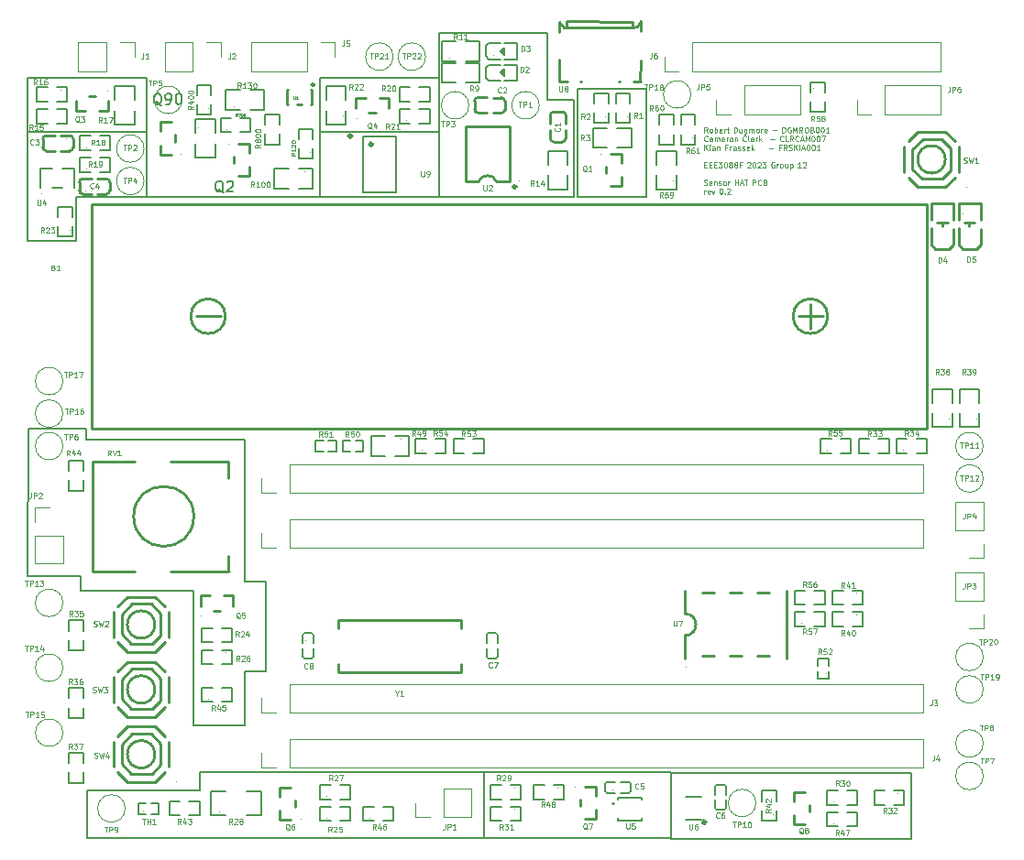
<source format=gbr>
%TF.GenerationSoftware,KiCad,Pcbnew,(7.0.0)*%
%TF.CreationDate,2023-04-14T02:25:45+02:00*%
%TF.ProjectId,EEE3088F_CKR,45454533-3038-4384-965f-434b522e6b69,0.2*%
%TF.SameCoordinates,Original*%
%TF.FileFunction,Legend,Top*%
%TF.FilePolarity,Positive*%
%FSLAX46Y46*%
G04 Gerber Fmt 4.6, Leading zero omitted, Abs format (unit mm)*
G04 Created by KiCad (PCBNEW (7.0.0)) date 2023-04-14 02:25:45*
%MOMM*%
%LPD*%
G01*
G04 APERTURE LIST*
%ADD10C,0.150000*%
%ADD11C,0.100000*%
%ADD12C,0.125000*%
%ADD13C,0.062500*%
%ADD14C,0.120000*%
%ADD15C,0.152400*%
%ADD16C,0.059995*%
%ADD17C,0.254000*%
%ADD18C,0.300000*%
%ADD19C,0.150013*%
G04 APERTURE END LIST*
D10*
X125550000Y-84300000D02*
X127550000Y-84300000D01*
X105500000Y-34500000D02*
X105500000Y-44500000D01*
X116500000Y-34500000D02*
X116500000Y-40500000D01*
X125550000Y-89300000D02*
X125550000Y-84300000D01*
X105500000Y-75500000D02*
X110400000Y-75500000D01*
X153500000Y-31500000D02*
X156000000Y-31500000D01*
X156000000Y-31500000D02*
X156000000Y-40500000D01*
X110000000Y-40500000D02*
X110000000Y-44500000D01*
X143500000Y-40500000D02*
X143500000Y-25300000D01*
X121450000Y-95300000D02*
X111000000Y-95300000D01*
X111000000Y-99750000D02*
X147700000Y-99750000D01*
X127550000Y-76000000D02*
X125600000Y-76000000D01*
X105500000Y-44500000D02*
X106500000Y-44500000D01*
X121450000Y-93650000D02*
X121450000Y-95300000D01*
X110400000Y-75500000D02*
X110400000Y-76850000D01*
X110400000Y-76850000D02*
X120800000Y-76850000D01*
X110000000Y-44500000D02*
X106500000Y-44500000D01*
X125600000Y-62900000D02*
X110950000Y-62900000D01*
X147700000Y-93650000D02*
X121450000Y-93650000D01*
X147700000Y-93650000D02*
X164950000Y-93650000D01*
X164950000Y-93650000D02*
X164950000Y-99750000D01*
X164950000Y-99750000D02*
X147700000Y-99750000D01*
X147700000Y-99750000D02*
X147700000Y-93650000D01*
X132500000Y-34500000D02*
X143500000Y-34500000D01*
X143500000Y-34500000D02*
X143500000Y-40500000D01*
X143500000Y-40500000D02*
X132500000Y-40500000D01*
X132500000Y-40500000D02*
X132500000Y-34500000D01*
X111000000Y-95300000D02*
X111000000Y-99750000D01*
X156000000Y-40500000D02*
X143500000Y-40500000D01*
X120800000Y-76850000D02*
X120800000Y-89300000D01*
X132500000Y-29500000D02*
X143500000Y-29500000D01*
X143500000Y-29500000D02*
X143500000Y-34500000D01*
X143500000Y-34500000D02*
X132500000Y-34500000D01*
X132500000Y-34500000D02*
X132500000Y-29500000D01*
X125600000Y-76000000D02*
X125600000Y-62900000D01*
X127550000Y-84300000D02*
X127550000Y-76000000D01*
X110950000Y-62900000D02*
X110950000Y-61900000D01*
X120800000Y-89300000D02*
X125550000Y-89300000D01*
X132500000Y-40500000D02*
X132500000Y-34500000D01*
X164950000Y-93700000D02*
X187150000Y-93700000D01*
X187150000Y-93700000D02*
X187150000Y-99800000D01*
X187150000Y-99800000D02*
X164950000Y-99800000D01*
X164950000Y-99800000D02*
X164950000Y-93700000D01*
X110950000Y-61900000D02*
X105550000Y-61900000D01*
X156300000Y-30500000D02*
X162650000Y-30500000D01*
X162650000Y-30500000D02*
X162650000Y-40500000D01*
X162650000Y-40500000D02*
X156300000Y-40500000D01*
X156300000Y-40500000D02*
X156300000Y-30500000D01*
X116500000Y-40500000D02*
X132500000Y-40500000D01*
X153500000Y-25300000D02*
X153500000Y-31500000D01*
X116500000Y-40500000D02*
X110000000Y-40500000D01*
X105550000Y-61900000D02*
X105500000Y-75500000D01*
X143500000Y-25300000D02*
X153500000Y-25300000D01*
X105500000Y-29500000D02*
X116500000Y-29500000D01*
X116500000Y-29500000D02*
X116500000Y-34500000D01*
X116500000Y-34500000D02*
X105500000Y-34500000D01*
X105500000Y-34500000D02*
X105500000Y-29500000D01*
D11*
X168304761Y-34521190D02*
X168138095Y-34283095D01*
X168019047Y-34521190D02*
X168019047Y-34021190D01*
X168019047Y-34021190D02*
X168209523Y-34021190D01*
X168209523Y-34021190D02*
X168257142Y-34045000D01*
X168257142Y-34045000D02*
X168280952Y-34068809D01*
X168280952Y-34068809D02*
X168304761Y-34116428D01*
X168304761Y-34116428D02*
X168304761Y-34187857D01*
X168304761Y-34187857D02*
X168280952Y-34235476D01*
X168280952Y-34235476D02*
X168257142Y-34259285D01*
X168257142Y-34259285D02*
X168209523Y-34283095D01*
X168209523Y-34283095D02*
X168019047Y-34283095D01*
X168590476Y-34521190D02*
X168542857Y-34497380D01*
X168542857Y-34497380D02*
X168519047Y-34473571D01*
X168519047Y-34473571D02*
X168495238Y-34425952D01*
X168495238Y-34425952D02*
X168495238Y-34283095D01*
X168495238Y-34283095D02*
X168519047Y-34235476D01*
X168519047Y-34235476D02*
X168542857Y-34211666D01*
X168542857Y-34211666D02*
X168590476Y-34187857D01*
X168590476Y-34187857D02*
X168661904Y-34187857D01*
X168661904Y-34187857D02*
X168709523Y-34211666D01*
X168709523Y-34211666D02*
X168733333Y-34235476D01*
X168733333Y-34235476D02*
X168757142Y-34283095D01*
X168757142Y-34283095D02*
X168757142Y-34425952D01*
X168757142Y-34425952D02*
X168733333Y-34473571D01*
X168733333Y-34473571D02*
X168709523Y-34497380D01*
X168709523Y-34497380D02*
X168661904Y-34521190D01*
X168661904Y-34521190D02*
X168590476Y-34521190D01*
X168971428Y-34521190D02*
X168971428Y-34021190D01*
X168971428Y-34211666D02*
X169019047Y-34187857D01*
X169019047Y-34187857D02*
X169114285Y-34187857D01*
X169114285Y-34187857D02*
X169161904Y-34211666D01*
X169161904Y-34211666D02*
X169185714Y-34235476D01*
X169185714Y-34235476D02*
X169209523Y-34283095D01*
X169209523Y-34283095D02*
X169209523Y-34425952D01*
X169209523Y-34425952D02*
X169185714Y-34473571D01*
X169185714Y-34473571D02*
X169161904Y-34497380D01*
X169161904Y-34497380D02*
X169114285Y-34521190D01*
X169114285Y-34521190D02*
X169019047Y-34521190D01*
X169019047Y-34521190D02*
X168971428Y-34497380D01*
X169614285Y-34497380D02*
X169566666Y-34521190D01*
X169566666Y-34521190D02*
X169471428Y-34521190D01*
X169471428Y-34521190D02*
X169423809Y-34497380D01*
X169423809Y-34497380D02*
X169400000Y-34449761D01*
X169400000Y-34449761D02*
X169400000Y-34259285D01*
X169400000Y-34259285D02*
X169423809Y-34211666D01*
X169423809Y-34211666D02*
X169471428Y-34187857D01*
X169471428Y-34187857D02*
X169566666Y-34187857D01*
X169566666Y-34187857D02*
X169614285Y-34211666D01*
X169614285Y-34211666D02*
X169638095Y-34259285D01*
X169638095Y-34259285D02*
X169638095Y-34306904D01*
X169638095Y-34306904D02*
X169400000Y-34354523D01*
X169852380Y-34521190D02*
X169852380Y-34187857D01*
X169852380Y-34283095D02*
X169876190Y-34235476D01*
X169876190Y-34235476D02*
X169899999Y-34211666D01*
X169899999Y-34211666D02*
X169947618Y-34187857D01*
X169947618Y-34187857D02*
X169995237Y-34187857D01*
X170090476Y-34187857D02*
X170280952Y-34187857D01*
X170161904Y-34021190D02*
X170161904Y-34449761D01*
X170161904Y-34449761D02*
X170185714Y-34497380D01*
X170185714Y-34497380D02*
X170233333Y-34521190D01*
X170233333Y-34521190D02*
X170280952Y-34521190D01*
X170747618Y-34521190D02*
X170747618Y-34021190D01*
X170747618Y-34021190D02*
X170866666Y-34021190D01*
X170866666Y-34021190D02*
X170938094Y-34045000D01*
X170938094Y-34045000D02*
X170985713Y-34092619D01*
X170985713Y-34092619D02*
X171009523Y-34140238D01*
X171009523Y-34140238D02*
X171033332Y-34235476D01*
X171033332Y-34235476D02*
X171033332Y-34306904D01*
X171033332Y-34306904D02*
X171009523Y-34402142D01*
X171009523Y-34402142D02*
X170985713Y-34449761D01*
X170985713Y-34449761D02*
X170938094Y-34497380D01*
X170938094Y-34497380D02*
X170866666Y-34521190D01*
X170866666Y-34521190D02*
X170747618Y-34521190D01*
X171461904Y-34187857D02*
X171461904Y-34521190D01*
X171247618Y-34187857D02*
X171247618Y-34449761D01*
X171247618Y-34449761D02*
X171271428Y-34497380D01*
X171271428Y-34497380D02*
X171319047Y-34521190D01*
X171319047Y-34521190D02*
X171390475Y-34521190D01*
X171390475Y-34521190D02*
X171438094Y-34497380D01*
X171438094Y-34497380D02*
X171461904Y-34473571D01*
X171914285Y-34187857D02*
X171914285Y-34592619D01*
X171914285Y-34592619D02*
X171890475Y-34640238D01*
X171890475Y-34640238D02*
X171866666Y-34664047D01*
X171866666Y-34664047D02*
X171819047Y-34687857D01*
X171819047Y-34687857D02*
X171747618Y-34687857D01*
X171747618Y-34687857D02*
X171699999Y-34664047D01*
X171914285Y-34497380D02*
X171866666Y-34521190D01*
X171866666Y-34521190D02*
X171771428Y-34521190D01*
X171771428Y-34521190D02*
X171723809Y-34497380D01*
X171723809Y-34497380D02*
X171699999Y-34473571D01*
X171699999Y-34473571D02*
X171676190Y-34425952D01*
X171676190Y-34425952D02*
X171676190Y-34283095D01*
X171676190Y-34283095D02*
X171699999Y-34235476D01*
X171699999Y-34235476D02*
X171723809Y-34211666D01*
X171723809Y-34211666D02*
X171771428Y-34187857D01*
X171771428Y-34187857D02*
X171866666Y-34187857D01*
X171866666Y-34187857D02*
X171914285Y-34211666D01*
X172152380Y-34521190D02*
X172152380Y-34187857D01*
X172152380Y-34235476D02*
X172176190Y-34211666D01*
X172176190Y-34211666D02*
X172223809Y-34187857D01*
X172223809Y-34187857D02*
X172295237Y-34187857D01*
X172295237Y-34187857D02*
X172342856Y-34211666D01*
X172342856Y-34211666D02*
X172366666Y-34259285D01*
X172366666Y-34259285D02*
X172366666Y-34521190D01*
X172366666Y-34259285D02*
X172390475Y-34211666D01*
X172390475Y-34211666D02*
X172438094Y-34187857D01*
X172438094Y-34187857D02*
X172509523Y-34187857D01*
X172509523Y-34187857D02*
X172557142Y-34211666D01*
X172557142Y-34211666D02*
X172580952Y-34259285D01*
X172580952Y-34259285D02*
X172580952Y-34521190D01*
X172890476Y-34521190D02*
X172842857Y-34497380D01*
X172842857Y-34497380D02*
X172819047Y-34473571D01*
X172819047Y-34473571D02*
X172795238Y-34425952D01*
X172795238Y-34425952D02*
X172795238Y-34283095D01*
X172795238Y-34283095D02*
X172819047Y-34235476D01*
X172819047Y-34235476D02*
X172842857Y-34211666D01*
X172842857Y-34211666D02*
X172890476Y-34187857D01*
X172890476Y-34187857D02*
X172961904Y-34187857D01*
X172961904Y-34187857D02*
X173009523Y-34211666D01*
X173009523Y-34211666D02*
X173033333Y-34235476D01*
X173033333Y-34235476D02*
X173057142Y-34283095D01*
X173057142Y-34283095D02*
X173057142Y-34425952D01*
X173057142Y-34425952D02*
X173033333Y-34473571D01*
X173033333Y-34473571D02*
X173009523Y-34497380D01*
X173009523Y-34497380D02*
X172961904Y-34521190D01*
X172961904Y-34521190D02*
X172890476Y-34521190D01*
X173271428Y-34521190D02*
X173271428Y-34187857D01*
X173271428Y-34283095D02*
X173295238Y-34235476D01*
X173295238Y-34235476D02*
X173319047Y-34211666D01*
X173319047Y-34211666D02*
X173366666Y-34187857D01*
X173366666Y-34187857D02*
X173414285Y-34187857D01*
X173771428Y-34497380D02*
X173723809Y-34521190D01*
X173723809Y-34521190D02*
X173628571Y-34521190D01*
X173628571Y-34521190D02*
X173580952Y-34497380D01*
X173580952Y-34497380D02*
X173557143Y-34449761D01*
X173557143Y-34449761D02*
X173557143Y-34259285D01*
X173557143Y-34259285D02*
X173580952Y-34211666D01*
X173580952Y-34211666D02*
X173628571Y-34187857D01*
X173628571Y-34187857D02*
X173723809Y-34187857D01*
X173723809Y-34187857D02*
X173771428Y-34211666D01*
X173771428Y-34211666D02*
X173795238Y-34259285D01*
X173795238Y-34259285D02*
X173795238Y-34306904D01*
X173795238Y-34306904D02*
X173557143Y-34354523D01*
X174309523Y-34330714D02*
X174690476Y-34330714D01*
X175228571Y-34521190D02*
X175228571Y-34021190D01*
X175228571Y-34021190D02*
X175347619Y-34021190D01*
X175347619Y-34021190D02*
X175419047Y-34045000D01*
X175419047Y-34045000D02*
X175466666Y-34092619D01*
X175466666Y-34092619D02*
X175490476Y-34140238D01*
X175490476Y-34140238D02*
X175514285Y-34235476D01*
X175514285Y-34235476D02*
X175514285Y-34306904D01*
X175514285Y-34306904D02*
X175490476Y-34402142D01*
X175490476Y-34402142D02*
X175466666Y-34449761D01*
X175466666Y-34449761D02*
X175419047Y-34497380D01*
X175419047Y-34497380D02*
X175347619Y-34521190D01*
X175347619Y-34521190D02*
X175228571Y-34521190D01*
X175990476Y-34045000D02*
X175942857Y-34021190D01*
X175942857Y-34021190D02*
X175871428Y-34021190D01*
X175871428Y-34021190D02*
X175800000Y-34045000D01*
X175800000Y-34045000D02*
X175752381Y-34092619D01*
X175752381Y-34092619D02*
X175728571Y-34140238D01*
X175728571Y-34140238D02*
X175704762Y-34235476D01*
X175704762Y-34235476D02*
X175704762Y-34306904D01*
X175704762Y-34306904D02*
X175728571Y-34402142D01*
X175728571Y-34402142D02*
X175752381Y-34449761D01*
X175752381Y-34449761D02*
X175800000Y-34497380D01*
X175800000Y-34497380D02*
X175871428Y-34521190D01*
X175871428Y-34521190D02*
X175919047Y-34521190D01*
X175919047Y-34521190D02*
X175990476Y-34497380D01*
X175990476Y-34497380D02*
X176014285Y-34473571D01*
X176014285Y-34473571D02*
X176014285Y-34306904D01*
X176014285Y-34306904D02*
X175919047Y-34306904D01*
X176228571Y-34521190D02*
X176228571Y-34021190D01*
X176228571Y-34021190D02*
X176395238Y-34378333D01*
X176395238Y-34378333D02*
X176561904Y-34021190D01*
X176561904Y-34021190D02*
X176561904Y-34521190D01*
X177085714Y-34521190D02*
X176919048Y-34283095D01*
X176800000Y-34521190D02*
X176800000Y-34021190D01*
X176800000Y-34021190D02*
X176990476Y-34021190D01*
X176990476Y-34021190D02*
X177038095Y-34045000D01*
X177038095Y-34045000D02*
X177061905Y-34068809D01*
X177061905Y-34068809D02*
X177085714Y-34116428D01*
X177085714Y-34116428D02*
X177085714Y-34187857D01*
X177085714Y-34187857D02*
X177061905Y-34235476D01*
X177061905Y-34235476D02*
X177038095Y-34259285D01*
X177038095Y-34259285D02*
X176990476Y-34283095D01*
X176990476Y-34283095D02*
X176800000Y-34283095D01*
X177395238Y-34021190D02*
X177490476Y-34021190D01*
X177490476Y-34021190D02*
X177538095Y-34045000D01*
X177538095Y-34045000D02*
X177585714Y-34092619D01*
X177585714Y-34092619D02*
X177609524Y-34187857D01*
X177609524Y-34187857D02*
X177609524Y-34354523D01*
X177609524Y-34354523D02*
X177585714Y-34449761D01*
X177585714Y-34449761D02*
X177538095Y-34497380D01*
X177538095Y-34497380D02*
X177490476Y-34521190D01*
X177490476Y-34521190D02*
X177395238Y-34521190D01*
X177395238Y-34521190D02*
X177347619Y-34497380D01*
X177347619Y-34497380D02*
X177300000Y-34449761D01*
X177300000Y-34449761D02*
X177276191Y-34354523D01*
X177276191Y-34354523D02*
X177276191Y-34187857D01*
X177276191Y-34187857D02*
X177300000Y-34092619D01*
X177300000Y-34092619D02*
X177347619Y-34045000D01*
X177347619Y-34045000D02*
X177395238Y-34021190D01*
X177990477Y-34259285D02*
X178061905Y-34283095D01*
X178061905Y-34283095D02*
X178085715Y-34306904D01*
X178085715Y-34306904D02*
X178109524Y-34354523D01*
X178109524Y-34354523D02*
X178109524Y-34425952D01*
X178109524Y-34425952D02*
X178085715Y-34473571D01*
X178085715Y-34473571D02*
X178061905Y-34497380D01*
X178061905Y-34497380D02*
X178014286Y-34521190D01*
X178014286Y-34521190D02*
X177823810Y-34521190D01*
X177823810Y-34521190D02*
X177823810Y-34021190D01*
X177823810Y-34021190D02*
X177990477Y-34021190D01*
X177990477Y-34021190D02*
X178038096Y-34045000D01*
X178038096Y-34045000D02*
X178061905Y-34068809D01*
X178061905Y-34068809D02*
X178085715Y-34116428D01*
X178085715Y-34116428D02*
X178085715Y-34164047D01*
X178085715Y-34164047D02*
X178061905Y-34211666D01*
X178061905Y-34211666D02*
X178038096Y-34235476D01*
X178038096Y-34235476D02*
X177990477Y-34259285D01*
X177990477Y-34259285D02*
X177823810Y-34259285D01*
X178419048Y-34021190D02*
X178466667Y-34021190D01*
X178466667Y-34021190D02*
X178514286Y-34045000D01*
X178514286Y-34045000D02*
X178538096Y-34068809D01*
X178538096Y-34068809D02*
X178561905Y-34116428D01*
X178561905Y-34116428D02*
X178585715Y-34211666D01*
X178585715Y-34211666D02*
X178585715Y-34330714D01*
X178585715Y-34330714D02*
X178561905Y-34425952D01*
X178561905Y-34425952D02*
X178538096Y-34473571D01*
X178538096Y-34473571D02*
X178514286Y-34497380D01*
X178514286Y-34497380D02*
X178466667Y-34521190D01*
X178466667Y-34521190D02*
X178419048Y-34521190D01*
X178419048Y-34521190D02*
X178371429Y-34497380D01*
X178371429Y-34497380D02*
X178347620Y-34473571D01*
X178347620Y-34473571D02*
X178323810Y-34425952D01*
X178323810Y-34425952D02*
X178300001Y-34330714D01*
X178300001Y-34330714D02*
X178300001Y-34211666D01*
X178300001Y-34211666D02*
X178323810Y-34116428D01*
X178323810Y-34116428D02*
X178347620Y-34068809D01*
X178347620Y-34068809D02*
X178371429Y-34045000D01*
X178371429Y-34045000D02*
X178419048Y-34021190D01*
X178895238Y-34021190D02*
X178942857Y-34021190D01*
X178942857Y-34021190D02*
X178990476Y-34045000D01*
X178990476Y-34045000D02*
X179014286Y-34068809D01*
X179014286Y-34068809D02*
X179038095Y-34116428D01*
X179038095Y-34116428D02*
X179061905Y-34211666D01*
X179061905Y-34211666D02*
X179061905Y-34330714D01*
X179061905Y-34330714D02*
X179038095Y-34425952D01*
X179038095Y-34425952D02*
X179014286Y-34473571D01*
X179014286Y-34473571D02*
X178990476Y-34497380D01*
X178990476Y-34497380D02*
X178942857Y-34521190D01*
X178942857Y-34521190D02*
X178895238Y-34521190D01*
X178895238Y-34521190D02*
X178847619Y-34497380D01*
X178847619Y-34497380D02*
X178823810Y-34473571D01*
X178823810Y-34473571D02*
X178800000Y-34425952D01*
X178800000Y-34425952D02*
X178776191Y-34330714D01*
X178776191Y-34330714D02*
X178776191Y-34211666D01*
X178776191Y-34211666D02*
X178800000Y-34116428D01*
X178800000Y-34116428D02*
X178823810Y-34068809D01*
X178823810Y-34068809D02*
X178847619Y-34045000D01*
X178847619Y-34045000D02*
X178895238Y-34021190D01*
X179538095Y-34521190D02*
X179252381Y-34521190D01*
X179395238Y-34521190D02*
X179395238Y-34021190D01*
X179395238Y-34021190D02*
X179347619Y-34092619D01*
X179347619Y-34092619D02*
X179300000Y-34140238D01*
X179300000Y-34140238D02*
X179252381Y-34164047D01*
X168304761Y-35283571D02*
X168280952Y-35307380D01*
X168280952Y-35307380D02*
X168209523Y-35331190D01*
X168209523Y-35331190D02*
X168161904Y-35331190D01*
X168161904Y-35331190D02*
X168090476Y-35307380D01*
X168090476Y-35307380D02*
X168042857Y-35259761D01*
X168042857Y-35259761D02*
X168019047Y-35212142D01*
X168019047Y-35212142D02*
X167995238Y-35116904D01*
X167995238Y-35116904D02*
X167995238Y-35045476D01*
X167995238Y-35045476D02*
X168019047Y-34950238D01*
X168019047Y-34950238D02*
X168042857Y-34902619D01*
X168042857Y-34902619D02*
X168090476Y-34855000D01*
X168090476Y-34855000D02*
X168161904Y-34831190D01*
X168161904Y-34831190D02*
X168209523Y-34831190D01*
X168209523Y-34831190D02*
X168280952Y-34855000D01*
X168280952Y-34855000D02*
X168304761Y-34878809D01*
X168733333Y-35331190D02*
X168733333Y-35069285D01*
X168733333Y-35069285D02*
X168709523Y-35021666D01*
X168709523Y-35021666D02*
X168661904Y-34997857D01*
X168661904Y-34997857D02*
X168566666Y-34997857D01*
X168566666Y-34997857D02*
X168519047Y-35021666D01*
X168733333Y-35307380D02*
X168685714Y-35331190D01*
X168685714Y-35331190D02*
X168566666Y-35331190D01*
X168566666Y-35331190D02*
X168519047Y-35307380D01*
X168519047Y-35307380D02*
X168495238Y-35259761D01*
X168495238Y-35259761D02*
X168495238Y-35212142D01*
X168495238Y-35212142D02*
X168519047Y-35164523D01*
X168519047Y-35164523D02*
X168566666Y-35140714D01*
X168566666Y-35140714D02*
X168685714Y-35140714D01*
X168685714Y-35140714D02*
X168733333Y-35116904D01*
X168971428Y-35331190D02*
X168971428Y-34997857D01*
X168971428Y-35045476D02*
X168995238Y-35021666D01*
X168995238Y-35021666D02*
X169042857Y-34997857D01*
X169042857Y-34997857D02*
X169114285Y-34997857D01*
X169114285Y-34997857D02*
X169161904Y-35021666D01*
X169161904Y-35021666D02*
X169185714Y-35069285D01*
X169185714Y-35069285D02*
X169185714Y-35331190D01*
X169185714Y-35069285D02*
X169209523Y-35021666D01*
X169209523Y-35021666D02*
X169257142Y-34997857D01*
X169257142Y-34997857D02*
X169328571Y-34997857D01*
X169328571Y-34997857D02*
X169376190Y-35021666D01*
X169376190Y-35021666D02*
X169400000Y-35069285D01*
X169400000Y-35069285D02*
X169400000Y-35331190D01*
X169828571Y-35307380D02*
X169780952Y-35331190D01*
X169780952Y-35331190D02*
X169685714Y-35331190D01*
X169685714Y-35331190D02*
X169638095Y-35307380D01*
X169638095Y-35307380D02*
X169614286Y-35259761D01*
X169614286Y-35259761D02*
X169614286Y-35069285D01*
X169614286Y-35069285D02*
X169638095Y-35021666D01*
X169638095Y-35021666D02*
X169685714Y-34997857D01*
X169685714Y-34997857D02*
X169780952Y-34997857D01*
X169780952Y-34997857D02*
X169828571Y-35021666D01*
X169828571Y-35021666D02*
X169852381Y-35069285D01*
X169852381Y-35069285D02*
X169852381Y-35116904D01*
X169852381Y-35116904D02*
X169614286Y-35164523D01*
X170066666Y-35331190D02*
X170066666Y-34997857D01*
X170066666Y-35093095D02*
X170090476Y-35045476D01*
X170090476Y-35045476D02*
X170114285Y-35021666D01*
X170114285Y-35021666D02*
X170161904Y-34997857D01*
X170161904Y-34997857D02*
X170209523Y-34997857D01*
X170447619Y-35331190D02*
X170400000Y-35307380D01*
X170400000Y-35307380D02*
X170376190Y-35283571D01*
X170376190Y-35283571D02*
X170352381Y-35235952D01*
X170352381Y-35235952D02*
X170352381Y-35093095D01*
X170352381Y-35093095D02*
X170376190Y-35045476D01*
X170376190Y-35045476D02*
X170400000Y-35021666D01*
X170400000Y-35021666D02*
X170447619Y-34997857D01*
X170447619Y-34997857D02*
X170519047Y-34997857D01*
X170519047Y-34997857D02*
X170566666Y-35021666D01*
X170566666Y-35021666D02*
X170590476Y-35045476D01*
X170590476Y-35045476D02*
X170614285Y-35093095D01*
X170614285Y-35093095D02*
X170614285Y-35235952D01*
X170614285Y-35235952D02*
X170590476Y-35283571D01*
X170590476Y-35283571D02*
X170566666Y-35307380D01*
X170566666Y-35307380D02*
X170519047Y-35331190D01*
X170519047Y-35331190D02*
X170447619Y-35331190D01*
X170828571Y-34997857D02*
X170828571Y-35331190D01*
X170828571Y-35045476D02*
X170852381Y-35021666D01*
X170852381Y-35021666D02*
X170900000Y-34997857D01*
X170900000Y-34997857D02*
X170971428Y-34997857D01*
X170971428Y-34997857D02*
X171019047Y-35021666D01*
X171019047Y-35021666D02*
X171042857Y-35069285D01*
X171042857Y-35069285D02*
X171042857Y-35331190D01*
X171866666Y-35283571D02*
X171842857Y-35307380D01*
X171842857Y-35307380D02*
X171771428Y-35331190D01*
X171771428Y-35331190D02*
X171723809Y-35331190D01*
X171723809Y-35331190D02*
X171652381Y-35307380D01*
X171652381Y-35307380D02*
X171604762Y-35259761D01*
X171604762Y-35259761D02*
X171580952Y-35212142D01*
X171580952Y-35212142D02*
X171557143Y-35116904D01*
X171557143Y-35116904D02*
X171557143Y-35045476D01*
X171557143Y-35045476D02*
X171580952Y-34950238D01*
X171580952Y-34950238D02*
X171604762Y-34902619D01*
X171604762Y-34902619D02*
X171652381Y-34855000D01*
X171652381Y-34855000D02*
X171723809Y-34831190D01*
X171723809Y-34831190D02*
X171771428Y-34831190D01*
X171771428Y-34831190D02*
X171842857Y-34855000D01*
X171842857Y-34855000D02*
X171866666Y-34878809D01*
X172152381Y-35331190D02*
X172104762Y-35307380D01*
X172104762Y-35307380D02*
X172080952Y-35259761D01*
X172080952Y-35259761D02*
X172080952Y-34831190D01*
X172557143Y-35331190D02*
X172557143Y-35069285D01*
X172557143Y-35069285D02*
X172533333Y-35021666D01*
X172533333Y-35021666D02*
X172485714Y-34997857D01*
X172485714Y-34997857D02*
X172390476Y-34997857D01*
X172390476Y-34997857D02*
X172342857Y-35021666D01*
X172557143Y-35307380D02*
X172509524Y-35331190D01*
X172509524Y-35331190D02*
X172390476Y-35331190D01*
X172390476Y-35331190D02*
X172342857Y-35307380D01*
X172342857Y-35307380D02*
X172319048Y-35259761D01*
X172319048Y-35259761D02*
X172319048Y-35212142D01*
X172319048Y-35212142D02*
X172342857Y-35164523D01*
X172342857Y-35164523D02*
X172390476Y-35140714D01*
X172390476Y-35140714D02*
X172509524Y-35140714D01*
X172509524Y-35140714D02*
X172557143Y-35116904D01*
X172795238Y-35331190D02*
X172795238Y-34997857D01*
X172795238Y-35093095D02*
X172819048Y-35045476D01*
X172819048Y-35045476D02*
X172842857Y-35021666D01*
X172842857Y-35021666D02*
X172890476Y-34997857D01*
X172890476Y-34997857D02*
X172938095Y-34997857D01*
X173104762Y-35331190D02*
X173104762Y-34831190D01*
X173152381Y-35140714D02*
X173295238Y-35331190D01*
X173295238Y-34997857D02*
X173104762Y-35188333D01*
X174109524Y-35140714D02*
X174490477Y-35140714D01*
X175314286Y-35283571D02*
X175290477Y-35307380D01*
X175290477Y-35307380D02*
X175219048Y-35331190D01*
X175219048Y-35331190D02*
X175171429Y-35331190D01*
X175171429Y-35331190D02*
X175100001Y-35307380D01*
X175100001Y-35307380D02*
X175052382Y-35259761D01*
X175052382Y-35259761D02*
X175028572Y-35212142D01*
X175028572Y-35212142D02*
X175004763Y-35116904D01*
X175004763Y-35116904D02*
X175004763Y-35045476D01*
X175004763Y-35045476D02*
X175028572Y-34950238D01*
X175028572Y-34950238D02*
X175052382Y-34902619D01*
X175052382Y-34902619D02*
X175100001Y-34855000D01*
X175100001Y-34855000D02*
X175171429Y-34831190D01*
X175171429Y-34831190D02*
X175219048Y-34831190D01*
X175219048Y-34831190D02*
X175290477Y-34855000D01*
X175290477Y-34855000D02*
X175314286Y-34878809D01*
X175766667Y-35331190D02*
X175528572Y-35331190D01*
X175528572Y-35331190D02*
X175528572Y-34831190D01*
X176219048Y-35331190D02*
X176052382Y-35093095D01*
X175933334Y-35331190D02*
X175933334Y-34831190D01*
X175933334Y-34831190D02*
X176123810Y-34831190D01*
X176123810Y-34831190D02*
X176171429Y-34855000D01*
X176171429Y-34855000D02*
X176195239Y-34878809D01*
X176195239Y-34878809D02*
X176219048Y-34926428D01*
X176219048Y-34926428D02*
X176219048Y-34997857D01*
X176219048Y-34997857D02*
X176195239Y-35045476D01*
X176195239Y-35045476D02*
X176171429Y-35069285D01*
X176171429Y-35069285D02*
X176123810Y-35093095D01*
X176123810Y-35093095D02*
X175933334Y-35093095D01*
X176719048Y-35283571D02*
X176695239Y-35307380D01*
X176695239Y-35307380D02*
X176623810Y-35331190D01*
X176623810Y-35331190D02*
X176576191Y-35331190D01*
X176576191Y-35331190D02*
X176504763Y-35307380D01*
X176504763Y-35307380D02*
X176457144Y-35259761D01*
X176457144Y-35259761D02*
X176433334Y-35212142D01*
X176433334Y-35212142D02*
X176409525Y-35116904D01*
X176409525Y-35116904D02*
X176409525Y-35045476D01*
X176409525Y-35045476D02*
X176433334Y-34950238D01*
X176433334Y-34950238D02*
X176457144Y-34902619D01*
X176457144Y-34902619D02*
X176504763Y-34855000D01*
X176504763Y-34855000D02*
X176576191Y-34831190D01*
X176576191Y-34831190D02*
X176623810Y-34831190D01*
X176623810Y-34831190D02*
X176695239Y-34855000D01*
X176695239Y-34855000D02*
X176719048Y-34878809D01*
X176909525Y-35188333D02*
X177147620Y-35188333D01*
X176861906Y-35331190D02*
X177028572Y-34831190D01*
X177028572Y-34831190D02*
X177195239Y-35331190D01*
X177361905Y-35331190D02*
X177361905Y-34831190D01*
X177361905Y-34831190D02*
X177528572Y-35188333D01*
X177528572Y-35188333D02*
X177695238Y-34831190D01*
X177695238Y-34831190D02*
X177695238Y-35331190D01*
X178028572Y-34831190D02*
X178076191Y-34831190D01*
X178076191Y-34831190D02*
X178123810Y-34855000D01*
X178123810Y-34855000D02*
X178147620Y-34878809D01*
X178147620Y-34878809D02*
X178171429Y-34926428D01*
X178171429Y-34926428D02*
X178195239Y-35021666D01*
X178195239Y-35021666D02*
X178195239Y-35140714D01*
X178195239Y-35140714D02*
X178171429Y-35235952D01*
X178171429Y-35235952D02*
X178147620Y-35283571D01*
X178147620Y-35283571D02*
X178123810Y-35307380D01*
X178123810Y-35307380D02*
X178076191Y-35331190D01*
X178076191Y-35331190D02*
X178028572Y-35331190D01*
X178028572Y-35331190D02*
X177980953Y-35307380D01*
X177980953Y-35307380D02*
X177957144Y-35283571D01*
X177957144Y-35283571D02*
X177933334Y-35235952D01*
X177933334Y-35235952D02*
X177909525Y-35140714D01*
X177909525Y-35140714D02*
X177909525Y-35021666D01*
X177909525Y-35021666D02*
X177933334Y-34926428D01*
X177933334Y-34926428D02*
X177957144Y-34878809D01*
X177957144Y-34878809D02*
X177980953Y-34855000D01*
X177980953Y-34855000D02*
X178028572Y-34831190D01*
X178504762Y-34831190D02*
X178552381Y-34831190D01*
X178552381Y-34831190D02*
X178600000Y-34855000D01*
X178600000Y-34855000D02*
X178623810Y-34878809D01*
X178623810Y-34878809D02*
X178647619Y-34926428D01*
X178647619Y-34926428D02*
X178671429Y-35021666D01*
X178671429Y-35021666D02*
X178671429Y-35140714D01*
X178671429Y-35140714D02*
X178647619Y-35235952D01*
X178647619Y-35235952D02*
X178623810Y-35283571D01*
X178623810Y-35283571D02*
X178600000Y-35307380D01*
X178600000Y-35307380D02*
X178552381Y-35331190D01*
X178552381Y-35331190D02*
X178504762Y-35331190D01*
X178504762Y-35331190D02*
X178457143Y-35307380D01*
X178457143Y-35307380D02*
X178433334Y-35283571D01*
X178433334Y-35283571D02*
X178409524Y-35235952D01*
X178409524Y-35235952D02*
X178385715Y-35140714D01*
X178385715Y-35140714D02*
X178385715Y-35021666D01*
X178385715Y-35021666D02*
X178409524Y-34926428D01*
X178409524Y-34926428D02*
X178433334Y-34878809D01*
X178433334Y-34878809D02*
X178457143Y-34855000D01*
X178457143Y-34855000D02*
X178504762Y-34831190D01*
X178838095Y-34831190D02*
X179171428Y-34831190D01*
X179171428Y-34831190D02*
X178957143Y-35331190D01*
X168019047Y-36141190D02*
X168019047Y-35641190D01*
X168304761Y-36141190D02*
X168090476Y-35855476D01*
X168304761Y-35641190D02*
X168019047Y-35926904D01*
X168519047Y-36141190D02*
X168519047Y-35807857D01*
X168519047Y-35641190D02*
X168495238Y-35665000D01*
X168495238Y-35665000D02*
X168519047Y-35688809D01*
X168519047Y-35688809D02*
X168542857Y-35665000D01*
X168542857Y-35665000D02*
X168519047Y-35641190D01*
X168519047Y-35641190D02*
X168519047Y-35688809D01*
X168971428Y-36141190D02*
X168971428Y-35879285D01*
X168971428Y-35879285D02*
X168947618Y-35831666D01*
X168947618Y-35831666D02*
X168899999Y-35807857D01*
X168899999Y-35807857D02*
X168804761Y-35807857D01*
X168804761Y-35807857D02*
X168757142Y-35831666D01*
X168971428Y-36117380D02*
X168923809Y-36141190D01*
X168923809Y-36141190D02*
X168804761Y-36141190D01*
X168804761Y-36141190D02*
X168757142Y-36117380D01*
X168757142Y-36117380D02*
X168733333Y-36069761D01*
X168733333Y-36069761D02*
X168733333Y-36022142D01*
X168733333Y-36022142D02*
X168757142Y-35974523D01*
X168757142Y-35974523D02*
X168804761Y-35950714D01*
X168804761Y-35950714D02*
X168923809Y-35950714D01*
X168923809Y-35950714D02*
X168971428Y-35926904D01*
X169209523Y-35807857D02*
X169209523Y-36141190D01*
X169209523Y-35855476D02*
X169233333Y-35831666D01*
X169233333Y-35831666D02*
X169280952Y-35807857D01*
X169280952Y-35807857D02*
X169352380Y-35807857D01*
X169352380Y-35807857D02*
X169399999Y-35831666D01*
X169399999Y-35831666D02*
X169423809Y-35879285D01*
X169423809Y-35879285D02*
X169423809Y-36141190D01*
X170128571Y-35879285D02*
X169961904Y-35879285D01*
X169961904Y-36141190D02*
X169961904Y-35641190D01*
X169961904Y-35641190D02*
X170199999Y-35641190D01*
X170390475Y-36141190D02*
X170390475Y-35807857D01*
X170390475Y-35903095D02*
X170414285Y-35855476D01*
X170414285Y-35855476D02*
X170438094Y-35831666D01*
X170438094Y-35831666D02*
X170485713Y-35807857D01*
X170485713Y-35807857D02*
X170533332Y-35807857D01*
X170914285Y-36141190D02*
X170914285Y-35879285D01*
X170914285Y-35879285D02*
X170890475Y-35831666D01*
X170890475Y-35831666D02*
X170842856Y-35807857D01*
X170842856Y-35807857D02*
X170747618Y-35807857D01*
X170747618Y-35807857D02*
X170699999Y-35831666D01*
X170914285Y-36117380D02*
X170866666Y-36141190D01*
X170866666Y-36141190D02*
X170747618Y-36141190D01*
X170747618Y-36141190D02*
X170699999Y-36117380D01*
X170699999Y-36117380D02*
X170676190Y-36069761D01*
X170676190Y-36069761D02*
X170676190Y-36022142D01*
X170676190Y-36022142D02*
X170699999Y-35974523D01*
X170699999Y-35974523D02*
X170747618Y-35950714D01*
X170747618Y-35950714D02*
X170866666Y-35950714D01*
X170866666Y-35950714D02*
X170914285Y-35926904D01*
X171128571Y-36117380D02*
X171176190Y-36141190D01*
X171176190Y-36141190D02*
X171271428Y-36141190D01*
X171271428Y-36141190D02*
X171319047Y-36117380D01*
X171319047Y-36117380D02*
X171342856Y-36069761D01*
X171342856Y-36069761D02*
X171342856Y-36045952D01*
X171342856Y-36045952D02*
X171319047Y-35998333D01*
X171319047Y-35998333D02*
X171271428Y-35974523D01*
X171271428Y-35974523D02*
X171199999Y-35974523D01*
X171199999Y-35974523D02*
X171152380Y-35950714D01*
X171152380Y-35950714D02*
X171128571Y-35903095D01*
X171128571Y-35903095D02*
X171128571Y-35879285D01*
X171128571Y-35879285D02*
X171152380Y-35831666D01*
X171152380Y-35831666D02*
X171199999Y-35807857D01*
X171199999Y-35807857D02*
X171271428Y-35807857D01*
X171271428Y-35807857D02*
X171319047Y-35831666D01*
X171533333Y-36117380D02*
X171580952Y-36141190D01*
X171580952Y-36141190D02*
X171676190Y-36141190D01*
X171676190Y-36141190D02*
X171723809Y-36117380D01*
X171723809Y-36117380D02*
X171747618Y-36069761D01*
X171747618Y-36069761D02*
X171747618Y-36045952D01*
X171747618Y-36045952D02*
X171723809Y-35998333D01*
X171723809Y-35998333D02*
X171676190Y-35974523D01*
X171676190Y-35974523D02*
X171604761Y-35974523D01*
X171604761Y-35974523D02*
X171557142Y-35950714D01*
X171557142Y-35950714D02*
X171533333Y-35903095D01*
X171533333Y-35903095D02*
X171533333Y-35879285D01*
X171533333Y-35879285D02*
X171557142Y-35831666D01*
X171557142Y-35831666D02*
X171604761Y-35807857D01*
X171604761Y-35807857D02*
X171676190Y-35807857D01*
X171676190Y-35807857D02*
X171723809Y-35831666D01*
X172152380Y-36117380D02*
X172104761Y-36141190D01*
X172104761Y-36141190D02*
X172009523Y-36141190D01*
X172009523Y-36141190D02*
X171961904Y-36117380D01*
X171961904Y-36117380D02*
X171938095Y-36069761D01*
X171938095Y-36069761D02*
X171938095Y-35879285D01*
X171938095Y-35879285D02*
X171961904Y-35831666D01*
X171961904Y-35831666D02*
X172009523Y-35807857D01*
X172009523Y-35807857D02*
X172104761Y-35807857D01*
X172104761Y-35807857D02*
X172152380Y-35831666D01*
X172152380Y-35831666D02*
X172176190Y-35879285D01*
X172176190Y-35879285D02*
X172176190Y-35926904D01*
X172176190Y-35926904D02*
X171938095Y-35974523D01*
X172390475Y-36141190D02*
X172390475Y-35641190D01*
X172438094Y-35950714D02*
X172580951Y-36141190D01*
X172580951Y-35807857D02*
X172390475Y-35998333D01*
X173995237Y-35950714D02*
X174376190Y-35950714D01*
X175080952Y-35879285D02*
X174914285Y-35879285D01*
X174914285Y-36141190D02*
X174914285Y-35641190D01*
X174914285Y-35641190D02*
X175152380Y-35641190D01*
X175628570Y-36141190D02*
X175461904Y-35903095D01*
X175342856Y-36141190D02*
X175342856Y-35641190D01*
X175342856Y-35641190D02*
X175533332Y-35641190D01*
X175533332Y-35641190D02*
X175580951Y-35665000D01*
X175580951Y-35665000D02*
X175604761Y-35688809D01*
X175604761Y-35688809D02*
X175628570Y-35736428D01*
X175628570Y-35736428D02*
X175628570Y-35807857D01*
X175628570Y-35807857D02*
X175604761Y-35855476D01*
X175604761Y-35855476D02*
X175580951Y-35879285D01*
X175580951Y-35879285D02*
X175533332Y-35903095D01*
X175533332Y-35903095D02*
X175342856Y-35903095D01*
X175819047Y-36117380D02*
X175890475Y-36141190D01*
X175890475Y-36141190D02*
X176009523Y-36141190D01*
X176009523Y-36141190D02*
X176057142Y-36117380D01*
X176057142Y-36117380D02*
X176080951Y-36093571D01*
X176080951Y-36093571D02*
X176104761Y-36045952D01*
X176104761Y-36045952D02*
X176104761Y-35998333D01*
X176104761Y-35998333D02*
X176080951Y-35950714D01*
X176080951Y-35950714D02*
X176057142Y-35926904D01*
X176057142Y-35926904D02*
X176009523Y-35903095D01*
X176009523Y-35903095D02*
X175914285Y-35879285D01*
X175914285Y-35879285D02*
X175866666Y-35855476D01*
X175866666Y-35855476D02*
X175842856Y-35831666D01*
X175842856Y-35831666D02*
X175819047Y-35784047D01*
X175819047Y-35784047D02*
X175819047Y-35736428D01*
X175819047Y-35736428D02*
X175842856Y-35688809D01*
X175842856Y-35688809D02*
X175866666Y-35665000D01*
X175866666Y-35665000D02*
X175914285Y-35641190D01*
X175914285Y-35641190D02*
X176033332Y-35641190D01*
X176033332Y-35641190D02*
X176104761Y-35665000D01*
X176319046Y-36141190D02*
X176319046Y-35641190D01*
X176604760Y-36141190D02*
X176390475Y-35855476D01*
X176604760Y-35641190D02*
X176319046Y-35926904D01*
X176819046Y-36141190D02*
X176819046Y-35641190D01*
X177033332Y-35998333D02*
X177271427Y-35998333D01*
X176985713Y-36141190D02*
X177152379Y-35641190D01*
X177152379Y-35641190D02*
X177319046Y-36141190D01*
X177580950Y-35641190D02*
X177628569Y-35641190D01*
X177628569Y-35641190D02*
X177676188Y-35665000D01*
X177676188Y-35665000D02*
X177699998Y-35688809D01*
X177699998Y-35688809D02*
X177723807Y-35736428D01*
X177723807Y-35736428D02*
X177747617Y-35831666D01*
X177747617Y-35831666D02*
X177747617Y-35950714D01*
X177747617Y-35950714D02*
X177723807Y-36045952D01*
X177723807Y-36045952D02*
X177699998Y-36093571D01*
X177699998Y-36093571D02*
X177676188Y-36117380D01*
X177676188Y-36117380D02*
X177628569Y-36141190D01*
X177628569Y-36141190D02*
X177580950Y-36141190D01*
X177580950Y-36141190D02*
X177533331Y-36117380D01*
X177533331Y-36117380D02*
X177509522Y-36093571D01*
X177509522Y-36093571D02*
X177485712Y-36045952D01*
X177485712Y-36045952D02*
X177461903Y-35950714D01*
X177461903Y-35950714D02*
X177461903Y-35831666D01*
X177461903Y-35831666D02*
X177485712Y-35736428D01*
X177485712Y-35736428D02*
X177509522Y-35688809D01*
X177509522Y-35688809D02*
X177533331Y-35665000D01*
X177533331Y-35665000D02*
X177580950Y-35641190D01*
X178057140Y-35641190D02*
X178104759Y-35641190D01*
X178104759Y-35641190D02*
X178152378Y-35665000D01*
X178152378Y-35665000D02*
X178176188Y-35688809D01*
X178176188Y-35688809D02*
X178199997Y-35736428D01*
X178199997Y-35736428D02*
X178223807Y-35831666D01*
X178223807Y-35831666D02*
X178223807Y-35950714D01*
X178223807Y-35950714D02*
X178199997Y-36045952D01*
X178199997Y-36045952D02*
X178176188Y-36093571D01*
X178176188Y-36093571D02*
X178152378Y-36117380D01*
X178152378Y-36117380D02*
X178104759Y-36141190D01*
X178104759Y-36141190D02*
X178057140Y-36141190D01*
X178057140Y-36141190D02*
X178009521Y-36117380D01*
X178009521Y-36117380D02*
X177985712Y-36093571D01*
X177985712Y-36093571D02*
X177961902Y-36045952D01*
X177961902Y-36045952D02*
X177938093Y-35950714D01*
X177938093Y-35950714D02*
X177938093Y-35831666D01*
X177938093Y-35831666D02*
X177961902Y-35736428D01*
X177961902Y-35736428D02*
X177985712Y-35688809D01*
X177985712Y-35688809D02*
X178009521Y-35665000D01*
X178009521Y-35665000D02*
X178057140Y-35641190D01*
X178699997Y-36141190D02*
X178414283Y-36141190D01*
X178557140Y-36141190D02*
X178557140Y-35641190D01*
X178557140Y-35641190D02*
X178509521Y-35712619D01*
X178509521Y-35712619D02*
X178461902Y-35760238D01*
X178461902Y-35760238D02*
X178414283Y-35784047D01*
X168019047Y-37499285D02*
X168185714Y-37499285D01*
X168257142Y-37761190D02*
X168019047Y-37761190D01*
X168019047Y-37761190D02*
X168019047Y-37261190D01*
X168019047Y-37261190D02*
X168257142Y-37261190D01*
X168471428Y-37499285D02*
X168638095Y-37499285D01*
X168709523Y-37761190D02*
X168471428Y-37761190D01*
X168471428Y-37761190D02*
X168471428Y-37261190D01*
X168471428Y-37261190D02*
X168709523Y-37261190D01*
X168923809Y-37499285D02*
X169090476Y-37499285D01*
X169161904Y-37761190D02*
X168923809Y-37761190D01*
X168923809Y-37761190D02*
X168923809Y-37261190D01*
X168923809Y-37261190D02*
X169161904Y-37261190D01*
X169328571Y-37261190D02*
X169638095Y-37261190D01*
X169638095Y-37261190D02*
X169471428Y-37451666D01*
X169471428Y-37451666D02*
X169542857Y-37451666D01*
X169542857Y-37451666D02*
X169590476Y-37475476D01*
X169590476Y-37475476D02*
X169614285Y-37499285D01*
X169614285Y-37499285D02*
X169638095Y-37546904D01*
X169638095Y-37546904D02*
X169638095Y-37665952D01*
X169638095Y-37665952D02*
X169614285Y-37713571D01*
X169614285Y-37713571D02*
X169590476Y-37737380D01*
X169590476Y-37737380D02*
X169542857Y-37761190D01*
X169542857Y-37761190D02*
X169400000Y-37761190D01*
X169400000Y-37761190D02*
X169352381Y-37737380D01*
X169352381Y-37737380D02*
X169328571Y-37713571D01*
X169947618Y-37261190D02*
X169995237Y-37261190D01*
X169995237Y-37261190D02*
X170042856Y-37285000D01*
X170042856Y-37285000D02*
X170066666Y-37308809D01*
X170066666Y-37308809D02*
X170090475Y-37356428D01*
X170090475Y-37356428D02*
X170114285Y-37451666D01*
X170114285Y-37451666D02*
X170114285Y-37570714D01*
X170114285Y-37570714D02*
X170090475Y-37665952D01*
X170090475Y-37665952D02*
X170066666Y-37713571D01*
X170066666Y-37713571D02*
X170042856Y-37737380D01*
X170042856Y-37737380D02*
X169995237Y-37761190D01*
X169995237Y-37761190D02*
X169947618Y-37761190D01*
X169947618Y-37761190D02*
X169899999Y-37737380D01*
X169899999Y-37737380D02*
X169876190Y-37713571D01*
X169876190Y-37713571D02*
X169852380Y-37665952D01*
X169852380Y-37665952D02*
X169828571Y-37570714D01*
X169828571Y-37570714D02*
X169828571Y-37451666D01*
X169828571Y-37451666D02*
X169852380Y-37356428D01*
X169852380Y-37356428D02*
X169876190Y-37308809D01*
X169876190Y-37308809D02*
X169899999Y-37285000D01*
X169899999Y-37285000D02*
X169947618Y-37261190D01*
X170399999Y-37475476D02*
X170352380Y-37451666D01*
X170352380Y-37451666D02*
X170328570Y-37427857D01*
X170328570Y-37427857D02*
X170304761Y-37380238D01*
X170304761Y-37380238D02*
X170304761Y-37356428D01*
X170304761Y-37356428D02*
X170328570Y-37308809D01*
X170328570Y-37308809D02*
X170352380Y-37285000D01*
X170352380Y-37285000D02*
X170399999Y-37261190D01*
X170399999Y-37261190D02*
X170495237Y-37261190D01*
X170495237Y-37261190D02*
X170542856Y-37285000D01*
X170542856Y-37285000D02*
X170566665Y-37308809D01*
X170566665Y-37308809D02*
X170590475Y-37356428D01*
X170590475Y-37356428D02*
X170590475Y-37380238D01*
X170590475Y-37380238D02*
X170566665Y-37427857D01*
X170566665Y-37427857D02*
X170542856Y-37451666D01*
X170542856Y-37451666D02*
X170495237Y-37475476D01*
X170495237Y-37475476D02*
X170399999Y-37475476D01*
X170399999Y-37475476D02*
X170352380Y-37499285D01*
X170352380Y-37499285D02*
X170328570Y-37523095D01*
X170328570Y-37523095D02*
X170304761Y-37570714D01*
X170304761Y-37570714D02*
X170304761Y-37665952D01*
X170304761Y-37665952D02*
X170328570Y-37713571D01*
X170328570Y-37713571D02*
X170352380Y-37737380D01*
X170352380Y-37737380D02*
X170399999Y-37761190D01*
X170399999Y-37761190D02*
X170495237Y-37761190D01*
X170495237Y-37761190D02*
X170542856Y-37737380D01*
X170542856Y-37737380D02*
X170566665Y-37713571D01*
X170566665Y-37713571D02*
X170590475Y-37665952D01*
X170590475Y-37665952D02*
X170590475Y-37570714D01*
X170590475Y-37570714D02*
X170566665Y-37523095D01*
X170566665Y-37523095D02*
X170542856Y-37499285D01*
X170542856Y-37499285D02*
X170495237Y-37475476D01*
X170876189Y-37475476D02*
X170828570Y-37451666D01*
X170828570Y-37451666D02*
X170804760Y-37427857D01*
X170804760Y-37427857D02*
X170780951Y-37380238D01*
X170780951Y-37380238D02*
X170780951Y-37356428D01*
X170780951Y-37356428D02*
X170804760Y-37308809D01*
X170804760Y-37308809D02*
X170828570Y-37285000D01*
X170828570Y-37285000D02*
X170876189Y-37261190D01*
X170876189Y-37261190D02*
X170971427Y-37261190D01*
X170971427Y-37261190D02*
X171019046Y-37285000D01*
X171019046Y-37285000D02*
X171042855Y-37308809D01*
X171042855Y-37308809D02*
X171066665Y-37356428D01*
X171066665Y-37356428D02*
X171066665Y-37380238D01*
X171066665Y-37380238D02*
X171042855Y-37427857D01*
X171042855Y-37427857D02*
X171019046Y-37451666D01*
X171019046Y-37451666D02*
X170971427Y-37475476D01*
X170971427Y-37475476D02*
X170876189Y-37475476D01*
X170876189Y-37475476D02*
X170828570Y-37499285D01*
X170828570Y-37499285D02*
X170804760Y-37523095D01*
X170804760Y-37523095D02*
X170780951Y-37570714D01*
X170780951Y-37570714D02*
X170780951Y-37665952D01*
X170780951Y-37665952D02*
X170804760Y-37713571D01*
X170804760Y-37713571D02*
X170828570Y-37737380D01*
X170828570Y-37737380D02*
X170876189Y-37761190D01*
X170876189Y-37761190D02*
X170971427Y-37761190D01*
X170971427Y-37761190D02*
X171019046Y-37737380D01*
X171019046Y-37737380D02*
X171042855Y-37713571D01*
X171042855Y-37713571D02*
X171066665Y-37665952D01*
X171066665Y-37665952D02*
X171066665Y-37570714D01*
X171066665Y-37570714D02*
X171042855Y-37523095D01*
X171042855Y-37523095D02*
X171019046Y-37499285D01*
X171019046Y-37499285D02*
X170971427Y-37475476D01*
X171447617Y-37499285D02*
X171280950Y-37499285D01*
X171280950Y-37761190D02*
X171280950Y-37261190D01*
X171280950Y-37261190D02*
X171519045Y-37261190D01*
X171985712Y-37308809D02*
X172009521Y-37285000D01*
X172009521Y-37285000D02*
X172057140Y-37261190D01*
X172057140Y-37261190D02*
X172176188Y-37261190D01*
X172176188Y-37261190D02*
X172223807Y-37285000D01*
X172223807Y-37285000D02*
X172247616Y-37308809D01*
X172247616Y-37308809D02*
X172271426Y-37356428D01*
X172271426Y-37356428D02*
X172271426Y-37404047D01*
X172271426Y-37404047D02*
X172247616Y-37475476D01*
X172247616Y-37475476D02*
X171961902Y-37761190D01*
X171961902Y-37761190D02*
X172271426Y-37761190D01*
X172580949Y-37261190D02*
X172628568Y-37261190D01*
X172628568Y-37261190D02*
X172676187Y-37285000D01*
X172676187Y-37285000D02*
X172699997Y-37308809D01*
X172699997Y-37308809D02*
X172723806Y-37356428D01*
X172723806Y-37356428D02*
X172747616Y-37451666D01*
X172747616Y-37451666D02*
X172747616Y-37570714D01*
X172747616Y-37570714D02*
X172723806Y-37665952D01*
X172723806Y-37665952D02*
X172699997Y-37713571D01*
X172699997Y-37713571D02*
X172676187Y-37737380D01*
X172676187Y-37737380D02*
X172628568Y-37761190D01*
X172628568Y-37761190D02*
X172580949Y-37761190D01*
X172580949Y-37761190D02*
X172533330Y-37737380D01*
X172533330Y-37737380D02*
X172509521Y-37713571D01*
X172509521Y-37713571D02*
X172485711Y-37665952D01*
X172485711Y-37665952D02*
X172461902Y-37570714D01*
X172461902Y-37570714D02*
X172461902Y-37451666D01*
X172461902Y-37451666D02*
X172485711Y-37356428D01*
X172485711Y-37356428D02*
X172509521Y-37308809D01*
X172509521Y-37308809D02*
X172533330Y-37285000D01*
X172533330Y-37285000D02*
X172580949Y-37261190D01*
X172938092Y-37308809D02*
X172961901Y-37285000D01*
X172961901Y-37285000D02*
X173009520Y-37261190D01*
X173009520Y-37261190D02*
X173128568Y-37261190D01*
X173128568Y-37261190D02*
X173176187Y-37285000D01*
X173176187Y-37285000D02*
X173199996Y-37308809D01*
X173199996Y-37308809D02*
X173223806Y-37356428D01*
X173223806Y-37356428D02*
X173223806Y-37404047D01*
X173223806Y-37404047D02*
X173199996Y-37475476D01*
X173199996Y-37475476D02*
X172914282Y-37761190D01*
X172914282Y-37761190D02*
X173223806Y-37761190D01*
X173390472Y-37261190D02*
X173699996Y-37261190D01*
X173699996Y-37261190D02*
X173533329Y-37451666D01*
X173533329Y-37451666D02*
X173604758Y-37451666D01*
X173604758Y-37451666D02*
X173652377Y-37475476D01*
X173652377Y-37475476D02*
X173676186Y-37499285D01*
X173676186Y-37499285D02*
X173699996Y-37546904D01*
X173699996Y-37546904D02*
X173699996Y-37665952D01*
X173699996Y-37665952D02*
X173676186Y-37713571D01*
X173676186Y-37713571D02*
X173652377Y-37737380D01*
X173652377Y-37737380D02*
X173604758Y-37761190D01*
X173604758Y-37761190D02*
X173461901Y-37761190D01*
X173461901Y-37761190D02*
X173414282Y-37737380D01*
X173414282Y-37737380D02*
X173390472Y-37713571D01*
X174476186Y-37285000D02*
X174428567Y-37261190D01*
X174428567Y-37261190D02*
X174357138Y-37261190D01*
X174357138Y-37261190D02*
X174285710Y-37285000D01*
X174285710Y-37285000D02*
X174238091Y-37332619D01*
X174238091Y-37332619D02*
X174214281Y-37380238D01*
X174214281Y-37380238D02*
X174190472Y-37475476D01*
X174190472Y-37475476D02*
X174190472Y-37546904D01*
X174190472Y-37546904D02*
X174214281Y-37642142D01*
X174214281Y-37642142D02*
X174238091Y-37689761D01*
X174238091Y-37689761D02*
X174285710Y-37737380D01*
X174285710Y-37737380D02*
X174357138Y-37761190D01*
X174357138Y-37761190D02*
X174404757Y-37761190D01*
X174404757Y-37761190D02*
X174476186Y-37737380D01*
X174476186Y-37737380D02*
X174499995Y-37713571D01*
X174499995Y-37713571D02*
X174499995Y-37546904D01*
X174499995Y-37546904D02*
X174404757Y-37546904D01*
X174714281Y-37761190D02*
X174714281Y-37427857D01*
X174714281Y-37523095D02*
X174738091Y-37475476D01*
X174738091Y-37475476D02*
X174761900Y-37451666D01*
X174761900Y-37451666D02*
X174809519Y-37427857D01*
X174809519Y-37427857D02*
X174857138Y-37427857D01*
X175095234Y-37761190D02*
X175047615Y-37737380D01*
X175047615Y-37737380D02*
X175023805Y-37713571D01*
X175023805Y-37713571D02*
X174999996Y-37665952D01*
X174999996Y-37665952D02*
X174999996Y-37523095D01*
X174999996Y-37523095D02*
X175023805Y-37475476D01*
X175023805Y-37475476D02*
X175047615Y-37451666D01*
X175047615Y-37451666D02*
X175095234Y-37427857D01*
X175095234Y-37427857D02*
X175166662Y-37427857D01*
X175166662Y-37427857D02*
X175214281Y-37451666D01*
X175214281Y-37451666D02*
X175238091Y-37475476D01*
X175238091Y-37475476D02*
X175261900Y-37523095D01*
X175261900Y-37523095D02*
X175261900Y-37665952D01*
X175261900Y-37665952D02*
X175238091Y-37713571D01*
X175238091Y-37713571D02*
X175214281Y-37737380D01*
X175214281Y-37737380D02*
X175166662Y-37761190D01*
X175166662Y-37761190D02*
X175095234Y-37761190D01*
X175690472Y-37427857D02*
X175690472Y-37761190D01*
X175476186Y-37427857D02*
X175476186Y-37689761D01*
X175476186Y-37689761D02*
X175499996Y-37737380D01*
X175499996Y-37737380D02*
X175547615Y-37761190D01*
X175547615Y-37761190D02*
X175619043Y-37761190D01*
X175619043Y-37761190D02*
X175666662Y-37737380D01*
X175666662Y-37737380D02*
X175690472Y-37713571D01*
X175928567Y-37427857D02*
X175928567Y-37927857D01*
X175928567Y-37451666D02*
X175976186Y-37427857D01*
X175976186Y-37427857D02*
X176071424Y-37427857D01*
X176071424Y-37427857D02*
X176119043Y-37451666D01*
X176119043Y-37451666D02*
X176142853Y-37475476D01*
X176142853Y-37475476D02*
X176166662Y-37523095D01*
X176166662Y-37523095D02*
X176166662Y-37665952D01*
X176166662Y-37665952D02*
X176142853Y-37713571D01*
X176142853Y-37713571D02*
X176119043Y-37737380D01*
X176119043Y-37737380D02*
X176071424Y-37761190D01*
X176071424Y-37761190D02*
X175976186Y-37761190D01*
X175976186Y-37761190D02*
X175928567Y-37737380D01*
X176942853Y-37761190D02*
X176657139Y-37761190D01*
X176799996Y-37761190D02*
X176799996Y-37261190D01*
X176799996Y-37261190D02*
X176752377Y-37332619D01*
X176752377Y-37332619D02*
X176704758Y-37380238D01*
X176704758Y-37380238D02*
X176657139Y-37404047D01*
X177133329Y-37308809D02*
X177157138Y-37285000D01*
X177157138Y-37285000D02*
X177204757Y-37261190D01*
X177204757Y-37261190D02*
X177323805Y-37261190D01*
X177323805Y-37261190D02*
X177371424Y-37285000D01*
X177371424Y-37285000D02*
X177395233Y-37308809D01*
X177395233Y-37308809D02*
X177419043Y-37356428D01*
X177419043Y-37356428D02*
X177419043Y-37404047D01*
X177419043Y-37404047D02*
X177395233Y-37475476D01*
X177395233Y-37475476D02*
X177109519Y-37761190D01*
X177109519Y-37761190D02*
X177419043Y-37761190D01*
X167995238Y-39357380D02*
X168066666Y-39381190D01*
X168066666Y-39381190D02*
X168185714Y-39381190D01*
X168185714Y-39381190D02*
X168233333Y-39357380D01*
X168233333Y-39357380D02*
X168257142Y-39333571D01*
X168257142Y-39333571D02*
X168280952Y-39285952D01*
X168280952Y-39285952D02*
X168280952Y-39238333D01*
X168280952Y-39238333D02*
X168257142Y-39190714D01*
X168257142Y-39190714D02*
X168233333Y-39166904D01*
X168233333Y-39166904D02*
X168185714Y-39143095D01*
X168185714Y-39143095D02*
X168090476Y-39119285D01*
X168090476Y-39119285D02*
X168042857Y-39095476D01*
X168042857Y-39095476D02*
X168019047Y-39071666D01*
X168019047Y-39071666D02*
X167995238Y-39024047D01*
X167995238Y-39024047D02*
X167995238Y-38976428D01*
X167995238Y-38976428D02*
X168019047Y-38928809D01*
X168019047Y-38928809D02*
X168042857Y-38905000D01*
X168042857Y-38905000D02*
X168090476Y-38881190D01*
X168090476Y-38881190D02*
X168209523Y-38881190D01*
X168209523Y-38881190D02*
X168280952Y-38905000D01*
X168685713Y-39357380D02*
X168638094Y-39381190D01*
X168638094Y-39381190D02*
X168542856Y-39381190D01*
X168542856Y-39381190D02*
X168495237Y-39357380D01*
X168495237Y-39357380D02*
X168471428Y-39309761D01*
X168471428Y-39309761D02*
X168471428Y-39119285D01*
X168471428Y-39119285D02*
X168495237Y-39071666D01*
X168495237Y-39071666D02*
X168542856Y-39047857D01*
X168542856Y-39047857D02*
X168638094Y-39047857D01*
X168638094Y-39047857D02*
X168685713Y-39071666D01*
X168685713Y-39071666D02*
X168709523Y-39119285D01*
X168709523Y-39119285D02*
X168709523Y-39166904D01*
X168709523Y-39166904D02*
X168471428Y-39214523D01*
X168923808Y-39047857D02*
X168923808Y-39381190D01*
X168923808Y-39095476D02*
X168947618Y-39071666D01*
X168947618Y-39071666D02*
X168995237Y-39047857D01*
X168995237Y-39047857D02*
X169066665Y-39047857D01*
X169066665Y-39047857D02*
X169114284Y-39071666D01*
X169114284Y-39071666D02*
X169138094Y-39119285D01*
X169138094Y-39119285D02*
X169138094Y-39381190D01*
X169352380Y-39357380D02*
X169399999Y-39381190D01*
X169399999Y-39381190D02*
X169495237Y-39381190D01*
X169495237Y-39381190D02*
X169542856Y-39357380D01*
X169542856Y-39357380D02*
X169566665Y-39309761D01*
X169566665Y-39309761D02*
X169566665Y-39285952D01*
X169566665Y-39285952D02*
X169542856Y-39238333D01*
X169542856Y-39238333D02*
X169495237Y-39214523D01*
X169495237Y-39214523D02*
X169423808Y-39214523D01*
X169423808Y-39214523D02*
X169376189Y-39190714D01*
X169376189Y-39190714D02*
X169352380Y-39143095D01*
X169352380Y-39143095D02*
X169352380Y-39119285D01*
X169352380Y-39119285D02*
X169376189Y-39071666D01*
X169376189Y-39071666D02*
X169423808Y-39047857D01*
X169423808Y-39047857D02*
X169495237Y-39047857D01*
X169495237Y-39047857D02*
X169542856Y-39071666D01*
X169852380Y-39381190D02*
X169804761Y-39357380D01*
X169804761Y-39357380D02*
X169780951Y-39333571D01*
X169780951Y-39333571D02*
X169757142Y-39285952D01*
X169757142Y-39285952D02*
X169757142Y-39143095D01*
X169757142Y-39143095D02*
X169780951Y-39095476D01*
X169780951Y-39095476D02*
X169804761Y-39071666D01*
X169804761Y-39071666D02*
X169852380Y-39047857D01*
X169852380Y-39047857D02*
X169923808Y-39047857D01*
X169923808Y-39047857D02*
X169971427Y-39071666D01*
X169971427Y-39071666D02*
X169995237Y-39095476D01*
X169995237Y-39095476D02*
X170019046Y-39143095D01*
X170019046Y-39143095D02*
X170019046Y-39285952D01*
X170019046Y-39285952D02*
X169995237Y-39333571D01*
X169995237Y-39333571D02*
X169971427Y-39357380D01*
X169971427Y-39357380D02*
X169923808Y-39381190D01*
X169923808Y-39381190D02*
X169852380Y-39381190D01*
X170233332Y-39381190D02*
X170233332Y-39047857D01*
X170233332Y-39143095D02*
X170257142Y-39095476D01*
X170257142Y-39095476D02*
X170280951Y-39071666D01*
X170280951Y-39071666D02*
X170328570Y-39047857D01*
X170328570Y-39047857D02*
X170376189Y-39047857D01*
X170842856Y-39381190D02*
X170842856Y-38881190D01*
X170842856Y-39119285D02*
X171128570Y-39119285D01*
X171128570Y-39381190D02*
X171128570Y-38881190D01*
X171342857Y-39238333D02*
X171580952Y-39238333D01*
X171295238Y-39381190D02*
X171461904Y-38881190D01*
X171461904Y-38881190D02*
X171628571Y-39381190D01*
X171723809Y-38881190D02*
X172009523Y-38881190D01*
X171866666Y-39381190D02*
X171866666Y-38881190D01*
X172476189Y-39381190D02*
X172476189Y-38881190D01*
X172476189Y-38881190D02*
X172666665Y-38881190D01*
X172666665Y-38881190D02*
X172714284Y-38905000D01*
X172714284Y-38905000D02*
X172738094Y-38928809D01*
X172738094Y-38928809D02*
X172761903Y-38976428D01*
X172761903Y-38976428D02*
X172761903Y-39047857D01*
X172761903Y-39047857D02*
X172738094Y-39095476D01*
X172738094Y-39095476D02*
X172714284Y-39119285D01*
X172714284Y-39119285D02*
X172666665Y-39143095D01*
X172666665Y-39143095D02*
X172476189Y-39143095D01*
X173261903Y-39333571D02*
X173238094Y-39357380D01*
X173238094Y-39357380D02*
X173166665Y-39381190D01*
X173166665Y-39381190D02*
X173119046Y-39381190D01*
X173119046Y-39381190D02*
X173047618Y-39357380D01*
X173047618Y-39357380D02*
X172999999Y-39309761D01*
X172999999Y-39309761D02*
X172976189Y-39262142D01*
X172976189Y-39262142D02*
X172952380Y-39166904D01*
X172952380Y-39166904D02*
X172952380Y-39095476D01*
X172952380Y-39095476D02*
X172976189Y-39000238D01*
X172976189Y-39000238D02*
X172999999Y-38952619D01*
X172999999Y-38952619D02*
X173047618Y-38905000D01*
X173047618Y-38905000D02*
X173119046Y-38881190D01*
X173119046Y-38881190D02*
X173166665Y-38881190D01*
X173166665Y-38881190D02*
X173238094Y-38905000D01*
X173238094Y-38905000D02*
X173261903Y-38928809D01*
X173642856Y-39119285D02*
X173714284Y-39143095D01*
X173714284Y-39143095D02*
X173738094Y-39166904D01*
X173738094Y-39166904D02*
X173761903Y-39214523D01*
X173761903Y-39214523D02*
X173761903Y-39285952D01*
X173761903Y-39285952D02*
X173738094Y-39333571D01*
X173738094Y-39333571D02*
X173714284Y-39357380D01*
X173714284Y-39357380D02*
X173666665Y-39381190D01*
X173666665Y-39381190D02*
X173476189Y-39381190D01*
X173476189Y-39381190D02*
X173476189Y-38881190D01*
X173476189Y-38881190D02*
X173642856Y-38881190D01*
X173642856Y-38881190D02*
X173690475Y-38905000D01*
X173690475Y-38905000D02*
X173714284Y-38928809D01*
X173714284Y-38928809D02*
X173738094Y-38976428D01*
X173738094Y-38976428D02*
X173738094Y-39024047D01*
X173738094Y-39024047D02*
X173714284Y-39071666D01*
X173714284Y-39071666D02*
X173690475Y-39095476D01*
X173690475Y-39095476D02*
X173642856Y-39119285D01*
X173642856Y-39119285D02*
X173476189Y-39119285D01*
X168019047Y-40191190D02*
X168019047Y-39857857D01*
X168019047Y-39953095D02*
X168042857Y-39905476D01*
X168042857Y-39905476D02*
X168066666Y-39881666D01*
X168066666Y-39881666D02*
X168114285Y-39857857D01*
X168114285Y-39857857D02*
X168161904Y-39857857D01*
X168519047Y-40167380D02*
X168471428Y-40191190D01*
X168471428Y-40191190D02*
X168376190Y-40191190D01*
X168376190Y-40191190D02*
X168328571Y-40167380D01*
X168328571Y-40167380D02*
X168304762Y-40119761D01*
X168304762Y-40119761D02*
X168304762Y-39929285D01*
X168304762Y-39929285D02*
X168328571Y-39881666D01*
X168328571Y-39881666D02*
X168376190Y-39857857D01*
X168376190Y-39857857D02*
X168471428Y-39857857D01*
X168471428Y-39857857D02*
X168519047Y-39881666D01*
X168519047Y-39881666D02*
X168542857Y-39929285D01*
X168542857Y-39929285D02*
X168542857Y-39976904D01*
X168542857Y-39976904D02*
X168304762Y-40024523D01*
X168709523Y-39857857D02*
X168828571Y-40191190D01*
X168828571Y-40191190D02*
X168947618Y-39857857D01*
X169533332Y-39691190D02*
X169580951Y-39691190D01*
X169580951Y-39691190D02*
X169628570Y-39715000D01*
X169628570Y-39715000D02*
X169652380Y-39738809D01*
X169652380Y-39738809D02*
X169676189Y-39786428D01*
X169676189Y-39786428D02*
X169699999Y-39881666D01*
X169699999Y-39881666D02*
X169699999Y-40000714D01*
X169699999Y-40000714D02*
X169676189Y-40095952D01*
X169676189Y-40095952D02*
X169652380Y-40143571D01*
X169652380Y-40143571D02*
X169628570Y-40167380D01*
X169628570Y-40167380D02*
X169580951Y-40191190D01*
X169580951Y-40191190D02*
X169533332Y-40191190D01*
X169533332Y-40191190D02*
X169485713Y-40167380D01*
X169485713Y-40167380D02*
X169461904Y-40143571D01*
X169461904Y-40143571D02*
X169438094Y-40095952D01*
X169438094Y-40095952D02*
X169414285Y-40000714D01*
X169414285Y-40000714D02*
X169414285Y-39881666D01*
X169414285Y-39881666D02*
X169438094Y-39786428D01*
X169438094Y-39786428D02*
X169461904Y-39738809D01*
X169461904Y-39738809D02*
X169485713Y-39715000D01*
X169485713Y-39715000D02*
X169533332Y-39691190D01*
X169914284Y-40143571D02*
X169938094Y-40167380D01*
X169938094Y-40167380D02*
X169914284Y-40191190D01*
X169914284Y-40191190D02*
X169890475Y-40167380D01*
X169890475Y-40167380D02*
X169914284Y-40143571D01*
X169914284Y-40143571D02*
X169914284Y-40191190D01*
X170128570Y-39738809D02*
X170152379Y-39715000D01*
X170152379Y-39715000D02*
X170199998Y-39691190D01*
X170199998Y-39691190D02*
X170319046Y-39691190D01*
X170319046Y-39691190D02*
X170366665Y-39715000D01*
X170366665Y-39715000D02*
X170390474Y-39738809D01*
X170390474Y-39738809D02*
X170414284Y-39786428D01*
X170414284Y-39786428D02*
X170414284Y-39834047D01*
X170414284Y-39834047D02*
X170390474Y-39905476D01*
X170390474Y-39905476D02*
X170104760Y-40191190D01*
X170104760Y-40191190D02*
X170414284Y-40191190D01*
D12*
%TO.C,J3*%
X189033333Y-86983690D02*
X189033333Y-87340833D01*
X189033333Y-87340833D02*
X189009524Y-87412261D01*
X189009524Y-87412261D02*
X188961905Y-87459880D01*
X188961905Y-87459880D02*
X188890476Y-87483690D01*
X188890476Y-87483690D02*
X188842857Y-87483690D01*
X189223809Y-86983690D02*
X189533333Y-86983690D01*
X189533333Y-86983690D02*
X189366666Y-87174166D01*
X189366666Y-87174166D02*
X189438095Y-87174166D01*
X189438095Y-87174166D02*
X189485714Y-87197976D01*
X189485714Y-87197976D02*
X189509523Y-87221785D01*
X189509523Y-87221785D02*
X189533333Y-87269404D01*
X189533333Y-87269404D02*
X189533333Y-87388452D01*
X189533333Y-87388452D02*
X189509523Y-87436071D01*
X189509523Y-87436071D02*
X189485714Y-87459880D01*
X189485714Y-87459880D02*
X189438095Y-87483690D01*
X189438095Y-87483690D02*
X189295238Y-87483690D01*
X189295238Y-87483690D02*
X189247619Y-87459880D01*
X189247619Y-87459880D02*
X189223809Y-87436071D01*
%TO.C,R52*%
X178828571Y-82733690D02*
X178661905Y-82495595D01*
X178542857Y-82733690D02*
X178542857Y-82233690D01*
X178542857Y-82233690D02*
X178733333Y-82233690D01*
X178733333Y-82233690D02*
X178780952Y-82257500D01*
X178780952Y-82257500D02*
X178804762Y-82281309D01*
X178804762Y-82281309D02*
X178828571Y-82328928D01*
X178828571Y-82328928D02*
X178828571Y-82400357D01*
X178828571Y-82400357D02*
X178804762Y-82447976D01*
X178804762Y-82447976D02*
X178780952Y-82471785D01*
X178780952Y-82471785D02*
X178733333Y-82495595D01*
X178733333Y-82495595D02*
X178542857Y-82495595D01*
X179280952Y-82233690D02*
X179042857Y-82233690D01*
X179042857Y-82233690D02*
X179019048Y-82471785D01*
X179019048Y-82471785D02*
X179042857Y-82447976D01*
X179042857Y-82447976D02*
X179090476Y-82424166D01*
X179090476Y-82424166D02*
X179209524Y-82424166D01*
X179209524Y-82424166D02*
X179257143Y-82447976D01*
X179257143Y-82447976D02*
X179280952Y-82471785D01*
X179280952Y-82471785D02*
X179304762Y-82519404D01*
X179304762Y-82519404D02*
X179304762Y-82638452D01*
X179304762Y-82638452D02*
X179280952Y-82686071D01*
X179280952Y-82686071D02*
X179257143Y-82709880D01*
X179257143Y-82709880D02*
X179209524Y-82733690D01*
X179209524Y-82733690D02*
X179090476Y-82733690D01*
X179090476Y-82733690D02*
X179042857Y-82709880D01*
X179042857Y-82709880D02*
X179019048Y-82686071D01*
X179495238Y-82281309D02*
X179519047Y-82257500D01*
X179519047Y-82257500D02*
X179566666Y-82233690D01*
X179566666Y-82233690D02*
X179685714Y-82233690D01*
X179685714Y-82233690D02*
X179733333Y-82257500D01*
X179733333Y-82257500D02*
X179757142Y-82281309D01*
X179757142Y-82281309D02*
X179780952Y-82328928D01*
X179780952Y-82328928D02*
X179780952Y-82376547D01*
X179780952Y-82376547D02*
X179757142Y-82447976D01*
X179757142Y-82447976D02*
X179471428Y-82733690D01*
X179471428Y-82733690D02*
X179780952Y-82733690D01*
%TO.C,R31*%
X149428571Y-98933690D02*
X149261905Y-98695595D01*
X149142857Y-98933690D02*
X149142857Y-98433690D01*
X149142857Y-98433690D02*
X149333333Y-98433690D01*
X149333333Y-98433690D02*
X149380952Y-98457500D01*
X149380952Y-98457500D02*
X149404762Y-98481309D01*
X149404762Y-98481309D02*
X149428571Y-98528928D01*
X149428571Y-98528928D02*
X149428571Y-98600357D01*
X149428571Y-98600357D02*
X149404762Y-98647976D01*
X149404762Y-98647976D02*
X149380952Y-98671785D01*
X149380952Y-98671785D02*
X149333333Y-98695595D01*
X149333333Y-98695595D02*
X149142857Y-98695595D01*
X149595238Y-98433690D02*
X149904762Y-98433690D01*
X149904762Y-98433690D02*
X149738095Y-98624166D01*
X149738095Y-98624166D02*
X149809524Y-98624166D01*
X149809524Y-98624166D02*
X149857143Y-98647976D01*
X149857143Y-98647976D02*
X149880952Y-98671785D01*
X149880952Y-98671785D02*
X149904762Y-98719404D01*
X149904762Y-98719404D02*
X149904762Y-98838452D01*
X149904762Y-98838452D02*
X149880952Y-98886071D01*
X149880952Y-98886071D02*
X149857143Y-98909880D01*
X149857143Y-98909880D02*
X149809524Y-98933690D01*
X149809524Y-98933690D02*
X149666667Y-98933690D01*
X149666667Y-98933690D02*
X149619048Y-98909880D01*
X149619048Y-98909880D02*
X149595238Y-98886071D01*
X150380952Y-98933690D02*
X150095238Y-98933690D01*
X150238095Y-98933690D02*
X150238095Y-98433690D01*
X150238095Y-98433690D02*
X150190476Y-98505119D01*
X150190476Y-98505119D02*
X150142857Y-98552738D01*
X150142857Y-98552738D02*
X150095238Y-98576547D01*
%TO.C,R45*%
X122828571Y-87933690D02*
X122661905Y-87695595D01*
X122542857Y-87933690D02*
X122542857Y-87433690D01*
X122542857Y-87433690D02*
X122733333Y-87433690D01*
X122733333Y-87433690D02*
X122780952Y-87457500D01*
X122780952Y-87457500D02*
X122804762Y-87481309D01*
X122804762Y-87481309D02*
X122828571Y-87528928D01*
X122828571Y-87528928D02*
X122828571Y-87600357D01*
X122828571Y-87600357D02*
X122804762Y-87647976D01*
X122804762Y-87647976D02*
X122780952Y-87671785D01*
X122780952Y-87671785D02*
X122733333Y-87695595D01*
X122733333Y-87695595D02*
X122542857Y-87695595D01*
X123257143Y-87600357D02*
X123257143Y-87933690D01*
X123138095Y-87409880D02*
X123019048Y-87767023D01*
X123019048Y-87767023D02*
X123328571Y-87767023D01*
X123757142Y-87433690D02*
X123519047Y-87433690D01*
X123519047Y-87433690D02*
X123495238Y-87671785D01*
X123495238Y-87671785D02*
X123519047Y-87647976D01*
X123519047Y-87647976D02*
X123566666Y-87624166D01*
X123566666Y-87624166D02*
X123685714Y-87624166D01*
X123685714Y-87624166D02*
X123733333Y-87647976D01*
X123733333Y-87647976D02*
X123757142Y-87671785D01*
X123757142Y-87671785D02*
X123780952Y-87719404D01*
X123780952Y-87719404D02*
X123780952Y-87838452D01*
X123780952Y-87838452D02*
X123757142Y-87886071D01*
X123757142Y-87886071D02*
X123733333Y-87909880D01*
X123733333Y-87909880D02*
X123685714Y-87933690D01*
X123685714Y-87933690D02*
X123566666Y-87933690D01*
X123566666Y-87933690D02*
X123519047Y-87909880D01*
X123519047Y-87909880D02*
X123495238Y-87886071D01*
%TO.C,TP5*%
X116669048Y-29683690D02*
X116954762Y-29683690D01*
X116811905Y-30183690D02*
X116811905Y-29683690D01*
X117121428Y-30183690D02*
X117121428Y-29683690D01*
X117121428Y-29683690D02*
X117311904Y-29683690D01*
X117311904Y-29683690D02*
X117359523Y-29707500D01*
X117359523Y-29707500D02*
X117383333Y-29731309D01*
X117383333Y-29731309D02*
X117407142Y-29778928D01*
X117407142Y-29778928D02*
X117407142Y-29850357D01*
X117407142Y-29850357D02*
X117383333Y-29897976D01*
X117383333Y-29897976D02*
X117359523Y-29921785D01*
X117359523Y-29921785D02*
X117311904Y-29945595D01*
X117311904Y-29945595D02*
X117121428Y-29945595D01*
X117859523Y-29683690D02*
X117621428Y-29683690D01*
X117621428Y-29683690D02*
X117597619Y-29921785D01*
X117597619Y-29921785D02*
X117621428Y-29897976D01*
X117621428Y-29897976D02*
X117669047Y-29874166D01*
X117669047Y-29874166D02*
X117788095Y-29874166D01*
X117788095Y-29874166D02*
X117835714Y-29897976D01*
X117835714Y-29897976D02*
X117859523Y-29921785D01*
X117859523Y-29921785D02*
X117883333Y-29969404D01*
X117883333Y-29969404D02*
X117883333Y-30088452D01*
X117883333Y-30088452D02*
X117859523Y-30136071D01*
X117859523Y-30136071D02*
X117835714Y-30159880D01*
X117835714Y-30159880D02*
X117788095Y-30183690D01*
X117788095Y-30183690D02*
X117669047Y-30183690D01*
X117669047Y-30183690D02*
X117621428Y-30159880D01*
X117621428Y-30159880D02*
X117597619Y-30136071D01*
%TO.C,R39*%
X192128571Y-56883690D02*
X191961905Y-56645595D01*
X191842857Y-56883690D02*
X191842857Y-56383690D01*
X191842857Y-56383690D02*
X192033333Y-56383690D01*
X192033333Y-56383690D02*
X192080952Y-56407500D01*
X192080952Y-56407500D02*
X192104762Y-56431309D01*
X192104762Y-56431309D02*
X192128571Y-56478928D01*
X192128571Y-56478928D02*
X192128571Y-56550357D01*
X192128571Y-56550357D02*
X192104762Y-56597976D01*
X192104762Y-56597976D02*
X192080952Y-56621785D01*
X192080952Y-56621785D02*
X192033333Y-56645595D01*
X192033333Y-56645595D02*
X191842857Y-56645595D01*
X192295238Y-56383690D02*
X192604762Y-56383690D01*
X192604762Y-56383690D02*
X192438095Y-56574166D01*
X192438095Y-56574166D02*
X192509524Y-56574166D01*
X192509524Y-56574166D02*
X192557143Y-56597976D01*
X192557143Y-56597976D02*
X192580952Y-56621785D01*
X192580952Y-56621785D02*
X192604762Y-56669404D01*
X192604762Y-56669404D02*
X192604762Y-56788452D01*
X192604762Y-56788452D02*
X192580952Y-56836071D01*
X192580952Y-56836071D02*
X192557143Y-56859880D01*
X192557143Y-56859880D02*
X192509524Y-56883690D01*
X192509524Y-56883690D02*
X192366667Y-56883690D01*
X192366667Y-56883690D02*
X192319048Y-56859880D01*
X192319048Y-56859880D02*
X192295238Y-56836071D01*
X192842857Y-56883690D02*
X192938095Y-56883690D01*
X192938095Y-56883690D02*
X192985714Y-56859880D01*
X192985714Y-56859880D02*
X193009523Y-56836071D01*
X193009523Y-56836071D02*
X193057142Y-56764642D01*
X193057142Y-56764642D02*
X193080952Y-56669404D01*
X193080952Y-56669404D02*
X193080952Y-56478928D01*
X193080952Y-56478928D02*
X193057142Y-56431309D01*
X193057142Y-56431309D02*
X193033333Y-56407500D01*
X193033333Y-56407500D02*
X192985714Y-56383690D01*
X192985714Y-56383690D02*
X192890476Y-56383690D01*
X192890476Y-56383690D02*
X192842857Y-56407500D01*
X192842857Y-56407500D02*
X192819047Y-56431309D01*
X192819047Y-56431309D02*
X192795238Y-56478928D01*
X192795238Y-56478928D02*
X192795238Y-56597976D01*
X192795238Y-56597976D02*
X192819047Y-56645595D01*
X192819047Y-56645595D02*
X192842857Y-56669404D01*
X192842857Y-56669404D02*
X192890476Y-56693214D01*
X192890476Y-56693214D02*
X192985714Y-56693214D01*
X192985714Y-56693214D02*
X193033333Y-56669404D01*
X193033333Y-56669404D02*
X193057142Y-56645595D01*
X193057142Y-56645595D02*
X193080952Y-56597976D01*
D10*
%TO.C,Q2*%
X123602761Y-40086619D02*
X123507523Y-40039000D01*
X123507523Y-40039000D02*
X123412285Y-39943761D01*
X123412285Y-39943761D02*
X123269428Y-39800904D01*
X123269428Y-39800904D02*
X123174190Y-39753285D01*
X123174190Y-39753285D02*
X123078952Y-39753285D01*
X123126571Y-39991380D02*
X123031333Y-39943761D01*
X123031333Y-39943761D02*
X122936095Y-39848523D01*
X122936095Y-39848523D02*
X122888476Y-39658047D01*
X122888476Y-39658047D02*
X122888476Y-39324714D01*
X122888476Y-39324714D02*
X122936095Y-39134238D01*
X122936095Y-39134238D02*
X123031333Y-39039000D01*
X123031333Y-39039000D02*
X123126571Y-38991380D01*
X123126571Y-38991380D02*
X123317047Y-38991380D01*
X123317047Y-38991380D02*
X123412285Y-39039000D01*
X123412285Y-39039000D02*
X123507523Y-39134238D01*
X123507523Y-39134238D02*
X123555142Y-39324714D01*
X123555142Y-39324714D02*
X123555142Y-39658047D01*
X123555142Y-39658047D02*
X123507523Y-39848523D01*
X123507523Y-39848523D02*
X123412285Y-39943761D01*
X123412285Y-39943761D02*
X123317047Y-39991380D01*
X123317047Y-39991380D02*
X123126571Y-39991380D01*
X123936095Y-39086619D02*
X123983714Y-39039000D01*
X123983714Y-39039000D02*
X124078952Y-38991380D01*
X124078952Y-38991380D02*
X124317047Y-38991380D01*
X124317047Y-38991380D02*
X124412285Y-39039000D01*
X124412285Y-39039000D02*
X124459904Y-39086619D01*
X124459904Y-39086619D02*
X124507523Y-39181857D01*
X124507523Y-39181857D02*
X124507523Y-39277095D01*
X124507523Y-39277095D02*
X124459904Y-39419952D01*
X124459904Y-39419952D02*
X123888476Y-39991380D01*
X123888476Y-39991380D02*
X124507523Y-39991380D01*
D12*
%TO.C,R130*%
X125221276Y-30409690D02*
X125054610Y-30171595D01*
X124935562Y-30409690D02*
X124935562Y-29909690D01*
X124935562Y-29909690D02*
X125126038Y-29909690D01*
X125126038Y-29909690D02*
X125173657Y-29933500D01*
X125173657Y-29933500D02*
X125197467Y-29957309D01*
X125197467Y-29957309D02*
X125221276Y-30004928D01*
X125221276Y-30004928D02*
X125221276Y-30076357D01*
X125221276Y-30076357D02*
X125197467Y-30123976D01*
X125197467Y-30123976D02*
X125173657Y-30147785D01*
X125173657Y-30147785D02*
X125126038Y-30171595D01*
X125126038Y-30171595D02*
X124935562Y-30171595D01*
X125697467Y-30409690D02*
X125411753Y-30409690D01*
X125554610Y-30409690D02*
X125554610Y-29909690D01*
X125554610Y-29909690D02*
X125506991Y-29981119D01*
X125506991Y-29981119D02*
X125459372Y-30028738D01*
X125459372Y-30028738D02*
X125411753Y-30052547D01*
X125864133Y-29909690D02*
X126173657Y-29909690D01*
X126173657Y-29909690D02*
X126006990Y-30100166D01*
X126006990Y-30100166D02*
X126078419Y-30100166D01*
X126078419Y-30100166D02*
X126126038Y-30123976D01*
X126126038Y-30123976D02*
X126149847Y-30147785D01*
X126149847Y-30147785D02*
X126173657Y-30195404D01*
X126173657Y-30195404D02*
X126173657Y-30314452D01*
X126173657Y-30314452D02*
X126149847Y-30362071D01*
X126149847Y-30362071D02*
X126126038Y-30385880D01*
X126126038Y-30385880D02*
X126078419Y-30409690D01*
X126078419Y-30409690D02*
X125935562Y-30409690D01*
X125935562Y-30409690D02*
X125887943Y-30385880D01*
X125887943Y-30385880D02*
X125864133Y-30362071D01*
X126483180Y-29909690D02*
X126530799Y-29909690D01*
X126530799Y-29909690D02*
X126578418Y-29933500D01*
X126578418Y-29933500D02*
X126602228Y-29957309D01*
X126602228Y-29957309D02*
X126626037Y-30004928D01*
X126626037Y-30004928D02*
X126649847Y-30100166D01*
X126649847Y-30100166D02*
X126649847Y-30219214D01*
X126649847Y-30219214D02*
X126626037Y-30314452D01*
X126626037Y-30314452D02*
X126602228Y-30362071D01*
X126602228Y-30362071D02*
X126578418Y-30385880D01*
X126578418Y-30385880D02*
X126530799Y-30409690D01*
X126530799Y-30409690D02*
X126483180Y-30409690D01*
X126483180Y-30409690D02*
X126435561Y-30385880D01*
X126435561Y-30385880D02*
X126411752Y-30362071D01*
X126411752Y-30362071D02*
X126387942Y-30314452D01*
X126387942Y-30314452D02*
X126364133Y-30219214D01*
X126364133Y-30219214D02*
X126364133Y-30100166D01*
X126364133Y-30100166D02*
X126387942Y-30004928D01*
X126387942Y-30004928D02*
X126411752Y-29957309D01*
X126411752Y-29957309D02*
X126435561Y-29933500D01*
X126435561Y-29933500D02*
X126483180Y-29909690D01*
%TO.C,TP14*%
X105280953Y-81933690D02*
X105566667Y-81933690D01*
X105423810Y-82433690D02*
X105423810Y-81933690D01*
X105733333Y-82433690D02*
X105733333Y-81933690D01*
X105733333Y-81933690D02*
X105923809Y-81933690D01*
X105923809Y-81933690D02*
X105971428Y-81957500D01*
X105971428Y-81957500D02*
X105995238Y-81981309D01*
X105995238Y-81981309D02*
X106019047Y-82028928D01*
X106019047Y-82028928D02*
X106019047Y-82100357D01*
X106019047Y-82100357D02*
X105995238Y-82147976D01*
X105995238Y-82147976D02*
X105971428Y-82171785D01*
X105971428Y-82171785D02*
X105923809Y-82195595D01*
X105923809Y-82195595D02*
X105733333Y-82195595D01*
X106495238Y-82433690D02*
X106209524Y-82433690D01*
X106352381Y-82433690D02*
X106352381Y-81933690D01*
X106352381Y-81933690D02*
X106304762Y-82005119D01*
X106304762Y-82005119D02*
X106257143Y-82052738D01*
X106257143Y-82052738D02*
X106209524Y-82076547D01*
X106923809Y-82100357D02*
X106923809Y-82433690D01*
X106804761Y-81909880D02*
X106685714Y-82267023D01*
X106685714Y-82267023D02*
X106995237Y-82267023D01*
D13*
%TO.C,R700*%
X124891438Y-33010245D02*
X124808105Y-32891197D01*
X124748581Y-33010245D02*
X124748581Y-32760245D01*
X124748581Y-32760245D02*
X124843819Y-32760245D01*
X124843819Y-32760245D02*
X124867629Y-32772150D01*
X124867629Y-32772150D02*
X124879534Y-32784054D01*
X124879534Y-32784054D02*
X124891438Y-32807864D01*
X124891438Y-32807864D02*
X124891438Y-32843578D01*
X124891438Y-32843578D02*
X124879534Y-32867388D01*
X124879534Y-32867388D02*
X124867629Y-32879292D01*
X124867629Y-32879292D02*
X124843819Y-32891197D01*
X124843819Y-32891197D02*
X124748581Y-32891197D01*
X124974772Y-32760245D02*
X125141438Y-32760245D01*
X125141438Y-32760245D02*
X125034296Y-33010245D01*
X125284295Y-32760245D02*
X125308105Y-32760245D01*
X125308105Y-32760245D02*
X125331914Y-32772150D01*
X125331914Y-32772150D02*
X125343819Y-32784054D01*
X125343819Y-32784054D02*
X125355724Y-32807864D01*
X125355724Y-32807864D02*
X125367629Y-32855483D01*
X125367629Y-32855483D02*
X125367629Y-32915007D01*
X125367629Y-32915007D02*
X125355724Y-32962626D01*
X125355724Y-32962626D02*
X125343819Y-32986435D01*
X125343819Y-32986435D02*
X125331914Y-32998340D01*
X125331914Y-32998340D02*
X125308105Y-33010245D01*
X125308105Y-33010245D02*
X125284295Y-33010245D01*
X125284295Y-33010245D02*
X125260486Y-32998340D01*
X125260486Y-32998340D02*
X125248581Y-32986435D01*
X125248581Y-32986435D02*
X125236676Y-32962626D01*
X125236676Y-32962626D02*
X125224772Y-32915007D01*
X125224772Y-32915007D02*
X125224772Y-32855483D01*
X125224772Y-32855483D02*
X125236676Y-32807864D01*
X125236676Y-32807864D02*
X125248581Y-32784054D01*
X125248581Y-32784054D02*
X125260486Y-32772150D01*
X125260486Y-32772150D02*
X125284295Y-32760245D01*
X125522390Y-32760245D02*
X125546200Y-32760245D01*
X125546200Y-32760245D02*
X125570009Y-32772150D01*
X125570009Y-32772150D02*
X125581914Y-32784054D01*
X125581914Y-32784054D02*
X125593819Y-32807864D01*
X125593819Y-32807864D02*
X125605724Y-32855483D01*
X125605724Y-32855483D02*
X125605724Y-32915007D01*
X125605724Y-32915007D02*
X125593819Y-32962626D01*
X125593819Y-32962626D02*
X125581914Y-32986435D01*
X125581914Y-32986435D02*
X125570009Y-32998340D01*
X125570009Y-32998340D02*
X125546200Y-33010245D01*
X125546200Y-33010245D02*
X125522390Y-33010245D01*
X125522390Y-33010245D02*
X125498581Y-32998340D01*
X125498581Y-32998340D02*
X125486676Y-32986435D01*
X125486676Y-32986435D02*
X125474771Y-32962626D01*
X125474771Y-32962626D02*
X125462867Y-32915007D01*
X125462867Y-32915007D02*
X125462867Y-32855483D01*
X125462867Y-32855483D02*
X125474771Y-32807864D01*
X125474771Y-32807864D02*
X125486676Y-32784054D01*
X125486676Y-32784054D02*
X125498581Y-32772150D01*
X125498581Y-32772150D02*
X125522390Y-32760245D01*
D12*
%TO.C,R40*%
X180978571Y-81033690D02*
X180811905Y-80795595D01*
X180692857Y-81033690D02*
X180692857Y-80533690D01*
X180692857Y-80533690D02*
X180883333Y-80533690D01*
X180883333Y-80533690D02*
X180930952Y-80557500D01*
X180930952Y-80557500D02*
X180954762Y-80581309D01*
X180954762Y-80581309D02*
X180978571Y-80628928D01*
X180978571Y-80628928D02*
X180978571Y-80700357D01*
X180978571Y-80700357D02*
X180954762Y-80747976D01*
X180954762Y-80747976D02*
X180930952Y-80771785D01*
X180930952Y-80771785D02*
X180883333Y-80795595D01*
X180883333Y-80795595D02*
X180692857Y-80795595D01*
X181407143Y-80700357D02*
X181407143Y-81033690D01*
X181288095Y-80509880D02*
X181169048Y-80867023D01*
X181169048Y-80867023D02*
X181478571Y-80867023D01*
X181764285Y-80533690D02*
X181811904Y-80533690D01*
X181811904Y-80533690D02*
X181859523Y-80557500D01*
X181859523Y-80557500D02*
X181883333Y-80581309D01*
X181883333Y-80581309D02*
X181907142Y-80628928D01*
X181907142Y-80628928D02*
X181930952Y-80724166D01*
X181930952Y-80724166D02*
X181930952Y-80843214D01*
X181930952Y-80843214D02*
X181907142Y-80938452D01*
X181907142Y-80938452D02*
X181883333Y-80986071D01*
X181883333Y-80986071D02*
X181859523Y-81009880D01*
X181859523Y-81009880D02*
X181811904Y-81033690D01*
X181811904Y-81033690D02*
X181764285Y-81033690D01*
X181764285Y-81033690D02*
X181716666Y-81009880D01*
X181716666Y-81009880D02*
X181692857Y-80986071D01*
X181692857Y-80986071D02*
X181669047Y-80938452D01*
X181669047Y-80938452D02*
X181645238Y-80843214D01*
X181645238Y-80843214D02*
X181645238Y-80724166D01*
X181645238Y-80724166D02*
X181669047Y-80628928D01*
X181669047Y-80628928D02*
X181692857Y-80581309D01*
X181692857Y-80581309D02*
X181716666Y-80557500D01*
X181716666Y-80557500D02*
X181764285Y-80533690D01*
D13*
%TO.C,U1*%
X130060723Y-31185445D02*
X130060723Y-31387826D01*
X130060723Y-31387826D02*
X130072628Y-31411635D01*
X130072628Y-31411635D02*
X130084533Y-31423540D01*
X130084533Y-31423540D02*
X130108342Y-31435445D01*
X130108342Y-31435445D02*
X130155961Y-31435445D01*
X130155961Y-31435445D02*
X130179771Y-31423540D01*
X130179771Y-31423540D02*
X130191676Y-31411635D01*
X130191676Y-31411635D02*
X130203580Y-31387826D01*
X130203580Y-31387826D02*
X130203580Y-31185445D01*
X130453581Y-31435445D02*
X130310724Y-31435445D01*
X130382152Y-31435445D02*
X130382152Y-31185445D01*
X130382152Y-31185445D02*
X130358343Y-31221159D01*
X130358343Y-31221159D02*
X130334533Y-31244969D01*
X130334533Y-31244969D02*
X130310724Y-31256873D01*
D11*
%TO.C,R120*%
X130263020Y-36405384D02*
X130072544Y-36538717D01*
X130263020Y-36633955D02*
X129863020Y-36633955D01*
X129863020Y-36633955D02*
X129863020Y-36481574D01*
X129863020Y-36481574D02*
X129882068Y-36443479D01*
X129882068Y-36443479D02*
X129901115Y-36424432D01*
X129901115Y-36424432D02*
X129939210Y-36405384D01*
X129939210Y-36405384D02*
X129996353Y-36405384D01*
X129996353Y-36405384D02*
X130034448Y-36424432D01*
X130034448Y-36424432D02*
X130053496Y-36443479D01*
X130053496Y-36443479D02*
X130072544Y-36481574D01*
X130072544Y-36481574D02*
X130072544Y-36633955D01*
X130263020Y-36024432D02*
X130263020Y-36253003D01*
X130263020Y-36138717D02*
X129863020Y-36138717D01*
X129863020Y-36138717D02*
X129920163Y-36176813D01*
X129920163Y-36176813D02*
X129958258Y-36214908D01*
X129958258Y-36214908D02*
X129977306Y-36253003D01*
X129901115Y-35872051D02*
X129882068Y-35853003D01*
X129882068Y-35853003D02*
X129863020Y-35814908D01*
X129863020Y-35814908D02*
X129863020Y-35719670D01*
X129863020Y-35719670D02*
X129882068Y-35681575D01*
X129882068Y-35681575D02*
X129901115Y-35662527D01*
X129901115Y-35662527D02*
X129939210Y-35643480D01*
X129939210Y-35643480D02*
X129977306Y-35643480D01*
X129977306Y-35643480D02*
X130034448Y-35662527D01*
X130034448Y-35662527D02*
X130263020Y-35891099D01*
X130263020Y-35891099D02*
X130263020Y-35643480D01*
X129863020Y-35395861D02*
X129863020Y-35357766D01*
X129863020Y-35357766D02*
X129882068Y-35319670D01*
X129882068Y-35319670D02*
X129901115Y-35300623D01*
X129901115Y-35300623D02*
X129939210Y-35281575D01*
X129939210Y-35281575D02*
X130015401Y-35262528D01*
X130015401Y-35262528D02*
X130110639Y-35262528D01*
X130110639Y-35262528D02*
X130186829Y-35281575D01*
X130186829Y-35281575D02*
X130224925Y-35300623D01*
X130224925Y-35300623D02*
X130243972Y-35319670D01*
X130243972Y-35319670D02*
X130263020Y-35357766D01*
X130263020Y-35357766D02*
X130263020Y-35395861D01*
X130263020Y-35395861D02*
X130243972Y-35433956D01*
X130243972Y-35433956D02*
X130224925Y-35453004D01*
X130224925Y-35453004D02*
X130186829Y-35472051D01*
X130186829Y-35472051D02*
X130110639Y-35491099D01*
X130110639Y-35491099D02*
X130015401Y-35491099D01*
X130015401Y-35491099D02*
X129939210Y-35472051D01*
X129939210Y-35472051D02*
X129901115Y-35453004D01*
X129901115Y-35453004D02*
X129882068Y-35433956D01*
X129882068Y-35433956D02*
X129863020Y-35395861D01*
D12*
%TO.C,TP13*%
X105280953Y-75933690D02*
X105566667Y-75933690D01*
X105423810Y-76433690D02*
X105423810Y-75933690D01*
X105733333Y-76433690D02*
X105733333Y-75933690D01*
X105733333Y-75933690D02*
X105923809Y-75933690D01*
X105923809Y-75933690D02*
X105971428Y-75957500D01*
X105971428Y-75957500D02*
X105995238Y-75981309D01*
X105995238Y-75981309D02*
X106019047Y-76028928D01*
X106019047Y-76028928D02*
X106019047Y-76100357D01*
X106019047Y-76100357D02*
X105995238Y-76147976D01*
X105995238Y-76147976D02*
X105971428Y-76171785D01*
X105971428Y-76171785D02*
X105923809Y-76195595D01*
X105923809Y-76195595D02*
X105733333Y-76195595D01*
X106495238Y-76433690D02*
X106209524Y-76433690D01*
X106352381Y-76433690D02*
X106352381Y-75933690D01*
X106352381Y-75933690D02*
X106304762Y-76005119D01*
X106304762Y-76005119D02*
X106257143Y-76052738D01*
X106257143Y-76052738D02*
X106209524Y-76076547D01*
X106661904Y-75933690D02*
X106971428Y-75933690D01*
X106971428Y-75933690D02*
X106804761Y-76124166D01*
X106804761Y-76124166D02*
X106876190Y-76124166D01*
X106876190Y-76124166D02*
X106923809Y-76147976D01*
X106923809Y-76147976D02*
X106947618Y-76171785D01*
X106947618Y-76171785D02*
X106971428Y-76219404D01*
X106971428Y-76219404D02*
X106971428Y-76338452D01*
X106971428Y-76338452D02*
X106947618Y-76386071D01*
X106947618Y-76386071D02*
X106923809Y-76409880D01*
X106923809Y-76409880D02*
X106876190Y-76433690D01*
X106876190Y-76433690D02*
X106733333Y-76433690D01*
X106733333Y-76433690D02*
X106685714Y-76409880D01*
X106685714Y-76409880D02*
X106661904Y-76386071D01*
%TO.C,R11*%
X145178571Y-25883690D02*
X145011905Y-25645595D01*
X144892857Y-25883690D02*
X144892857Y-25383690D01*
X144892857Y-25383690D02*
X145083333Y-25383690D01*
X145083333Y-25383690D02*
X145130952Y-25407500D01*
X145130952Y-25407500D02*
X145154762Y-25431309D01*
X145154762Y-25431309D02*
X145178571Y-25478928D01*
X145178571Y-25478928D02*
X145178571Y-25550357D01*
X145178571Y-25550357D02*
X145154762Y-25597976D01*
X145154762Y-25597976D02*
X145130952Y-25621785D01*
X145130952Y-25621785D02*
X145083333Y-25645595D01*
X145083333Y-25645595D02*
X144892857Y-25645595D01*
X145654762Y-25883690D02*
X145369048Y-25883690D01*
X145511905Y-25883690D02*
X145511905Y-25383690D01*
X145511905Y-25383690D02*
X145464286Y-25455119D01*
X145464286Y-25455119D02*
X145416667Y-25502738D01*
X145416667Y-25502738D02*
X145369048Y-25526547D01*
X146130952Y-25883690D02*
X145845238Y-25883690D01*
X145988095Y-25883690D02*
X145988095Y-25383690D01*
X145988095Y-25383690D02*
X145940476Y-25455119D01*
X145940476Y-25455119D02*
X145892857Y-25502738D01*
X145892857Y-25502738D02*
X145845238Y-25526547D01*
%TO.C,D5*%
X192280952Y-46483690D02*
X192280952Y-45983690D01*
X192280952Y-45983690D02*
X192400000Y-45983690D01*
X192400000Y-45983690D02*
X192471428Y-46007500D01*
X192471428Y-46007500D02*
X192519047Y-46055119D01*
X192519047Y-46055119D02*
X192542857Y-46102738D01*
X192542857Y-46102738D02*
X192566666Y-46197976D01*
X192566666Y-46197976D02*
X192566666Y-46269404D01*
X192566666Y-46269404D02*
X192542857Y-46364642D01*
X192542857Y-46364642D02*
X192519047Y-46412261D01*
X192519047Y-46412261D02*
X192471428Y-46459880D01*
X192471428Y-46459880D02*
X192400000Y-46483690D01*
X192400000Y-46483690D02*
X192280952Y-46483690D01*
X193019047Y-45983690D02*
X192780952Y-45983690D01*
X192780952Y-45983690D02*
X192757143Y-46221785D01*
X192757143Y-46221785D02*
X192780952Y-46197976D01*
X192780952Y-46197976D02*
X192828571Y-46174166D01*
X192828571Y-46174166D02*
X192947619Y-46174166D01*
X192947619Y-46174166D02*
X192995238Y-46197976D01*
X192995238Y-46197976D02*
X193019047Y-46221785D01*
X193019047Y-46221785D02*
X193042857Y-46269404D01*
X193042857Y-46269404D02*
X193042857Y-46388452D01*
X193042857Y-46388452D02*
X193019047Y-46436071D01*
X193019047Y-46436071D02*
X192995238Y-46459880D01*
X192995238Y-46459880D02*
X192947619Y-46483690D01*
X192947619Y-46483690D02*
X192828571Y-46483690D01*
X192828571Y-46483690D02*
X192780952Y-46459880D01*
X192780952Y-46459880D02*
X192757143Y-46436071D01*
%TO.C,TP15*%
X105330953Y-88083690D02*
X105616667Y-88083690D01*
X105473810Y-88583690D02*
X105473810Y-88083690D01*
X105783333Y-88583690D02*
X105783333Y-88083690D01*
X105783333Y-88083690D02*
X105973809Y-88083690D01*
X105973809Y-88083690D02*
X106021428Y-88107500D01*
X106021428Y-88107500D02*
X106045238Y-88131309D01*
X106045238Y-88131309D02*
X106069047Y-88178928D01*
X106069047Y-88178928D02*
X106069047Y-88250357D01*
X106069047Y-88250357D02*
X106045238Y-88297976D01*
X106045238Y-88297976D02*
X106021428Y-88321785D01*
X106021428Y-88321785D02*
X105973809Y-88345595D01*
X105973809Y-88345595D02*
X105783333Y-88345595D01*
X106545238Y-88583690D02*
X106259524Y-88583690D01*
X106402381Y-88583690D02*
X106402381Y-88083690D01*
X106402381Y-88083690D02*
X106354762Y-88155119D01*
X106354762Y-88155119D02*
X106307143Y-88202738D01*
X106307143Y-88202738D02*
X106259524Y-88226547D01*
X106997618Y-88083690D02*
X106759523Y-88083690D01*
X106759523Y-88083690D02*
X106735714Y-88321785D01*
X106735714Y-88321785D02*
X106759523Y-88297976D01*
X106759523Y-88297976D02*
X106807142Y-88274166D01*
X106807142Y-88274166D02*
X106926190Y-88274166D01*
X106926190Y-88274166D02*
X106973809Y-88297976D01*
X106973809Y-88297976D02*
X106997618Y-88321785D01*
X106997618Y-88321785D02*
X107021428Y-88369404D01*
X107021428Y-88369404D02*
X107021428Y-88488452D01*
X107021428Y-88488452D02*
X106997618Y-88536071D01*
X106997618Y-88536071D02*
X106973809Y-88559880D01*
X106973809Y-88559880D02*
X106926190Y-88583690D01*
X106926190Y-88583690D02*
X106807142Y-88583690D01*
X106807142Y-88583690D02*
X106759523Y-88559880D01*
X106759523Y-88559880D02*
X106735714Y-88536071D01*
%TO.C,R50*%
X135178571Y-62633690D02*
X135011905Y-62395595D01*
X134892857Y-62633690D02*
X134892857Y-62133690D01*
X134892857Y-62133690D02*
X135083333Y-62133690D01*
X135083333Y-62133690D02*
X135130952Y-62157500D01*
X135130952Y-62157500D02*
X135154762Y-62181309D01*
X135154762Y-62181309D02*
X135178571Y-62228928D01*
X135178571Y-62228928D02*
X135178571Y-62300357D01*
X135178571Y-62300357D02*
X135154762Y-62347976D01*
X135154762Y-62347976D02*
X135130952Y-62371785D01*
X135130952Y-62371785D02*
X135083333Y-62395595D01*
X135083333Y-62395595D02*
X134892857Y-62395595D01*
X135630952Y-62133690D02*
X135392857Y-62133690D01*
X135392857Y-62133690D02*
X135369048Y-62371785D01*
X135369048Y-62371785D02*
X135392857Y-62347976D01*
X135392857Y-62347976D02*
X135440476Y-62324166D01*
X135440476Y-62324166D02*
X135559524Y-62324166D01*
X135559524Y-62324166D02*
X135607143Y-62347976D01*
X135607143Y-62347976D02*
X135630952Y-62371785D01*
X135630952Y-62371785D02*
X135654762Y-62419404D01*
X135654762Y-62419404D02*
X135654762Y-62538452D01*
X135654762Y-62538452D02*
X135630952Y-62586071D01*
X135630952Y-62586071D02*
X135607143Y-62609880D01*
X135607143Y-62609880D02*
X135559524Y-62633690D01*
X135559524Y-62633690D02*
X135440476Y-62633690D01*
X135440476Y-62633690D02*
X135392857Y-62609880D01*
X135392857Y-62609880D02*
X135369048Y-62586071D01*
X135964285Y-62133690D02*
X136011904Y-62133690D01*
X136011904Y-62133690D02*
X136059523Y-62157500D01*
X136059523Y-62157500D02*
X136083333Y-62181309D01*
X136083333Y-62181309D02*
X136107142Y-62228928D01*
X136107142Y-62228928D02*
X136130952Y-62324166D01*
X136130952Y-62324166D02*
X136130952Y-62443214D01*
X136130952Y-62443214D02*
X136107142Y-62538452D01*
X136107142Y-62538452D02*
X136083333Y-62586071D01*
X136083333Y-62586071D02*
X136059523Y-62609880D01*
X136059523Y-62609880D02*
X136011904Y-62633690D01*
X136011904Y-62633690D02*
X135964285Y-62633690D01*
X135964285Y-62633690D02*
X135916666Y-62609880D01*
X135916666Y-62609880D02*
X135892857Y-62586071D01*
X135892857Y-62586071D02*
X135869047Y-62538452D01*
X135869047Y-62538452D02*
X135845238Y-62443214D01*
X135845238Y-62443214D02*
X135845238Y-62324166D01*
X135845238Y-62324166D02*
X135869047Y-62228928D01*
X135869047Y-62228928D02*
X135892857Y-62181309D01*
X135892857Y-62181309D02*
X135916666Y-62157500D01*
X135916666Y-62157500D02*
X135964285Y-62133690D01*
%TO.C,R59*%
X164178571Y-40533690D02*
X164011905Y-40295595D01*
X163892857Y-40533690D02*
X163892857Y-40033690D01*
X163892857Y-40033690D02*
X164083333Y-40033690D01*
X164083333Y-40033690D02*
X164130952Y-40057500D01*
X164130952Y-40057500D02*
X164154762Y-40081309D01*
X164154762Y-40081309D02*
X164178571Y-40128928D01*
X164178571Y-40128928D02*
X164178571Y-40200357D01*
X164178571Y-40200357D02*
X164154762Y-40247976D01*
X164154762Y-40247976D02*
X164130952Y-40271785D01*
X164130952Y-40271785D02*
X164083333Y-40295595D01*
X164083333Y-40295595D02*
X163892857Y-40295595D01*
X164630952Y-40033690D02*
X164392857Y-40033690D01*
X164392857Y-40033690D02*
X164369048Y-40271785D01*
X164369048Y-40271785D02*
X164392857Y-40247976D01*
X164392857Y-40247976D02*
X164440476Y-40224166D01*
X164440476Y-40224166D02*
X164559524Y-40224166D01*
X164559524Y-40224166D02*
X164607143Y-40247976D01*
X164607143Y-40247976D02*
X164630952Y-40271785D01*
X164630952Y-40271785D02*
X164654762Y-40319404D01*
X164654762Y-40319404D02*
X164654762Y-40438452D01*
X164654762Y-40438452D02*
X164630952Y-40486071D01*
X164630952Y-40486071D02*
X164607143Y-40509880D01*
X164607143Y-40509880D02*
X164559524Y-40533690D01*
X164559524Y-40533690D02*
X164440476Y-40533690D01*
X164440476Y-40533690D02*
X164392857Y-40509880D01*
X164392857Y-40509880D02*
X164369048Y-40486071D01*
X164892857Y-40533690D02*
X164988095Y-40533690D01*
X164988095Y-40533690D02*
X165035714Y-40509880D01*
X165035714Y-40509880D02*
X165059523Y-40486071D01*
X165059523Y-40486071D02*
X165107142Y-40414642D01*
X165107142Y-40414642D02*
X165130952Y-40319404D01*
X165130952Y-40319404D02*
X165130952Y-40128928D01*
X165130952Y-40128928D02*
X165107142Y-40081309D01*
X165107142Y-40081309D02*
X165083333Y-40057500D01*
X165083333Y-40057500D02*
X165035714Y-40033690D01*
X165035714Y-40033690D02*
X164940476Y-40033690D01*
X164940476Y-40033690D02*
X164892857Y-40057500D01*
X164892857Y-40057500D02*
X164869047Y-40081309D01*
X164869047Y-40081309D02*
X164845238Y-40128928D01*
X164845238Y-40128928D02*
X164845238Y-40247976D01*
X164845238Y-40247976D02*
X164869047Y-40295595D01*
X164869047Y-40295595D02*
X164892857Y-40319404D01*
X164892857Y-40319404D02*
X164940476Y-40343214D01*
X164940476Y-40343214D02*
X165035714Y-40343214D01*
X165035714Y-40343214D02*
X165083333Y-40319404D01*
X165083333Y-40319404D02*
X165107142Y-40295595D01*
X165107142Y-40295595D02*
X165130952Y-40247976D01*
%TO.C,R18*%
X111678571Y-35683690D02*
X111511905Y-35445595D01*
X111392857Y-35683690D02*
X111392857Y-35183690D01*
X111392857Y-35183690D02*
X111583333Y-35183690D01*
X111583333Y-35183690D02*
X111630952Y-35207500D01*
X111630952Y-35207500D02*
X111654762Y-35231309D01*
X111654762Y-35231309D02*
X111678571Y-35278928D01*
X111678571Y-35278928D02*
X111678571Y-35350357D01*
X111678571Y-35350357D02*
X111654762Y-35397976D01*
X111654762Y-35397976D02*
X111630952Y-35421785D01*
X111630952Y-35421785D02*
X111583333Y-35445595D01*
X111583333Y-35445595D02*
X111392857Y-35445595D01*
X112154762Y-35683690D02*
X111869048Y-35683690D01*
X112011905Y-35683690D02*
X112011905Y-35183690D01*
X112011905Y-35183690D02*
X111964286Y-35255119D01*
X111964286Y-35255119D02*
X111916667Y-35302738D01*
X111916667Y-35302738D02*
X111869048Y-35326547D01*
X112440476Y-35397976D02*
X112392857Y-35374166D01*
X112392857Y-35374166D02*
X112369047Y-35350357D01*
X112369047Y-35350357D02*
X112345238Y-35302738D01*
X112345238Y-35302738D02*
X112345238Y-35278928D01*
X112345238Y-35278928D02*
X112369047Y-35231309D01*
X112369047Y-35231309D02*
X112392857Y-35207500D01*
X112392857Y-35207500D02*
X112440476Y-35183690D01*
X112440476Y-35183690D02*
X112535714Y-35183690D01*
X112535714Y-35183690D02*
X112583333Y-35207500D01*
X112583333Y-35207500D02*
X112607142Y-35231309D01*
X112607142Y-35231309D02*
X112630952Y-35278928D01*
X112630952Y-35278928D02*
X112630952Y-35302738D01*
X112630952Y-35302738D02*
X112607142Y-35350357D01*
X112607142Y-35350357D02*
X112583333Y-35374166D01*
X112583333Y-35374166D02*
X112535714Y-35397976D01*
X112535714Y-35397976D02*
X112440476Y-35397976D01*
X112440476Y-35397976D02*
X112392857Y-35421785D01*
X112392857Y-35421785D02*
X112369047Y-35445595D01*
X112369047Y-35445595D02*
X112345238Y-35493214D01*
X112345238Y-35493214D02*
X112345238Y-35588452D01*
X112345238Y-35588452D02*
X112369047Y-35636071D01*
X112369047Y-35636071D02*
X112392857Y-35659880D01*
X112392857Y-35659880D02*
X112440476Y-35683690D01*
X112440476Y-35683690D02*
X112535714Y-35683690D01*
X112535714Y-35683690D02*
X112583333Y-35659880D01*
X112583333Y-35659880D02*
X112607142Y-35636071D01*
X112607142Y-35636071D02*
X112630952Y-35588452D01*
X112630952Y-35588452D02*
X112630952Y-35493214D01*
X112630952Y-35493214D02*
X112607142Y-35445595D01*
X112607142Y-35445595D02*
X112583333Y-35421785D01*
X112583333Y-35421785D02*
X112535714Y-35397976D01*
%TO.C,TP21*%
X137130953Y-27183690D02*
X137416667Y-27183690D01*
X137273810Y-27683690D02*
X137273810Y-27183690D01*
X137583333Y-27683690D02*
X137583333Y-27183690D01*
X137583333Y-27183690D02*
X137773809Y-27183690D01*
X137773809Y-27183690D02*
X137821428Y-27207500D01*
X137821428Y-27207500D02*
X137845238Y-27231309D01*
X137845238Y-27231309D02*
X137869047Y-27278928D01*
X137869047Y-27278928D02*
X137869047Y-27350357D01*
X137869047Y-27350357D02*
X137845238Y-27397976D01*
X137845238Y-27397976D02*
X137821428Y-27421785D01*
X137821428Y-27421785D02*
X137773809Y-27445595D01*
X137773809Y-27445595D02*
X137583333Y-27445595D01*
X138059524Y-27231309D02*
X138083333Y-27207500D01*
X138083333Y-27207500D02*
X138130952Y-27183690D01*
X138130952Y-27183690D02*
X138250000Y-27183690D01*
X138250000Y-27183690D02*
X138297619Y-27207500D01*
X138297619Y-27207500D02*
X138321428Y-27231309D01*
X138321428Y-27231309D02*
X138345238Y-27278928D01*
X138345238Y-27278928D02*
X138345238Y-27326547D01*
X138345238Y-27326547D02*
X138321428Y-27397976D01*
X138321428Y-27397976D02*
X138035714Y-27683690D01*
X138035714Y-27683690D02*
X138345238Y-27683690D01*
X138821428Y-27683690D02*
X138535714Y-27683690D01*
X138678571Y-27683690D02*
X138678571Y-27183690D01*
X138678571Y-27183690D02*
X138630952Y-27255119D01*
X138630952Y-27255119D02*
X138583333Y-27302738D01*
X138583333Y-27302738D02*
X138535714Y-27326547D01*
%TO.C,R48*%
X153278571Y-96883690D02*
X153111905Y-96645595D01*
X152992857Y-96883690D02*
X152992857Y-96383690D01*
X152992857Y-96383690D02*
X153183333Y-96383690D01*
X153183333Y-96383690D02*
X153230952Y-96407500D01*
X153230952Y-96407500D02*
X153254762Y-96431309D01*
X153254762Y-96431309D02*
X153278571Y-96478928D01*
X153278571Y-96478928D02*
X153278571Y-96550357D01*
X153278571Y-96550357D02*
X153254762Y-96597976D01*
X153254762Y-96597976D02*
X153230952Y-96621785D01*
X153230952Y-96621785D02*
X153183333Y-96645595D01*
X153183333Y-96645595D02*
X152992857Y-96645595D01*
X153707143Y-96550357D02*
X153707143Y-96883690D01*
X153588095Y-96359880D02*
X153469048Y-96717023D01*
X153469048Y-96717023D02*
X153778571Y-96717023D01*
X154040476Y-96597976D02*
X153992857Y-96574166D01*
X153992857Y-96574166D02*
X153969047Y-96550357D01*
X153969047Y-96550357D02*
X153945238Y-96502738D01*
X153945238Y-96502738D02*
X153945238Y-96478928D01*
X153945238Y-96478928D02*
X153969047Y-96431309D01*
X153969047Y-96431309D02*
X153992857Y-96407500D01*
X153992857Y-96407500D02*
X154040476Y-96383690D01*
X154040476Y-96383690D02*
X154135714Y-96383690D01*
X154135714Y-96383690D02*
X154183333Y-96407500D01*
X154183333Y-96407500D02*
X154207142Y-96431309D01*
X154207142Y-96431309D02*
X154230952Y-96478928D01*
X154230952Y-96478928D02*
X154230952Y-96502738D01*
X154230952Y-96502738D02*
X154207142Y-96550357D01*
X154207142Y-96550357D02*
X154183333Y-96574166D01*
X154183333Y-96574166D02*
X154135714Y-96597976D01*
X154135714Y-96597976D02*
X154040476Y-96597976D01*
X154040476Y-96597976D02*
X153992857Y-96621785D01*
X153992857Y-96621785D02*
X153969047Y-96645595D01*
X153969047Y-96645595D02*
X153945238Y-96693214D01*
X153945238Y-96693214D02*
X153945238Y-96788452D01*
X153945238Y-96788452D02*
X153969047Y-96836071D01*
X153969047Y-96836071D02*
X153992857Y-96859880D01*
X153992857Y-96859880D02*
X154040476Y-96883690D01*
X154040476Y-96883690D02*
X154135714Y-96883690D01*
X154135714Y-96883690D02*
X154183333Y-96859880D01*
X154183333Y-96859880D02*
X154207142Y-96836071D01*
X154207142Y-96836071D02*
X154230952Y-96788452D01*
X154230952Y-96788452D02*
X154230952Y-96693214D01*
X154230952Y-96693214D02*
X154207142Y-96645595D01*
X154207142Y-96645595D02*
X154183333Y-96621785D01*
X154183333Y-96621785D02*
X154135714Y-96597976D01*
%TO.C,TP7*%
X193519048Y-92333690D02*
X193804762Y-92333690D01*
X193661905Y-92833690D02*
X193661905Y-92333690D01*
X193971428Y-92833690D02*
X193971428Y-92333690D01*
X193971428Y-92333690D02*
X194161904Y-92333690D01*
X194161904Y-92333690D02*
X194209523Y-92357500D01*
X194209523Y-92357500D02*
X194233333Y-92381309D01*
X194233333Y-92381309D02*
X194257142Y-92428928D01*
X194257142Y-92428928D02*
X194257142Y-92500357D01*
X194257142Y-92500357D02*
X194233333Y-92547976D01*
X194233333Y-92547976D02*
X194209523Y-92571785D01*
X194209523Y-92571785D02*
X194161904Y-92595595D01*
X194161904Y-92595595D02*
X193971428Y-92595595D01*
X194423809Y-92333690D02*
X194757142Y-92333690D01*
X194757142Y-92333690D02*
X194542857Y-92833690D01*
%TO.C,J1*%
X116203333Y-27183690D02*
X116203333Y-27540833D01*
X116203333Y-27540833D02*
X116179524Y-27612261D01*
X116179524Y-27612261D02*
X116131905Y-27659880D01*
X116131905Y-27659880D02*
X116060476Y-27683690D01*
X116060476Y-27683690D02*
X116012857Y-27683690D01*
X116703333Y-27683690D02*
X116417619Y-27683690D01*
X116560476Y-27683690D02*
X116560476Y-27183690D01*
X116560476Y-27183690D02*
X116512857Y-27255119D01*
X116512857Y-27255119D02*
X116465238Y-27302738D01*
X116465238Y-27302738D02*
X116417619Y-27326547D01*
%TO.C,RV1*%
X113202381Y-64383690D02*
X113035715Y-64145595D01*
X112916667Y-64383690D02*
X112916667Y-63883690D01*
X112916667Y-63883690D02*
X113107143Y-63883690D01*
X113107143Y-63883690D02*
X113154762Y-63907500D01*
X113154762Y-63907500D02*
X113178572Y-63931309D01*
X113178572Y-63931309D02*
X113202381Y-63978928D01*
X113202381Y-63978928D02*
X113202381Y-64050357D01*
X113202381Y-64050357D02*
X113178572Y-64097976D01*
X113178572Y-64097976D02*
X113154762Y-64121785D01*
X113154762Y-64121785D02*
X113107143Y-64145595D01*
X113107143Y-64145595D02*
X112916667Y-64145595D01*
X113345239Y-63883690D02*
X113511905Y-64383690D01*
X113511905Y-64383690D02*
X113678572Y-63883690D01*
X114107143Y-64383690D02*
X113821429Y-64383690D01*
X113964286Y-64383690D02*
X113964286Y-63883690D01*
X113964286Y-63883690D02*
X113916667Y-63955119D01*
X113916667Y-63955119D02*
X113869048Y-64002738D01*
X113869048Y-64002738D02*
X113821429Y-64026547D01*
%TO.C,TP1*%
X150869048Y-31683690D02*
X151154762Y-31683690D01*
X151011905Y-32183690D02*
X151011905Y-31683690D01*
X151321428Y-32183690D02*
X151321428Y-31683690D01*
X151321428Y-31683690D02*
X151511904Y-31683690D01*
X151511904Y-31683690D02*
X151559523Y-31707500D01*
X151559523Y-31707500D02*
X151583333Y-31731309D01*
X151583333Y-31731309D02*
X151607142Y-31778928D01*
X151607142Y-31778928D02*
X151607142Y-31850357D01*
X151607142Y-31850357D02*
X151583333Y-31897976D01*
X151583333Y-31897976D02*
X151559523Y-31921785D01*
X151559523Y-31921785D02*
X151511904Y-31945595D01*
X151511904Y-31945595D02*
X151321428Y-31945595D01*
X152083333Y-32183690D02*
X151797619Y-32183690D01*
X151940476Y-32183690D02*
X151940476Y-31683690D01*
X151940476Y-31683690D02*
X151892857Y-31755119D01*
X151892857Y-31755119D02*
X151845238Y-31802738D01*
X151845238Y-31802738D02*
X151797619Y-31826547D01*
%TO.C,R27*%
X133678571Y-94433690D02*
X133511905Y-94195595D01*
X133392857Y-94433690D02*
X133392857Y-93933690D01*
X133392857Y-93933690D02*
X133583333Y-93933690D01*
X133583333Y-93933690D02*
X133630952Y-93957500D01*
X133630952Y-93957500D02*
X133654762Y-93981309D01*
X133654762Y-93981309D02*
X133678571Y-94028928D01*
X133678571Y-94028928D02*
X133678571Y-94100357D01*
X133678571Y-94100357D02*
X133654762Y-94147976D01*
X133654762Y-94147976D02*
X133630952Y-94171785D01*
X133630952Y-94171785D02*
X133583333Y-94195595D01*
X133583333Y-94195595D02*
X133392857Y-94195595D01*
X133869048Y-93981309D02*
X133892857Y-93957500D01*
X133892857Y-93957500D02*
X133940476Y-93933690D01*
X133940476Y-93933690D02*
X134059524Y-93933690D01*
X134059524Y-93933690D02*
X134107143Y-93957500D01*
X134107143Y-93957500D02*
X134130952Y-93981309D01*
X134130952Y-93981309D02*
X134154762Y-94028928D01*
X134154762Y-94028928D02*
X134154762Y-94076547D01*
X134154762Y-94076547D02*
X134130952Y-94147976D01*
X134130952Y-94147976D02*
X133845238Y-94433690D01*
X133845238Y-94433690D02*
X134154762Y-94433690D01*
X134321428Y-93933690D02*
X134654761Y-93933690D01*
X134654761Y-93933690D02*
X134440476Y-94433690D01*
%TO.C,U6*%
X166619047Y-98433690D02*
X166619047Y-98838452D01*
X166619047Y-98838452D02*
X166642857Y-98886071D01*
X166642857Y-98886071D02*
X166666666Y-98909880D01*
X166666666Y-98909880D02*
X166714285Y-98933690D01*
X166714285Y-98933690D02*
X166809523Y-98933690D01*
X166809523Y-98933690D02*
X166857142Y-98909880D01*
X166857142Y-98909880D02*
X166880952Y-98886071D01*
X166880952Y-98886071D02*
X166904761Y-98838452D01*
X166904761Y-98838452D02*
X166904761Y-98433690D01*
X167357143Y-98433690D02*
X167261905Y-98433690D01*
X167261905Y-98433690D02*
X167214286Y-98457500D01*
X167214286Y-98457500D02*
X167190476Y-98481309D01*
X167190476Y-98481309D02*
X167142857Y-98552738D01*
X167142857Y-98552738D02*
X167119048Y-98647976D01*
X167119048Y-98647976D02*
X167119048Y-98838452D01*
X167119048Y-98838452D02*
X167142857Y-98886071D01*
X167142857Y-98886071D02*
X167166667Y-98909880D01*
X167166667Y-98909880D02*
X167214286Y-98933690D01*
X167214286Y-98933690D02*
X167309524Y-98933690D01*
X167309524Y-98933690D02*
X167357143Y-98909880D01*
X167357143Y-98909880D02*
X167380952Y-98886071D01*
X167380952Y-98886071D02*
X167404762Y-98838452D01*
X167404762Y-98838452D02*
X167404762Y-98719404D01*
X167404762Y-98719404D02*
X167380952Y-98671785D01*
X167380952Y-98671785D02*
X167357143Y-98647976D01*
X167357143Y-98647976D02*
X167309524Y-98624166D01*
X167309524Y-98624166D02*
X167214286Y-98624166D01*
X167214286Y-98624166D02*
X167166667Y-98647976D01*
X167166667Y-98647976D02*
X167142857Y-98671785D01*
X167142857Y-98671785D02*
X167119048Y-98719404D01*
%TO.C,R37*%
X109628571Y-91483690D02*
X109461905Y-91245595D01*
X109342857Y-91483690D02*
X109342857Y-90983690D01*
X109342857Y-90983690D02*
X109533333Y-90983690D01*
X109533333Y-90983690D02*
X109580952Y-91007500D01*
X109580952Y-91007500D02*
X109604762Y-91031309D01*
X109604762Y-91031309D02*
X109628571Y-91078928D01*
X109628571Y-91078928D02*
X109628571Y-91150357D01*
X109628571Y-91150357D02*
X109604762Y-91197976D01*
X109604762Y-91197976D02*
X109580952Y-91221785D01*
X109580952Y-91221785D02*
X109533333Y-91245595D01*
X109533333Y-91245595D02*
X109342857Y-91245595D01*
X109795238Y-90983690D02*
X110104762Y-90983690D01*
X110104762Y-90983690D02*
X109938095Y-91174166D01*
X109938095Y-91174166D02*
X110009524Y-91174166D01*
X110009524Y-91174166D02*
X110057143Y-91197976D01*
X110057143Y-91197976D02*
X110080952Y-91221785D01*
X110080952Y-91221785D02*
X110104762Y-91269404D01*
X110104762Y-91269404D02*
X110104762Y-91388452D01*
X110104762Y-91388452D02*
X110080952Y-91436071D01*
X110080952Y-91436071D02*
X110057143Y-91459880D01*
X110057143Y-91459880D02*
X110009524Y-91483690D01*
X110009524Y-91483690D02*
X109866667Y-91483690D01*
X109866667Y-91483690D02*
X109819048Y-91459880D01*
X109819048Y-91459880D02*
X109795238Y-91436071D01*
X110271428Y-90983690D02*
X110604761Y-90983690D01*
X110604761Y-90983690D02*
X110390476Y-91483690D01*
%TO.C,JP4*%
X192083333Y-69723690D02*
X192083333Y-70080833D01*
X192083333Y-70080833D02*
X192059524Y-70152261D01*
X192059524Y-70152261D02*
X192011905Y-70199880D01*
X192011905Y-70199880D02*
X191940476Y-70223690D01*
X191940476Y-70223690D02*
X191892857Y-70223690D01*
X192321428Y-70223690D02*
X192321428Y-69723690D01*
X192321428Y-69723690D02*
X192511904Y-69723690D01*
X192511904Y-69723690D02*
X192559523Y-69747500D01*
X192559523Y-69747500D02*
X192583333Y-69771309D01*
X192583333Y-69771309D02*
X192607142Y-69818928D01*
X192607142Y-69818928D02*
X192607142Y-69890357D01*
X192607142Y-69890357D02*
X192583333Y-69937976D01*
X192583333Y-69937976D02*
X192559523Y-69961785D01*
X192559523Y-69961785D02*
X192511904Y-69985595D01*
X192511904Y-69985595D02*
X192321428Y-69985595D01*
X193035714Y-69890357D02*
X193035714Y-70223690D01*
X192916666Y-69699880D02*
X192797619Y-70057023D01*
X192797619Y-70057023D02*
X193107142Y-70057023D01*
%TO.C,R46*%
X137678571Y-98933690D02*
X137511905Y-98695595D01*
X137392857Y-98933690D02*
X137392857Y-98433690D01*
X137392857Y-98433690D02*
X137583333Y-98433690D01*
X137583333Y-98433690D02*
X137630952Y-98457500D01*
X137630952Y-98457500D02*
X137654762Y-98481309D01*
X137654762Y-98481309D02*
X137678571Y-98528928D01*
X137678571Y-98528928D02*
X137678571Y-98600357D01*
X137678571Y-98600357D02*
X137654762Y-98647976D01*
X137654762Y-98647976D02*
X137630952Y-98671785D01*
X137630952Y-98671785D02*
X137583333Y-98695595D01*
X137583333Y-98695595D02*
X137392857Y-98695595D01*
X138107143Y-98600357D02*
X138107143Y-98933690D01*
X137988095Y-98409880D02*
X137869048Y-98767023D01*
X137869048Y-98767023D02*
X138178571Y-98767023D01*
X138583333Y-98433690D02*
X138488095Y-98433690D01*
X138488095Y-98433690D02*
X138440476Y-98457500D01*
X138440476Y-98457500D02*
X138416666Y-98481309D01*
X138416666Y-98481309D02*
X138369047Y-98552738D01*
X138369047Y-98552738D02*
X138345238Y-98647976D01*
X138345238Y-98647976D02*
X138345238Y-98838452D01*
X138345238Y-98838452D02*
X138369047Y-98886071D01*
X138369047Y-98886071D02*
X138392857Y-98909880D01*
X138392857Y-98909880D02*
X138440476Y-98933690D01*
X138440476Y-98933690D02*
X138535714Y-98933690D01*
X138535714Y-98933690D02*
X138583333Y-98909880D01*
X138583333Y-98909880D02*
X138607142Y-98886071D01*
X138607142Y-98886071D02*
X138630952Y-98838452D01*
X138630952Y-98838452D02*
X138630952Y-98719404D01*
X138630952Y-98719404D02*
X138607142Y-98671785D01*
X138607142Y-98671785D02*
X138583333Y-98647976D01*
X138583333Y-98647976D02*
X138535714Y-98624166D01*
X138535714Y-98624166D02*
X138440476Y-98624166D01*
X138440476Y-98624166D02*
X138392857Y-98647976D01*
X138392857Y-98647976D02*
X138369047Y-98671785D01*
X138369047Y-98671785D02*
X138345238Y-98719404D01*
%TO.C,R32*%
X184828571Y-97433690D02*
X184661905Y-97195595D01*
X184542857Y-97433690D02*
X184542857Y-96933690D01*
X184542857Y-96933690D02*
X184733333Y-96933690D01*
X184733333Y-96933690D02*
X184780952Y-96957500D01*
X184780952Y-96957500D02*
X184804762Y-96981309D01*
X184804762Y-96981309D02*
X184828571Y-97028928D01*
X184828571Y-97028928D02*
X184828571Y-97100357D01*
X184828571Y-97100357D02*
X184804762Y-97147976D01*
X184804762Y-97147976D02*
X184780952Y-97171785D01*
X184780952Y-97171785D02*
X184733333Y-97195595D01*
X184733333Y-97195595D02*
X184542857Y-97195595D01*
X184995238Y-96933690D02*
X185304762Y-96933690D01*
X185304762Y-96933690D02*
X185138095Y-97124166D01*
X185138095Y-97124166D02*
X185209524Y-97124166D01*
X185209524Y-97124166D02*
X185257143Y-97147976D01*
X185257143Y-97147976D02*
X185280952Y-97171785D01*
X185280952Y-97171785D02*
X185304762Y-97219404D01*
X185304762Y-97219404D02*
X185304762Y-97338452D01*
X185304762Y-97338452D02*
X185280952Y-97386071D01*
X185280952Y-97386071D02*
X185257143Y-97409880D01*
X185257143Y-97409880D02*
X185209524Y-97433690D01*
X185209524Y-97433690D02*
X185066667Y-97433690D01*
X185066667Y-97433690D02*
X185019048Y-97409880D01*
X185019048Y-97409880D02*
X184995238Y-97386071D01*
X185495238Y-96981309D02*
X185519047Y-96957500D01*
X185519047Y-96957500D02*
X185566666Y-96933690D01*
X185566666Y-96933690D02*
X185685714Y-96933690D01*
X185685714Y-96933690D02*
X185733333Y-96957500D01*
X185733333Y-96957500D02*
X185757142Y-96981309D01*
X185757142Y-96981309D02*
X185780952Y-97028928D01*
X185780952Y-97028928D02*
X185780952Y-97076547D01*
X185780952Y-97076547D02*
X185757142Y-97147976D01*
X185757142Y-97147976D02*
X185471428Y-97433690D01*
X185471428Y-97433690D02*
X185780952Y-97433690D01*
%TO.C,D2*%
X151030952Y-28933690D02*
X151030952Y-28433690D01*
X151030952Y-28433690D02*
X151150000Y-28433690D01*
X151150000Y-28433690D02*
X151221428Y-28457500D01*
X151221428Y-28457500D02*
X151269047Y-28505119D01*
X151269047Y-28505119D02*
X151292857Y-28552738D01*
X151292857Y-28552738D02*
X151316666Y-28647976D01*
X151316666Y-28647976D02*
X151316666Y-28719404D01*
X151316666Y-28719404D02*
X151292857Y-28814642D01*
X151292857Y-28814642D02*
X151269047Y-28862261D01*
X151269047Y-28862261D02*
X151221428Y-28909880D01*
X151221428Y-28909880D02*
X151150000Y-28933690D01*
X151150000Y-28933690D02*
X151030952Y-28933690D01*
X151507143Y-28481309D02*
X151530952Y-28457500D01*
X151530952Y-28457500D02*
X151578571Y-28433690D01*
X151578571Y-28433690D02*
X151697619Y-28433690D01*
X151697619Y-28433690D02*
X151745238Y-28457500D01*
X151745238Y-28457500D02*
X151769047Y-28481309D01*
X151769047Y-28481309D02*
X151792857Y-28528928D01*
X151792857Y-28528928D02*
X151792857Y-28576547D01*
X151792857Y-28576547D02*
X151769047Y-28647976D01*
X151769047Y-28647976D02*
X151483333Y-28933690D01*
X151483333Y-28933690D02*
X151792857Y-28933690D01*
%TO.C,R2*%
X156966666Y-33283690D02*
X156800000Y-33045595D01*
X156680952Y-33283690D02*
X156680952Y-32783690D01*
X156680952Y-32783690D02*
X156871428Y-32783690D01*
X156871428Y-32783690D02*
X156919047Y-32807500D01*
X156919047Y-32807500D02*
X156942857Y-32831309D01*
X156942857Y-32831309D02*
X156966666Y-32878928D01*
X156966666Y-32878928D02*
X156966666Y-32950357D01*
X156966666Y-32950357D02*
X156942857Y-32997976D01*
X156942857Y-32997976D02*
X156919047Y-33021785D01*
X156919047Y-33021785D02*
X156871428Y-33045595D01*
X156871428Y-33045595D02*
X156680952Y-33045595D01*
X157157143Y-32831309D02*
X157180952Y-32807500D01*
X157180952Y-32807500D02*
X157228571Y-32783690D01*
X157228571Y-32783690D02*
X157347619Y-32783690D01*
X157347619Y-32783690D02*
X157395238Y-32807500D01*
X157395238Y-32807500D02*
X157419047Y-32831309D01*
X157419047Y-32831309D02*
X157442857Y-32878928D01*
X157442857Y-32878928D02*
X157442857Y-32926547D01*
X157442857Y-32926547D02*
X157419047Y-32997976D01*
X157419047Y-32997976D02*
X157133333Y-33283690D01*
X157133333Y-33283690D02*
X157442857Y-33283690D01*
%TO.C,SW1*%
X191983334Y-37309880D02*
X192054762Y-37333690D01*
X192054762Y-37333690D02*
X192173810Y-37333690D01*
X192173810Y-37333690D02*
X192221429Y-37309880D01*
X192221429Y-37309880D02*
X192245238Y-37286071D01*
X192245238Y-37286071D02*
X192269048Y-37238452D01*
X192269048Y-37238452D02*
X192269048Y-37190833D01*
X192269048Y-37190833D02*
X192245238Y-37143214D01*
X192245238Y-37143214D02*
X192221429Y-37119404D01*
X192221429Y-37119404D02*
X192173810Y-37095595D01*
X192173810Y-37095595D02*
X192078572Y-37071785D01*
X192078572Y-37071785D02*
X192030953Y-37047976D01*
X192030953Y-37047976D02*
X192007143Y-37024166D01*
X192007143Y-37024166D02*
X191983334Y-36976547D01*
X191983334Y-36976547D02*
X191983334Y-36928928D01*
X191983334Y-36928928D02*
X192007143Y-36881309D01*
X192007143Y-36881309D02*
X192030953Y-36857500D01*
X192030953Y-36857500D02*
X192078572Y-36833690D01*
X192078572Y-36833690D02*
X192197619Y-36833690D01*
X192197619Y-36833690D02*
X192269048Y-36857500D01*
X192435714Y-36833690D02*
X192554762Y-37333690D01*
X192554762Y-37333690D02*
X192650000Y-36976547D01*
X192650000Y-36976547D02*
X192745238Y-37333690D01*
X192745238Y-37333690D02*
X192864286Y-36833690D01*
X193316667Y-37333690D02*
X193030953Y-37333690D01*
X193173810Y-37333690D02*
X193173810Y-36833690D01*
X193173810Y-36833690D02*
X193126191Y-36905119D01*
X193126191Y-36905119D02*
X193078572Y-36952738D01*
X193078572Y-36952738D02*
X193030953Y-36976547D01*
%TO.C,U2*%
X147619047Y-39383690D02*
X147619047Y-39788452D01*
X147619047Y-39788452D02*
X147642857Y-39836071D01*
X147642857Y-39836071D02*
X147666666Y-39859880D01*
X147666666Y-39859880D02*
X147714285Y-39883690D01*
X147714285Y-39883690D02*
X147809523Y-39883690D01*
X147809523Y-39883690D02*
X147857142Y-39859880D01*
X147857142Y-39859880D02*
X147880952Y-39836071D01*
X147880952Y-39836071D02*
X147904761Y-39788452D01*
X147904761Y-39788452D02*
X147904761Y-39383690D01*
X148119048Y-39431309D02*
X148142857Y-39407500D01*
X148142857Y-39407500D02*
X148190476Y-39383690D01*
X148190476Y-39383690D02*
X148309524Y-39383690D01*
X148309524Y-39383690D02*
X148357143Y-39407500D01*
X148357143Y-39407500D02*
X148380952Y-39431309D01*
X148380952Y-39431309D02*
X148404762Y-39478928D01*
X148404762Y-39478928D02*
X148404762Y-39526547D01*
X148404762Y-39526547D02*
X148380952Y-39597976D01*
X148380952Y-39597976D02*
X148095238Y-39883690D01*
X148095238Y-39883690D02*
X148404762Y-39883690D01*
%TO.C,R16*%
X106378571Y-30083690D02*
X106211905Y-29845595D01*
X106092857Y-30083690D02*
X106092857Y-29583690D01*
X106092857Y-29583690D02*
X106283333Y-29583690D01*
X106283333Y-29583690D02*
X106330952Y-29607500D01*
X106330952Y-29607500D02*
X106354762Y-29631309D01*
X106354762Y-29631309D02*
X106378571Y-29678928D01*
X106378571Y-29678928D02*
X106378571Y-29750357D01*
X106378571Y-29750357D02*
X106354762Y-29797976D01*
X106354762Y-29797976D02*
X106330952Y-29821785D01*
X106330952Y-29821785D02*
X106283333Y-29845595D01*
X106283333Y-29845595D02*
X106092857Y-29845595D01*
X106854762Y-30083690D02*
X106569048Y-30083690D01*
X106711905Y-30083690D02*
X106711905Y-29583690D01*
X106711905Y-29583690D02*
X106664286Y-29655119D01*
X106664286Y-29655119D02*
X106616667Y-29702738D01*
X106616667Y-29702738D02*
X106569048Y-29726547D01*
X107283333Y-29583690D02*
X107188095Y-29583690D01*
X107188095Y-29583690D02*
X107140476Y-29607500D01*
X107140476Y-29607500D02*
X107116666Y-29631309D01*
X107116666Y-29631309D02*
X107069047Y-29702738D01*
X107069047Y-29702738D02*
X107045238Y-29797976D01*
X107045238Y-29797976D02*
X107045238Y-29988452D01*
X107045238Y-29988452D02*
X107069047Y-30036071D01*
X107069047Y-30036071D02*
X107092857Y-30059880D01*
X107092857Y-30059880D02*
X107140476Y-30083690D01*
X107140476Y-30083690D02*
X107235714Y-30083690D01*
X107235714Y-30083690D02*
X107283333Y-30059880D01*
X107283333Y-30059880D02*
X107307142Y-30036071D01*
X107307142Y-30036071D02*
X107330952Y-29988452D01*
X107330952Y-29988452D02*
X107330952Y-29869404D01*
X107330952Y-29869404D02*
X107307142Y-29821785D01*
X107307142Y-29821785D02*
X107283333Y-29797976D01*
X107283333Y-29797976D02*
X107235714Y-29774166D01*
X107235714Y-29774166D02*
X107140476Y-29774166D01*
X107140476Y-29774166D02*
X107092857Y-29797976D01*
X107092857Y-29797976D02*
X107069047Y-29821785D01*
X107069047Y-29821785D02*
X107045238Y-29869404D01*
%TO.C,TP20*%
X193380953Y-81333690D02*
X193666667Y-81333690D01*
X193523810Y-81833690D02*
X193523810Y-81333690D01*
X193833333Y-81833690D02*
X193833333Y-81333690D01*
X193833333Y-81333690D02*
X194023809Y-81333690D01*
X194023809Y-81333690D02*
X194071428Y-81357500D01*
X194071428Y-81357500D02*
X194095238Y-81381309D01*
X194095238Y-81381309D02*
X194119047Y-81428928D01*
X194119047Y-81428928D02*
X194119047Y-81500357D01*
X194119047Y-81500357D02*
X194095238Y-81547976D01*
X194095238Y-81547976D02*
X194071428Y-81571785D01*
X194071428Y-81571785D02*
X194023809Y-81595595D01*
X194023809Y-81595595D02*
X193833333Y-81595595D01*
X194309524Y-81381309D02*
X194333333Y-81357500D01*
X194333333Y-81357500D02*
X194380952Y-81333690D01*
X194380952Y-81333690D02*
X194500000Y-81333690D01*
X194500000Y-81333690D02*
X194547619Y-81357500D01*
X194547619Y-81357500D02*
X194571428Y-81381309D01*
X194571428Y-81381309D02*
X194595238Y-81428928D01*
X194595238Y-81428928D02*
X194595238Y-81476547D01*
X194595238Y-81476547D02*
X194571428Y-81547976D01*
X194571428Y-81547976D02*
X194285714Y-81833690D01*
X194285714Y-81833690D02*
X194595238Y-81833690D01*
X194904761Y-81333690D02*
X194952380Y-81333690D01*
X194952380Y-81333690D02*
X194999999Y-81357500D01*
X194999999Y-81357500D02*
X195023809Y-81381309D01*
X195023809Y-81381309D02*
X195047618Y-81428928D01*
X195047618Y-81428928D02*
X195071428Y-81524166D01*
X195071428Y-81524166D02*
X195071428Y-81643214D01*
X195071428Y-81643214D02*
X195047618Y-81738452D01*
X195047618Y-81738452D02*
X195023809Y-81786071D01*
X195023809Y-81786071D02*
X194999999Y-81809880D01*
X194999999Y-81809880D02*
X194952380Y-81833690D01*
X194952380Y-81833690D02*
X194904761Y-81833690D01*
X194904761Y-81833690D02*
X194857142Y-81809880D01*
X194857142Y-81809880D02*
X194833333Y-81786071D01*
X194833333Y-81786071D02*
X194809523Y-81738452D01*
X194809523Y-81738452D02*
X194785714Y-81643214D01*
X194785714Y-81643214D02*
X194785714Y-81524166D01*
X194785714Y-81524166D02*
X194809523Y-81428928D01*
X194809523Y-81428928D02*
X194833333Y-81381309D01*
X194833333Y-81381309D02*
X194857142Y-81357500D01*
X194857142Y-81357500D02*
X194904761Y-81333690D01*
%TO.C,R56*%
X177431937Y-76533690D02*
X177265271Y-76295595D01*
X177146223Y-76533690D02*
X177146223Y-76033690D01*
X177146223Y-76033690D02*
X177336699Y-76033690D01*
X177336699Y-76033690D02*
X177384318Y-76057500D01*
X177384318Y-76057500D02*
X177408128Y-76081309D01*
X177408128Y-76081309D02*
X177431937Y-76128928D01*
X177431937Y-76128928D02*
X177431937Y-76200357D01*
X177431937Y-76200357D02*
X177408128Y-76247976D01*
X177408128Y-76247976D02*
X177384318Y-76271785D01*
X177384318Y-76271785D02*
X177336699Y-76295595D01*
X177336699Y-76295595D02*
X177146223Y-76295595D01*
X177884318Y-76033690D02*
X177646223Y-76033690D01*
X177646223Y-76033690D02*
X177622414Y-76271785D01*
X177622414Y-76271785D02*
X177646223Y-76247976D01*
X177646223Y-76247976D02*
X177693842Y-76224166D01*
X177693842Y-76224166D02*
X177812890Y-76224166D01*
X177812890Y-76224166D02*
X177860509Y-76247976D01*
X177860509Y-76247976D02*
X177884318Y-76271785D01*
X177884318Y-76271785D02*
X177908128Y-76319404D01*
X177908128Y-76319404D02*
X177908128Y-76438452D01*
X177908128Y-76438452D02*
X177884318Y-76486071D01*
X177884318Y-76486071D02*
X177860509Y-76509880D01*
X177860509Y-76509880D02*
X177812890Y-76533690D01*
X177812890Y-76533690D02*
X177693842Y-76533690D01*
X177693842Y-76533690D02*
X177646223Y-76509880D01*
X177646223Y-76509880D02*
X177622414Y-76486071D01*
X178336699Y-76033690D02*
X178241461Y-76033690D01*
X178241461Y-76033690D02*
X178193842Y-76057500D01*
X178193842Y-76057500D02*
X178170032Y-76081309D01*
X178170032Y-76081309D02*
X178122413Y-76152738D01*
X178122413Y-76152738D02*
X178098604Y-76247976D01*
X178098604Y-76247976D02*
X178098604Y-76438452D01*
X178098604Y-76438452D02*
X178122413Y-76486071D01*
X178122413Y-76486071D02*
X178146223Y-76509880D01*
X178146223Y-76509880D02*
X178193842Y-76533690D01*
X178193842Y-76533690D02*
X178289080Y-76533690D01*
X178289080Y-76533690D02*
X178336699Y-76509880D01*
X178336699Y-76509880D02*
X178360508Y-76486071D01*
X178360508Y-76486071D02*
X178384318Y-76438452D01*
X178384318Y-76438452D02*
X178384318Y-76319404D01*
X178384318Y-76319404D02*
X178360508Y-76271785D01*
X178360508Y-76271785D02*
X178336699Y-76247976D01*
X178336699Y-76247976D02*
X178289080Y-76224166D01*
X178289080Y-76224166D02*
X178193842Y-76224166D01*
X178193842Y-76224166D02*
X178146223Y-76247976D01*
X178146223Y-76247976D02*
X178122413Y-76271785D01*
X178122413Y-76271785D02*
X178098604Y-76319404D01*
%TO.C,JP3*%
X192083333Y-76183690D02*
X192083333Y-76540833D01*
X192083333Y-76540833D02*
X192059524Y-76612261D01*
X192059524Y-76612261D02*
X192011905Y-76659880D01*
X192011905Y-76659880D02*
X191940476Y-76683690D01*
X191940476Y-76683690D02*
X191892857Y-76683690D01*
X192321428Y-76683690D02*
X192321428Y-76183690D01*
X192321428Y-76183690D02*
X192511904Y-76183690D01*
X192511904Y-76183690D02*
X192559523Y-76207500D01*
X192559523Y-76207500D02*
X192583333Y-76231309D01*
X192583333Y-76231309D02*
X192607142Y-76278928D01*
X192607142Y-76278928D02*
X192607142Y-76350357D01*
X192607142Y-76350357D02*
X192583333Y-76397976D01*
X192583333Y-76397976D02*
X192559523Y-76421785D01*
X192559523Y-76421785D02*
X192511904Y-76445595D01*
X192511904Y-76445595D02*
X192321428Y-76445595D01*
X192773809Y-76183690D02*
X193083333Y-76183690D01*
X193083333Y-76183690D02*
X192916666Y-76374166D01*
X192916666Y-76374166D02*
X192988095Y-76374166D01*
X192988095Y-76374166D02*
X193035714Y-76397976D01*
X193035714Y-76397976D02*
X193059523Y-76421785D01*
X193059523Y-76421785D02*
X193083333Y-76469404D01*
X193083333Y-76469404D02*
X193083333Y-76588452D01*
X193083333Y-76588452D02*
X193059523Y-76636071D01*
X193059523Y-76636071D02*
X193035714Y-76659880D01*
X193035714Y-76659880D02*
X192988095Y-76683690D01*
X192988095Y-76683690D02*
X192845238Y-76683690D01*
X192845238Y-76683690D02*
X192797619Y-76659880D01*
X192797619Y-76659880D02*
X192773809Y-76636071D01*
%TO.C,R30*%
X180478571Y-94933690D02*
X180311905Y-94695595D01*
X180192857Y-94933690D02*
X180192857Y-94433690D01*
X180192857Y-94433690D02*
X180383333Y-94433690D01*
X180383333Y-94433690D02*
X180430952Y-94457500D01*
X180430952Y-94457500D02*
X180454762Y-94481309D01*
X180454762Y-94481309D02*
X180478571Y-94528928D01*
X180478571Y-94528928D02*
X180478571Y-94600357D01*
X180478571Y-94600357D02*
X180454762Y-94647976D01*
X180454762Y-94647976D02*
X180430952Y-94671785D01*
X180430952Y-94671785D02*
X180383333Y-94695595D01*
X180383333Y-94695595D02*
X180192857Y-94695595D01*
X180645238Y-94433690D02*
X180954762Y-94433690D01*
X180954762Y-94433690D02*
X180788095Y-94624166D01*
X180788095Y-94624166D02*
X180859524Y-94624166D01*
X180859524Y-94624166D02*
X180907143Y-94647976D01*
X180907143Y-94647976D02*
X180930952Y-94671785D01*
X180930952Y-94671785D02*
X180954762Y-94719404D01*
X180954762Y-94719404D02*
X180954762Y-94838452D01*
X180954762Y-94838452D02*
X180930952Y-94886071D01*
X180930952Y-94886071D02*
X180907143Y-94909880D01*
X180907143Y-94909880D02*
X180859524Y-94933690D01*
X180859524Y-94933690D02*
X180716667Y-94933690D01*
X180716667Y-94933690D02*
X180669048Y-94909880D01*
X180669048Y-94909880D02*
X180645238Y-94886071D01*
X181264285Y-94433690D02*
X181311904Y-94433690D01*
X181311904Y-94433690D02*
X181359523Y-94457500D01*
X181359523Y-94457500D02*
X181383333Y-94481309D01*
X181383333Y-94481309D02*
X181407142Y-94528928D01*
X181407142Y-94528928D02*
X181430952Y-94624166D01*
X181430952Y-94624166D02*
X181430952Y-94743214D01*
X181430952Y-94743214D02*
X181407142Y-94838452D01*
X181407142Y-94838452D02*
X181383333Y-94886071D01*
X181383333Y-94886071D02*
X181359523Y-94909880D01*
X181359523Y-94909880D02*
X181311904Y-94933690D01*
X181311904Y-94933690D02*
X181264285Y-94933690D01*
X181264285Y-94933690D02*
X181216666Y-94909880D01*
X181216666Y-94909880D02*
X181192857Y-94886071D01*
X181192857Y-94886071D02*
X181169047Y-94838452D01*
X181169047Y-94838452D02*
X181145238Y-94743214D01*
X181145238Y-94743214D02*
X181145238Y-94624166D01*
X181145238Y-94624166D02*
X181169047Y-94528928D01*
X181169047Y-94528928D02*
X181192857Y-94481309D01*
X181192857Y-94481309D02*
X181216666Y-94457500D01*
X181216666Y-94457500D02*
X181264285Y-94433690D01*
%TO.C,R55*%
X179778571Y-62533690D02*
X179611905Y-62295595D01*
X179492857Y-62533690D02*
X179492857Y-62033690D01*
X179492857Y-62033690D02*
X179683333Y-62033690D01*
X179683333Y-62033690D02*
X179730952Y-62057500D01*
X179730952Y-62057500D02*
X179754762Y-62081309D01*
X179754762Y-62081309D02*
X179778571Y-62128928D01*
X179778571Y-62128928D02*
X179778571Y-62200357D01*
X179778571Y-62200357D02*
X179754762Y-62247976D01*
X179754762Y-62247976D02*
X179730952Y-62271785D01*
X179730952Y-62271785D02*
X179683333Y-62295595D01*
X179683333Y-62295595D02*
X179492857Y-62295595D01*
X180230952Y-62033690D02*
X179992857Y-62033690D01*
X179992857Y-62033690D02*
X179969048Y-62271785D01*
X179969048Y-62271785D02*
X179992857Y-62247976D01*
X179992857Y-62247976D02*
X180040476Y-62224166D01*
X180040476Y-62224166D02*
X180159524Y-62224166D01*
X180159524Y-62224166D02*
X180207143Y-62247976D01*
X180207143Y-62247976D02*
X180230952Y-62271785D01*
X180230952Y-62271785D02*
X180254762Y-62319404D01*
X180254762Y-62319404D02*
X180254762Y-62438452D01*
X180254762Y-62438452D02*
X180230952Y-62486071D01*
X180230952Y-62486071D02*
X180207143Y-62509880D01*
X180207143Y-62509880D02*
X180159524Y-62533690D01*
X180159524Y-62533690D02*
X180040476Y-62533690D01*
X180040476Y-62533690D02*
X179992857Y-62509880D01*
X179992857Y-62509880D02*
X179969048Y-62486071D01*
X180707142Y-62033690D02*
X180469047Y-62033690D01*
X180469047Y-62033690D02*
X180445238Y-62271785D01*
X180445238Y-62271785D02*
X180469047Y-62247976D01*
X180469047Y-62247976D02*
X180516666Y-62224166D01*
X180516666Y-62224166D02*
X180635714Y-62224166D01*
X180635714Y-62224166D02*
X180683333Y-62247976D01*
X180683333Y-62247976D02*
X180707142Y-62271785D01*
X180707142Y-62271785D02*
X180730952Y-62319404D01*
X180730952Y-62319404D02*
X180730952Y-62438452D01*
X180730952Y-62438452D02*
X180707142Y-62486071D01*
X180707142Y-62486071D02*
X180683333Y-62509880D01*
X180683333Y-62509880D02*
X180635714Y-62533690D01*
X180635714Y-62533690D02*
X180516666Y-62533690D01*
X180516666Y-62533690D02*
X180469047Y-62509880D01*
X180469047Y-62509880D02*
X180445238Y-62486071D01*
%TO.C,R53*%
X145928571Y-62583690D02*
X145761905Y-62345595D01*
X145642857Y-62583690D02*
X145642857Y-62083690D01*
X145642857Y-62083690D02*
X145833333Y-62083690D01*
X145833333Y-62083690D02*
X145880952Y-62107500D01*
X145880952Y-62107500D02*
X145904762Y-62131309D01*
X145904762Y-62131309D02*
X145928571Y-62178928D01*
X145928571Y-62178928D02*
X145928571Y-62250357D01*
X145928571Y-62250357D02*
X145904762Y-62297976D01*
X145904762Y-62297976D02*
X145880952Y-62321785D01*
X145880952Y-62321785D02*
X145833333Y-62345595D01*
X145833333Y-62345595D02*
X145642857Y-62345595D01*
X146380952Y-62083690D02*
X146142857Y-62083690D01*
X146142857Y-62083690D02*
X146119048Y-62321785D01*
X146119048Y-62321785D02*
X146142857Y-62297976D01*
X146142857Y-62297976D02*
X146190476Y-62274166D01*
X146190476Y-62274166D02*
X146309524Y-62274166D01*
X146309524Y-62274166D02*
X146357143Y-62297976D01*
X146357143Y-62297976D02*
X146380952Y-62321785D01*
X146380952Y-62321785D02*
X146404762Y-62369404D01*
X146404762Y-62369404D02*
X146404762Y-62488452D01*
X146404762Y-62488452D02*
X146380952Y-62536071D01*
X146380952Y-62536071D02*
X146357143Y-62559880D01*
X146357143Y-62559880D02*
X146309524Y-62583690D01*
X146309524Y-62583690D02*
X146190476Y-62583690D01*
X146190476Y-62583690D02*
X146142857Y-62559880D01*
X146142857Y-62559880D02*
X146119048Y-62536071D01*
X146571428Y-62083690D02*
X146880952Y-62083690D01*
X146880952Y-62083690D02*
X146714285Y-62274166D01*
X146714285Y-62274166D02*
X146785714Y-62274166D01*
X146785714Y-62274166D02*
X146833333Y-62297976D01*
X146833333Y-62297976D02*
X146857142Y-62321785D01*
X146857142Y-62321785D02*
X146880952Y-62369404D01*
X146880952Y-62369404D02*
X146880952Y-62488452D01*
X146880952Y-62488452D02*
X146857142Y-62536071D01*
X146857142Y-62536071D02*
X146833333Y-62559880D01*
X146833333Y-62559880D02*
X146785714Y-62583690D01*
X146785714Y-62583690D02*
X146642857Y-62583690D01*
X146642857Y-62583690D02*
X146595238Y-62559880D01*
X146595238Y-62559880D02*
X146571428Y-62536071D01*
%TO.C,R43*%
X119678571Y-98433690D02*
X119511905Y-98195595D01*
X119392857Y-98433690D02*
X119392857Y-97933690D01*
X119392857Y-97933690D02*
X119583333Y-97933690D01*
X119583333Y-97933690D02*
X119630952Y-97957500D01*
X119630952Y-97957500D02*
X119654762Y-97981309D01*
X119654762Y-97981309D02*
X119678571Y-98028928D01*
X119678571Y-98028928D02*
X119678571Y-98100357D01*
X119678571Y-98100357D02*
X119654762Y-98147976D01*
X119654762Y-98147976D02*
X119630952Y-98171785D01*
X119630952Y-98171785D02*
X119583333Y-98195595D01*
X119583333Y-98195595D02*
X119392857Y-98195595D01*
X120107143Y-98100357D02*
X120107143Y-98433690D01*
X119988095Y-97909880D02*
X119869048Y-98267023D01*
X119869048Y-98267023D02*
X120178571Y-98267023D01*
X120321428Y-97933690D02*
X120630952Y-97933690D01*
X120630952Y-97933690D02*
X120464285Y-98124166D01*
X120464285Y-98124166D02*
X120535714Y-98124166D01*
X120535714Y-98124166D02*
X120583333Y-98147976D01*
X120583333Y-98147976D02*
X120607142Y-98171785D01*
X120607142Y-98171785D02*
X120630952Y-98219404D01*
X120630952Y-98219404D02*
X120630952Y-98338452D01*
X120630952Y-98338452D02*
X120607142Y-98386071D01*
X120607142Y-98386071D02*
X120583333Y-98409880D01*
X120583333Y-98409880D02*
X120535714Y-98433690D01*
X120535714Y-98433690D02*
X120392857Y-98433690D01*
X120392857Y-98433690D02*
X120345238Y-98409880D01*
X120345238Y-98409880D02*
X120321428Y-98386071D01*
%TO.C,Q4*%
X137302380Y-34181309D02*
X137254761Y-34157500D01*
X137254761Y-34157500D02*
X137207142Y-34109880D01*
X137207142Y-34109880D02*
X137135714Y-34038452D01*
X137135714Y-34038452D02*
X137088095Y-34014642D01*
X137088095Y-34014642D02*
X137040476Y-34014642D01*
X137064285Y-34133690D02*
X137016666Y-34109880D01*
X137016666Y-34109880D02*
X136969047Y-34062261D01*
X136969047Y-34062261D02*
X136945238Y-33967023D01*
X136945238Y-33967023D02*
X136945238Y-33800357D01*
X136945238Y-33800357D02*
X136969047Y-33705119D01*
X136969047Y-33705119D02*
X137016666Y-33657500D01*
X137016666Y-33657500D02*
X137064285Y-33633690D01*
X137064285Y-33633690D02*
X137159523Y-33633690D01*
X137159523Y-33633690D02*
X137207142Y-33657500D01*
X137207142Y-33657500D02*
X137254761Y-33705119D01*
X137254761Y-33705119D02*
X137278571Y-33800357D01*
X137278571Y-33800357D02*
X137278571Y-33967023D01*
X137278571Y-33967023D02*
X137254761Y-34062261D01*
X137254761Y-34062261D02*
X137207142Y-34109880D01*
X137207142Y-34109880D02*
X137159523Y-34133690D01*
X137159523Y-34133690D02*
X137064285Y-34133690D01*
X137707143Y-33800357D02*
X137707143Y-34133690D01*
X137588095Y-33609880D02*
X137469048Y-33967023D01*
X137469048Y-33967023D02*
X137778571Y-33967023D01*
%TO.C,R41*%
X180978571Y-76583690D02*
X180811905Y-76345595D01*
X180692857Y-76583690D02*
X180692857Y-76083690D01*
X180692857Y-76083690D02*
X180883333Y-76083690D01*
X180883333Y-76083690D02*
X180930952Y-76107500D01*
X180930952Y-76107500D02*
X180954762Y-76131309D01*
X180954762Y-76131309D02*
X180978571Y-76178928D01*
X180978571Y-76178928D02*
X180978571Y-76250357D01*
X180978571Y-76250357D02*
X180954762Y-76297976D01*
X180954762Y-76297976D02*
X180930952Y-76321785D01*
X180930952Y-76321785D02*
X180883333Y-76345595D01*
X180883333Y-76345595D02*
X180692857Y-76345595D01*
X181407143Y-76250357D02*
X181407143Y-76583690D01*
X181288095Y-76059880D02*
X181169048Y-76417023D01*
X181169048Y-76417023D02*
X181478571Y-76417023D01*
X181930952Y-76583690D02*
X181645238Y-76583690D01*
X181788095Y-76583690D02*
X181788095Y-76083690D01*
X181788095Y-76083690D02*
X181740476Y-76155119D01*
X181740476Y-76155119D02*
X181692857Y-76202738D01*
X181692857Y-76202738D02*
X181645238Y-76226547D01*
%TO.C,R1*%
X161816666Y-33183690D02*
X161650000Y-32945595D01*
X161530952Y-33183690D02*
X161530952Y-32683690D01*
X161530952Y-32683690D02*
X161721428Y-32683690D01*
X161721428Y-32683690D02*
X161769047Y-32707500D01*
X161769047Y-32707500D02*
X161792857Y-32731309D01*
X161792857Y-32731309D02*
X161816666Y-32778928D01*
X161816666Y-32778928D02*
X161816666Y-32850357D01*
X161816666Y-32850357D02*
X161792857Y-32897976D01*
X161792857Y-32897976D02*
X161769047Y-32921785D01*
X161769047Y-32921785D02*
X161721428Y-32945595D01*
X161721428Y-32945595D02*
X161530952Y-32945595D01*
X162292857Y-33183690D02*
X162007143Y-33183690D01*
X162150000Y-33183690D02*
X162150000Y-32683690D01*
X162150000Y-32683690D02*
X162102381Y-32755119D01*
X162102381Y-32755119D02*
X162054762Y-32802738D01*
X162054762Y-32802738D02*
X162007143Y-32826547D01*
%TO.C,R9*%
X146666666Y-30683690D02*
X146500000Y-30445595D01*
X146380952Y-30683690D02*
X146380952Y-30183690D01*
X146380952Y-30183690D02*
X146571428Y-30183690D01*
X146571428Y-30183690D02*
X146619047Y-30207500D01*
X146619047Y-30207500D02*
X146642857Y-30231309D01*
X146642857Y-30231309D02*
X146666666Y-30278928D01*
X146666666Y-30278928D02*
X146666666Y-30350357D01*
X146666666Y-30350357D02*
X146642857Y-30397976D01*
X146642857Y-30397976D02*
X146619047Y-30421785D01*
X146619047Y-30421785D02*
X146571428Y-30445595D01*
X146571428Y-30445595D02*
X146380952Y-30445595D01*
X146904762Y-30683690D02*
X147000000Y-30683690D01*
X147000000Y-30683690D02*
X147047619Y-30659880D01*
X147047619Y-30659880D02*
X147071428Y-30636071D01*
X147071428Y-30636071D02*
X147119047Y-30564642D01*
X147119047Y-30564642D02*
X147142857Y-30469404D01*
X147142857Y-30469404D02*
X147142857Y-30278928D01*
X147142857Y-30278928D02*
X147119047Y-30231309D01*
X147119047Y-30231309D02*
X147095238Y-30207500D01*
X147095238Y-30207500D02*
X147047619Y-30183690D01*
X147047619Y-30183690D02*
X146952381Y-30183690D01*
X146952381Y-30183690D02*
X146904762Y-30207500D01*
X146904762Y-30207500D02*
X146880952Y-30231309D01*
X146880952Y-30231309D02*
X146857143Y-30278928D01*
X146857143Y-30278928D02*
X146857143Y-30397976D01*
X146857143Y-30397976D02*
X146880952Y-30445595D01*
X146880952Y-30445595D02*
X146904762Y-30469404D01*
X146904762Y-30469404D02*
X146952381Y-30493214D01*
X146952381Y-30493214D02*
X147047619Y-30493214D01*
X147047619Y-30493214D02*
X147095238Y-30469404D01*
X147095238Y-30469404D02*
X147119047Y-30445595D01*
X147119047Y-30445595D02*
X147142857Y-30397976D01*
%TO.C,R34*%
X186845205Y-62533690D02*
X186678539Y-62295595D01*
X186559491Y-62533690D02*
X186559491Y-62033690D01*
X186559491Y-62033690D02*
X186749967Y-62033690D01*
X186749967Y-62033690D02*
X186797586Y-62057500D01*
X186797586Y-62057500D02*
X186821396Y-62081309D01*
X186821396Y-62081309D02*
X186845205Y-62128928D01*
X186845205Y-62128928D02*
X186845205Y-62200357D01*
X186845205Y-62200357D02*
X186821396Y-62247976D01*
X186821396Y-62247976D02*
X186797586Y-62271785D01*
X186797586Y-62271785D02*
X186749967Y-62295595D01*
X186749967Y-62295595D02*
X186559491Y-62295595D01*
X187011872Y-62033690D02*
X187321396Y-62033690D01*
X187321396Y-62033690D02*
X187154729Y-62224166D01*
X187154729Y-62224166D02*
X187226158Y-62224166D01*
X187226158Y-62224166D02*
X187273777Y-62247976D01*
X187273777Y-62247976D02*
X187297586Y-62271785D01*
X187297586Y-62271785D02*
X187321396Y-62319404D01*
X187321396Y-62319404D02*
X187321396Y-62438452D01*
X187321396Y-62438452D02*
X187297586Y-62486071D01*
X187297586Y-62486071D02*
X187273777Y-62509880D01*
X187273777Y-62509880D02*
X187226158Y-62533690D01*
X187226158Y-62533690D02*
X187083301Y-62533690D01*
X187083301Y-62533690D02*
X187035682Y-62509880D01*
X187035682Y-62509880D02*
X187011872Y-62486071D01*
X187749967Y-62200357D02*
X187749967Y-62533690D01*
X187630919Y-62009880D02*
X187511872Y-62367023D01*
X187511872Y-62367023D02*
X187821395Y-62367023D01*
%TO.C,TP8*%
X193469048Y-89283690D02*
X193754762Y-89283690D01*
X193611905Y-89783690D02*
X193611905Y-89283690D01*
X193921428Y-89783690D02*
X193921428Y-89283690D01*
X193921428Y-89283690D02*
X194111904Y-89283690D01*
X194111904Y-89283690D02*
X194159523Y-89307500D01*
X194159523Y-89307500D02*
X194183333Y-89331309D01*
X194183333Y-89331309D02*
X194207142Y-89378928D01*
X194207142Y-89378928D02*
X194207142Y-89450357D01*
X194207142Y-89450357D02*
X194183333Y-89497976D01*
X194183333Y-89497976D02*
X194159523Y-89521785D01*
X194159523Y-89521785D02*
X194111904Y-89545595D01*
X194111904Y-89545595D02*
X193921428Y-89545595D01*
X194492857Y-89497976D02*
X194445238Y-89474166D01*
X194445238Y-89474166D02*
X194421428Y-89450357D01*
X194421428Y-89450357D02*
X194397619Y-89402738D01*
X194397619Y-89402738D02*
X194397619Y-89378928D01*
X194397619Y-89378928D02*
X194421428Y-89331309D01*
X194421428Y-89331309D02*
X194445238Y-89307500D01*
X194445238Y-89307500D02*
X194492857Y-89283690D01*
X194492857Y-89283690D02*
X194588095Y-89283690D01*
X194588095Y-89283690D02*
X194635714Y-89307500D01*
X194635714Y-89307500D02*
X194659523Y-89331309D01*
X194659523Y-89331309D02*
X194683333Y-89378928D01*
X194683333Y-89378928D02*
X194683333Y-89402738D01*
X194683333Y-89402738D02*
X194659523Y-89450357D01*
X194659523Y-89450357D02*
X194635714Y-89474166D01*
X194635714Y-89474166D02*
X194588095Y-89497976D01*
X194588095Y-89497976D02*
X194492857Y-89497976D01*
X194492857Y-89497976D02*
X194445238Y-89521785D01*
X194445238Y-89521785D02*
X194421428Y-89545595D01*
X194421428Y-89545595D02*
X194397619Y-89593214D01*
X194397619Y-89593214D02*
X194397619Y-89688452D01*
X194397619Y-89688452D02*
X194421428Y-89736071D01*
X194421428Y-89736071D02*
X194445238Y-89759880D01*
X194445238Y-89759880D02*
X194492857Y-89783690D01*
X194492857Y-89783690D02*
X194588095Y-89783690D01*
X194588095Y-89783690D02*
X194635714Y-89759880D01*
X194635714Y-89759880D02*
X194659523Y-89736071D01*
X194659523Y-89736071D02*
X194683333Y-89688452D01*
X194683333Y-89688452D02*
X194683333Y-89593214D01*
X194683333Y-89593214D02*
X194659523Y-89545595D01*
X194659523Y-89545595D02*
X194635714Y-89521785D01*
X194635714Y-89521785D02*
X194588095Y-89497976D01*
%TO.C,TP6*%
X108919048Y-62383690D02*
X109204762Y-62383690D01*
X109061905Y-62883690D02*
X109061905Y-62383690D01*
X109371428Y-62883690D02*
X109371428Y-62383690D01*
X109371428Y-62383690D02*
X109561904Y-62383690D01*
X109561904Y-62383690D02*
X109609523Y-62407500D01*
X109609523Y-62407500D02*
X109633333Y-62431309D01*
X109633333Y-62431309D02*
X109657142Y-62478928D01*
X109657142Y-62478928D02*
X109657142Y-62550357D01*
X109657142Y-62550357D02*
X109633333Y-62597976D01*
X109633333Y-62597976D02*
X109609523Y-62621785D01*
X109609523Y-62621785D02*
X109561904Y-62645595D01*
X109561904Y-62645595D02*
X109371428Y-62645595D01*
X110085714Y-62383690D02*
X109990476Y-62383690D01*
X109990476Y-62383690D02*
X109942857Y-62407500D01*
X109942857Y-62407500D02*
X109919047Y-62431309D01*
X109919047Y-62431309D02*
X109871428Y-62502738D01*
X109871428Y-62502738D02*
X109847619Y-62597976D01*
X109847619Y-62597976D02*
X109847619Y-62788452D01*
X109847619Y-62788452D02*
X109871428Y-62836071D01*
X109871428Y-62836071D02*
X109895238Y-62859880D01*
X109895238Y-62859880D02*
X109942857Y-62883690D01*
X109942857Y-62883690D02*
X110038095Y-62883690D01*
X110038095Y-62883690D02*
X110085714Y-62859880D01*
X110085714Y-62859880D02*
X110109523Y-62836071D01*
X110109523Y-62836071D02*
X110133333Y-62788452D01*
X110133333Y-62788452D02*
X110133333Y-62669404D01*
X110133333Y-62669404D02*
X110109523Y-62621785D01*
X110109523Y-62621785D02*
X110085714Y-62597976D01*
X110085714Y-62597976D02*
X110038095Y-62574166D01*
X110038095Y-62574166D02*
X109942857Y-62574166D01*
X109942857Y-62574166D02*
X109895238Y-62597976D01*
X109895238Y-62597976D02*
X109871428Y-62621785D01*
X109871428Y-62621785D02*
X109847619Y-62669404D01*
%TO.C,R24*%
X125028571Y-81133690D02*
X124861905Y-80895595D01*
X124742857Y-81133690D02*
X124742857Y-80633690D01*
X124742857Y-80633690D02*
X124933333Y-80633690D01*
X124933333Y-80633690D02*
X124980952Y-80657500D01*
X124980952Y-80657500D02*
X125004762Y-80681309D01*
X125004762Y-80681309D02*
X125028571Y-80728928D01*
X125028571Y-80728928D02*
X125028571Y-80800357D01*
X125028571Y-80800357D02*
X125004762Y-80847976D01*
X125004762Y-80847976D02*
X124980952Y-80871785D01*
X124980952Y-80871785D02*
X124933333Y-80895595D01*
X124933333Y-80895595D02*
X124742857Y-80895595D01*
X125219048Y-80681309D02*
X125242857Y-80657500D01*
X125242857Y-80657500D02*
X125290476Y-80633690D01*
X125290476Y-80633690D02*
X125409524Y-80633690D01*
X125409524Y-80633690D02*
X125457143Y-80657500D01*
X125457143Y-80657500D02*
X125480952Y-80681309D01*
X125480952Y-80681309D02*
X125504762Y-80728928D01*
X125504762Y-80728928D02*
X125504762Y-80776547D01*
X125504762Y-80776547D02*
X125480952Y-80847976D01*
X125480952Y-80847976D02*
X125195238Y-81133690D01*
X125195238Y-81133690D02*
X125504762Y-81133690D01*
X125933333Y-80800357D02*
X125933333Y-81133690D01*
X125814285Y-80609880D02*
X125695238Y-80967023D01*
X125695238Y-80967023D02*
X126004761Y-80967023D01*
%TO.C,R19*%
X111425205Y-37683690D02*
X111258539Y-37445595D01*
X111139491Y-37683690D02*
X111139491Y-37183690D01*
X111139491Y-37183690D02*
X111329967Y-37183690D01*
X111329967Y-37183690D02*
X111377586Y-37207500D01*
X111377586Y-37207500D02*
X111401396Y-37231309D01*
X111401396Y-37231309D02*
X111425205Y-37278928D01*
X111425205Y-37278928D02*
X111425205Y-37350357D01*
X111425205Y-37350357D02*
X111401396Y-37397976D01*
X111401396Y-37397976D02*
X111377586Y-37421785D01*
X111377586Y-37421785D02*
X111329967Y-37445595D01*
X111329967Y-37445595D02*
X111139491Y-37445595D01*
X111901396Y-37683690D02*
X111615682Y-37683690D01*
X111758539Y-37683690D02*
X111758539Y-37183690D01*
X111758539Y-37183690D02*
X111710920Y-37255119D01*
X111710920Y-37255119D02*
X111663301Y-37302738D01*
X111663301Y-37302738D02*
X111615682Y-37326547D01*
X112139491Y-37683690D02*
X112234729Y-37683690D01*
X112234729Y-37683690D02*
X112282348Y-37659880D01*
X112282348Y-37659880D02*
X112306157Y-37636071D01*
X112306157Y-37636071D02*
X112353776Y-37564642D01*
X112353776Y-37564642D02*
X112377586Y-37469404D01*
X112377586Y-37469404D02*
X112377586Y-37278928D01*
X112377586Y-37278928D02*
X112353776Y-37231309D01*
X112353776Y-37231309D02*
X112329967Y-37207500D01*
X112329967Y-37207500D02*
X112282348Y-37183690D01*
X112282348Y-37183690D02*
X112187110Y-37183690D01*
X112187110Y-37183690D02*
X112139491Y-37207500D01*
X112139491Y-37207500D02*
X112115681Y-37231309D01*
X112115681Y-37231309D02*
X112091872Y-37278928D01*
X112091872Y-37278928D02*
X112091872Y-37397976D01*
X112091872Y-37397976D02*
X112115681Y-37445595D01*
X112115681Y-37445595D02*
X112139491Y-37469404D01*
X112139491Y-37469404D02*
X112187110Y-37493214D01*
X112187110Y-37493214D02*
X112282348Y-37493214D01*
X112282348Y-37493214D02*
X112329967Y-37469404D01*
X112329967Y-37469404D02*
X112353776Y-37445595D01*
X112353776Y-37445595D02*
X112377586Y-37397976D01*
%TO.C,Q5*%
X125152380Y-79431309D02*
X125104761Y-79407500D01*
X125104761Y-79407500D02*
X125057142Y-79359880D01*
X125057142Y-79359880D02*
X124985714Y-79288452D01*
X124985714Y-79288452D02*
X124938095Y-79264642D01*
X124938095Y-79264642D02*
X124890476Y-79264642D01*
X124914285Y-79383690D02*
X124866666Y-79359880D01*
X124866666Y-79359880D02*
X124819047Y-79312261D01*
X124819047Y-79312261D02*
X124795238Y-79217023D01*
X124795238Y-79217023D02*
X124795238Y-79050357D01*
X124795238Y-79050357D02*
X124819047Y-78955119D01*
X124819047Y-78955119D02*
X124866666Y-78907500D01*
X124866666Y-78907500D02*
X124914285Y-78883690D01*
X124914285Y-78883690D02*
X125009523Y-78883690D01*
X125009523Y-78883690D02*
X125057142Y-78907500D01*
X125057142Y-78907500D02*
X125104761Y-78955119D01*
X125104761Y-78955119D02*
X125128571Y-79050357D01*
X125128571Y-79050357D02*
X125128571Y-79217023D01*
X125128571Y-79217023D02*
X125104761Y-79312261D01*
X125104761Y-79312261D02*
X125057142Y-79359880D01*
X125057142Y-79359880D02*
X125009523Y-79383690D01*
X125009523Y-79383690D02*
X124914285Y-79383690D01*
X125580952Y-78883690D02*
X125342857Y-78883690D01*
X125342857Y-78883690D02*
X125319048Y-79121785D01*
X125319048Y-79121785D02*
X125342857Y-79097976D01*
X125342857Y-79097976D02*
X125390476Y-79074166D01*
X125390476Y-79074166D02*
X125509524Y-79074166D01*
X125509524Y-79074166D02*
X125557143Y-79097976D01*
X125557143Y-79097976D02*
X125580952Y-79121785D01*
X125580952Y-79121785D02*
X125604762Y-79169404D01*
X125604762Y-79169404D02*
X125604762Y-79288452D01*
X125604762Y-79288452D02*
X125580952Y-79336071D01*
X125580952Y-79336071D02*
X125557143Y-79359880D01*
X125557143Y-79359880D02*
X125509524Y-79383690D01*
X125509524Y-79383690D02*
X125390476Y-79383690D01*
X125390476Y-79383690D02*
X125342857Y-79359880D01*
X125342857Y-79359880D02*
X125319048Y-79336071D01*
%TO.C,U5*%
X160819047Y-98383690D02*
X160819047Y-98788452D01*
X160819047Y-98788452D02*
X160842857Y-98836071D01*
X160842857Y-98836071D02*
X160866666Y-98859880D01*
X160866666Y-98859880D02*
X160914285Y-98883690D01*
X160914285Y-98883690D02*
X161009523Y-98883690D01*
X161009523Y-98883690D02*
X161057142Y-98859880D01*
X161057142Y-98859880D02*
X161080952Y-98836071D01*
X161080952Y-98836071D02*
X161104761Y-98788452D01*
X161104761Y-98788452D02*
X161104761Y-98383690D01*
X161580952Y-98383690D02*
X161342857Y-98383690D01*
X161342857Y-98383690D02*
X161319048Y-98621785D01*
X161319048Y-98621785D02*
X161342857Y-98597976D01*
X161342857Y-98597976D02*
X161390476Y-98574166D01*
X161390476Y-98574166D02*
X161509524Y-98574166D01*
X161509524Y-98574166D02*
X161557143Y-98597976D01*
X161557143Y-98597976D02*
X161580952Y-98621785D01*
X161580952Y-98621785D02*
X161604762Y-98669404D01*
X161604762Y-98669404D02*
X161604762Y-98788452D01*
X161604762Y-98788452D02*
X161580952Y-98836071D01*
X161580952Y-98836071D02*
X161557143Y-98859880D01*
X161557143Y-98859880D02*
X161509524Y-98883690D01*
X161509524Y-98883690D02*
X161390476Y-98883690D01*
X161390476Y-98883690D02*
X161342857Y-98859880D01*
X161342857Y-98859880D02*
X161319048Y-98836071D01*
%TO.C,SW4*%
X111683334Y-92309880D02*
X111754762Y-92333690D01*
X111754762Y-92333690D02*
X111873810Y-92333690D01*
X111873810Y-92333690D02*
X111921429Y-92309880D01*
X111921429Y-92309880D02*
X111945238Y-92286071D01*
X111945238Y-92286071D02*
X111969048Y-92238452D01*
X111969048Y-92238452D02*
X111969048Y-92190833D01*
X111969048Y-92190833D02*
X111945238Y-92143214D01*
X111945238Y-92143214D02*
X111921429Y-92119404D01*
X111921429Y-92119404D02*
X111873810Y-92095595D01*
X111873810Y-92095595D02*
X111778572Y-92071785D01*
X111778572Y-92071785D02*
X111730953Y-92047976D01*
X111730953Y-92047976D02*
X111707143Y-92024166D01*
X111707143Y-92024166D02*
X111683334Y-91976547D01*
X111683334Y-91976547D02*
X111683334Y-91928928D01*
X111683334Y-91928928D02*
X111707143Y-91881309D01*
X111707143Y-91881309D02*
X111730953Y-91857500D01*
X111730953Y-91857500D02*
X111778572Y-91833690D01*
X111778572Y-91833690D02*
X111897619Y-91833690D01*
X111897619Y-91833690D02*
X111969048Y-91857500D01*
X112135714Y-91833690D02*
X112254762Y-92333690D01*
X112254762Y-92333690D02*
X112350000Y-91976547D01*
X112350000Y-91976547D02*
X112445238Y-92333690D01*
X112445238Y-92333690D02*
X112564286Y-91833690D01*
X112969048Y-92000357D02*
X112969048Y-92333690D01*
X112850000Y-91809880D02*
X112730953Y-92167023D01*
X112730953Y-92167023D02*
X113040476Y-92167023D01*
%TO.C,R54*%
X143328571Y-62533690D02*
X143161905Y-62295595D01*
X143042857Y-62533690D02*
X143042857Y-62033690D01*
X143042857Y-62033690D02*
X143233333Y-62033690D01*
X143233333Y-62033690D02*
X143280952Y-62057500D01*
X143280952Y-62057500D02*
X143304762Y-62081309D01*
X143304762Y-62081309D02*
X143328571Y-62128928D01*
X143328571Y-62128928D02*
X143328571Y-62200357D01*
X143328571Y-62200357D02*
X143304762Y-62247976D01*
X143304762Y-62247976D02*
X143280952Y-62271785D01*
X143280952Y-62271785D02*
X143233333Y-62295595D01*
X143233333Y-62295595D02*
X143042857Y-62295595D01*
X143780952Y-62033690D02*
X143542857Y-62033690D01*
X143542857Y-62033690D02*
X143519048Y-62271785D01*
X143519048Y-62271785D02*
X143542857Y-62247976D01*
X143542857Y-62247976D02*
X143590476Y-62224166D01*
X143590476Y-62224166D02*
X143709524Y-62224166D01*
X143709524Y-62224166D02*
X143757143Y-62247976D01*
X143757143Y-62247976D02*
X143780952Y-62271785D01*
X143780952Y-62271785D02*
X143804762Y-62319404D01*
X143804762Y-62319404D02*
X143804762Y-62438452D01*
X143804762Y-62438452D02*
X143780952Y-62486071D01*
X143780952Y-62486071D02*
X143757143Y-62509880D01*
X143757143Y-62509880D02*
X143709524Y-62533690D01*
X143709524Y-62533690D02*
X143590476Y-62533690D01*
X143590476Y-62533690D02*
X143542857Y-62509880D01*
X143542857Y-62509880D02*
X143519048Y-62486071D01*
X144233333Y-62200357D02*
X144233333Y-62533690D01*
X144114285Y-62009880D02*
X143995238Y-62367023D01*
X143995238Y-62367023D02*
X144304761Y-62367023D01*
%TO.C,TH1*%
X116107143Y-97933690D02*
X116392857Y-97933690D01*
X116250000Y-98433690D02*
X116250000Y-97933690D01*
X116559523Y-98433690D02*
X116559523Y-97933690D01*
X116559523Y-98171785D02*
X116845237Y-98171785D01*
X116845237Y-98433690D02*
X116845237Y-97933690D01*
X117345238Y-98433690D02*
X117059524Y-98433690D01*
X117202381Y-98433690D02*
X117202381Y-97933690D01*
X117202381Y-97933690D02*
X117154762Y-98005119D01*
X117154762Y-98005119D02*
X117107143Y-98052738D01*
X117107143Y-98052738D02*
X117059524Y-98076547D01*
%TO.C,C2*%
X149266666Y-30786071D02*
X149242857Y-30809880D01*
X149242857Y-30809880D02*
X149171428Y-30833690D01*
X149171428Y-30833690D02*
X149123809Y-30833690D01*
X149123809Y-30833690D02*
X149052381Y-30809880D01*
X149052381Y-30809880D02*
X149004762Y-30762261D01*
X149004762Y-30762261D02*
X148980952Y-30714642D01*
X148980952Y-30714642D02*
X148957143Y-30619404D01*
X148957143Y-30619404D02*
X148957143Y-30547976D01*
X148957143Y-30547976D02*
X148980952Y-30452738D01*
X148980952Y-30452738D02*
X149004762Y-30405119D01*
X149004762Y-30405119D02*
X149052381Y-30357500D01*
X149052381Y-30357500D02*
X149123809Y-30333690D01*
X149123809Y-30333690D02*
X149171428Y-30333690D01*
X149171428Y-30333690D02*
X149242857Y-30357500D01*
X149242857Y-30357500D02*
X149266666Y-30381309D01*
X149457143Y-30381309D02*
X149480952Y-30357500D01*
X149480952Y-30357500D02*
X149528571Y-30333690D01*
X149528571Y-30333690D02*
X149647619Y-30333690D01*
X149647619Y-30333690D02*
X149695238Y-30357500D01*
X149695238Y-30357500D02*
X149719047Y-30381309D01*
X149719047Y-30381309D02*
X149742857Y-30428928D01*
X149742857Y-30428928D02*
X149742857Y-30476547D01*
X149742857Y-30476547D02*
X149719047Y-30547976D01*
X149719047Y-30547976D02*
X149433333Y-30833690D01*
X149433333Y-30833690D02*
X149742857Y-30833690D01*
%TO.C,TP10*%
X170630953Y-98233690D02*
X170916667Y-98233690D01*
X170773810Y-98733690D02*
X170773810Y-98233690D01*
X171083333Y-98733690D02*
X171083333Y-98233690D01*
X171083333Y-98233690D02*
X171273809Y-98233690D01*
X171273809Y-98233690D02*
X171321428Y-98257500D01*
X171321428Y-98257500D02*
X171345238Y-98281309D01*
X171345238Y-98281309D02*
X171369047Y-98328928D01*
X171369047Y-98328928D02*
X171369047Y-98400357D01*
X171369047Y-98400357D02*
X171345238Y-98447976D01*
X171345238Y-98447976D02*
X171321428Y-98471785D01*
X171321428Y-98471785D02*
X171273809Y-98495595D01*
X171273809Y-98495595D02*
X171083333Y-98495595D01*
X171845238Y-98733690D02*
X171559524Y-98733690D01*
X171702381Y-98733690D02*
X171702381Y-98233690D01*
X171702381Y-98233690D02*
X171654762Y-98305119D01*
X171654762Y-98305119D02*
X171607143Y-98352738D01*
X171607143Y-98352738D02*
X171559524Y-98376547D01*
X172154761Y-98233690D02*
X172202380Y-98233690D01*
X172202380Y-98233690D02*
X172249999Y-98257500D01*
X172249999Y-98257500D02*
X172273809Y-98281309D01*
X172273809Y-98281309D02*
X172297618Y-98328928D01*
X172297618Y-98328928D02*
X172321428Y-98424166D01*
X172321428Y-98424166D02*
X172321428Y-98543214D01*
X172321428Y-98543214D02*
X172297618Y-98638452D01*
X172297618Y-98638452D02*
X172273809Y-98686071D01*
X172273809Y-98686071D02*
X172249999Y-98709880D01*
X172249999Y-98709880D02*
X172202380Y-98733690D01*
X172202380Y-98733690D02*
X172154761Y-98733690D01*
X172154761Y-98733690D02*
X172107142Y-98709880D01*
X172107142Y-98709880D02*
X172083333Y-98686071D01*
X172083333Y-98686071D02*
X172059523Y-98638452D01*
X172059523Y-98638452D02*
X172035714Y-98543214D01*
X172035714Y-98543214D02*
X172035714Y-98424166D01*
X172035714Y-98424166D02*
X172059523Y-98328928D01*
X172059523Y-98328928D02*
X172083333Y-98281309D01*
X172083333Y-98281309D02*
X172107142Y-98257500D01*
X172107142Y-98257500D02*
X172154761Y-98233690D01*
%TO.C,R58*%
X178178571Y-33483690D02*
X178011905Y-33245595D01*
X177892857Y-33483690D02*
X177892857Y-32983690D01*
X177892857Y-32983690D02*
X178083333Y-32983690D01*
X178083333Y-32983690D02*
X178130952Y-33007500D01*
X178130952Y-33007500D02*
X178154762Y-33031309D01*
X178154762Y-33031309D02*
X178178571Y-33078928D01*
X178178571Y-33078928D02*
X178178571Y-33150357D01*
X178178571Y-33150357D02*
X178154762Y-33197976D01*
X178154762Y-33197976D02*
X178130952Y-33221785D01*
X178130952Y-33221785D02*
X178083333Y-33245595D01*
X178083333Y-33245595D02*
X177892857Y-33245595D01*
X178630952Y-32983690D02*
X178392857Y-32983690D01*
X178392857Y-32983690D02*
X178369048Y-33221785D01*
X178369048Y-33221785D02*
X178392857Y-33197976D01*
X178392857Y-33197976D02*
X178440476Y-33174166D01*
X178440476Y-33174166D02*
X178559524Y-33174166D01*
X178559524Y-33174166D02*
X178607143Y-33197976D01*
X178607143Y-33197976D02*
X178630952Y-33221785D01*
X178630952Y-33221785D02*
X178654762Y-33269404D01*
X178654762Y-33269404D02*
X178654762Y-33388452D01*
X178654762Y-33388452D02*
X178630952Y-33436071D01*
X178630952Y-33436071D02*
X178607143Y-33459880D01*
X178607143Y-33459880D02*
X178559524Y-33483690D01*
X178559524Y-33483690D02*
X178440476Y-33483690D01*
X178440476Y-33483690D02*
X178392857Y-33459880D01*
X178392857Y-33459880D02*
X178369048Y-33436071D01*
X178940476Y-33197976D02*
X178892857Y-33174166D01*
X178892857Y-33174166D02*
X178869047Y-33150357D01*
X178869047Y-33150357D02*
X178845238Y-33102738D01*
X178845238Y-33102738D02*
X178845238Y-33078928D01*
X178845238Y-33078928D02*
X178869047Y-33031309D01*
X178869047Y-33031309D02*
X178892857Y-33007500D01*
X178892857Y-33007500D02*
X178940476Y-32983690D01*
X178940476Y-32983690D02*
X179035714Y-32983690D01*
X179035714Y-32983690D02*
X179083333Y-33007500D01*
X179083333Y-33007500D02*
X179107142Y-33031309D01*
X179107142Y-33031309D02*
X179130952Y-33078928D01*
X179130952Y-33078928D02*
X179130952Y-33102738D01*
X179130952Y-33102738D02*
X179107142Y-33150357D01*
X179107142Y-33150357D02*
X179083333Y-33174166D01*
X179083333Y-33174166D02*
X179035714Y-33197976D01*
X179035714Y-33197976D02*
X178940476Y-33197976D01*
X178940476Y-33197976D02*
X178892857Y-33221785D01*
X178892857Y-33221785D02*
X178869047Y-33245595D01*
X178869047Y-33245595D02*
X178845238Y-33293214D01*
X178845238Y-33293214D02*
X178845238Y-33388452D01*
X178845238Y-33388452D02*
X178869047Y-33436071D01*
X178869047Y-33436071D02*
X178892857Y-33459880D01*
X178892857Y-33459880D02*
X178940476Y-33483690D01*
X178940476Y-33483690D02*
X179035714Y-33483690D01*
X179035714Y-33483690D02*
X179083333Y-33459880D01*
X179083333Y-33459880D02*
X179107142Y-33436071D01*
X179107142Y-33436071D02*
X179130952Y-33388452D01*
X179130952Y-33388452D02*
X179130952Y-33293214D01*
X179130952Y-33293214D02*
X179107142Y-33245595D01*
X179107142Y-33245595D02*
X179083333Y-33221785D01*
X179083333Y-33221785D02*
X179035714Y-33197976D01*
%TO.C,R51*%
X132728571Y-62633690D02*
X132561905Y-62395595D01*
X132442857Y-62633690D02*
X132442857Y-62133690D01*
X132442857Y-62133690D02*
X132633333Y-62133690D01*
X132633333Y-62133690D02*
X132680952Y-62157500D01*
X132680952Y-62157500D02*
X132704762Y-62181309D01*
X132704762Y-62181309D02*
X132728571Y-62228928D01*
X132728571Y-62228928D02*
X132728571Y-62300357D01*
X132728571Y-62300357D02*
X132704762Y-62347976D01*
X132704762Y-62347976D02*
X132680952Y-62371785D01*
X132680952Y-62371785D02*
X132633333Y-62395595D01*
X132633333Y-62395595D02*
X132442857Y-62395595D01*
X133180952Y-62133690D02*
X132942857Y-62133690D01*
X132942857Y-62133690D02*
X132919048Y-62371785D01*
X132919048Y-62371785D02*
X132942857Y-62347976D01*
X132942857Y-62347976D02*
X132990476Y-62324166D01*
X132990476Y-62324166D02*
X133109524Y-62324166D01*
X133109524Y-62324166D02*
X133157143Y-62347976D01*
X133157143Y-62347976D02*
X133180952Y-62371785D01*
X133180952Y-62371785D02*
X133204762Y-62419404D01*
X133204762Y-62419404D02*
X133204762Y-62538452D01*
X133204762Y-62538452D02*
X133180952Y-62586071D01*
X133180952Y-62586071D02*
X133157143Y-62609880D01*
X133157143Y-62609880D02*
X133109524Y-62633690D01*
X133109524Y-62633690D02*
X132990476Y-62633690D01*
X132990476Y-62633690D02*
X132942857Y-62609880D01*
X132942857Y-62609880D02*
X132919048Y-62586071D01*
X133680952Y-62633690D02*
X133395238Y-62633690D01*
X133538095Y-62633690D02*
X133538095Y-62133690D01*
X133538095Y-62133690D02*
X133490476Y-62205119D01*
X133490476Y-62205119D02*
X133442857Y-62252738D01*
X133442857Y-62252738D02*
X133395238Y-62276547D01*
%TO.C,C8*%
X131366666Y-84036071D02*
X131342857Y-84059880D01*
X131342857Y-84059880D02*
X131271428Y-84083690D01*
X131271428Y-84083690D02*
X131223809Y-84083690D01*
X131223809Y-84083690D02*
X131152381Y-84059880D01*
X131152381Y-84059880D02*
X131104762Y-84012261D01*
X131104762Y-84012261D02*
X131080952Y-83964642D01*
X131080952Y-83964642D02*
X131057143Y-83869404D01*
X131057143Y-83869404D02*
X131057143Y-83797976D01*
X131057143Y-83797976D02*
X131080952Y-83702738D01*
X131080952Y-83702738D02*
X131104762Y-83655119D01*
X131104762Y-83655119D02*
X131152381Y-83607500D01*
X131152381Y-83607500D02*
X131223809Y-83583690D01*
X131223809Y-83583690D02*
X131271428Y-83583690D01*
X131271428Y-83583690D02*
X131342857Y-83607500D01*
X131342857Y-83607500D02*
X131366666Y-83631309D01*
X131652381Y-83797976D02*
X131604762Y-83774166D01*
X131604762Y-83774166D02*
X131580952Y-83750357D01*
X131580952Y-83750357D02*
X131557143Y-83702738D01*
X131557143Y-83702738D02*
X131557143Y-83678928D01*
X131557143Y-83678928D02*
X131580952Y-83631309D01*
X131580952Y-83631309D02*
X131604762Y-83607500D01*
X131604762Y-83607500D02*
X131652381Y-83583690D01*
X131652381Y-83583690D02*
X131747619Y-83583690D01*
X131747619Y-83583690D02*
X131795238Y-83607500D01*
X131795238Y-83607500D02*
X131819047Y-83631309D01*
X131819047Y-83631309D02*
X131842857Y-83678928D01*
X131842857Y-83678928D02*
X131842857Y-83702738D01*
X131842857Y-83702738D02*
X131819047Y-83750357D01*
X131819047Y-83750357D02*
X131795238Y-83774166D01*
X131795238Y-83774166D02*
X131747619Y-83797976D01*
X131747619Y-83797976D02*
X131652381Y-83797976D01*
X131652381Y-83797976D02*
X131604762Y-83821785D01*
X131604762Y-83821785D02*
X131580952Y-83845595D01*
X131580952Y-83845595D02*
X131557143Y-83893214D01*
X131557143Y-83893214D02*
X131557143Y-83988452D01*
X131557143Y-83988452D02*
X131580952Y-84036071D01*
X131580952Y-84036071D02*
X131604762Y-84059880D01*
X131604762Y-84059880D02*
X131652381Y-84083690D01*
X131652381Y-84083690D02*
X131747619Y-84083690D01*
X131747619Y-84083690D02*
X131795238Y-84059880D01*
X131795238Y-84059880D02*
X131819047Y-84036071D01*
X131819047Y-84036071D02*
X131842857Y-83988452D01*
X131842857Y-83988452D02*
X131842857Y-83893214D01*
X131842857Y-83893214D02*
X131819047Y-83845595D01*
X131819047Y-83845595D02*
X131795238Y-83821785D01*
X131795238Y-83821785D02*
X131747619Y-83797976D01*
%TO.C,TP4*%
X114369048Y-38683690D02*
X114654762Y-38683690D01*
X114511905Y-39183690D02*
X114511905Y-38683690D01*
X114821428Y-39183690D02*
X114821428Y-38683690D01*
X114821428Y-38683690D02*
X115011904Y-38683690D01*
X115011904Y-38683690D02*
X115059523Y-38707500D01*
X115059523Y-38707500D02*
X115083333Y-38731309D01*
X115083333Y-38731309D02*
X115107142Y-38778928D01*
X115107142Y-38778928D02*
X115107142Y-38850357D01*
X115107142Y-38850357D02*
X115083333Y-38897976D01*
X115083333Y-38897976D02*
X115059523Y-38921785D01*
X115059523Y-38921785D02*
X115011904Y-38945595D01*
X115011904Y-38945595D02*
X114821428Y-38945595D01*
X115535714Y-38850357D02*
X115535714Y-39183690D01*
X115416666Y-38659880D02*
X115297619Y-39017023D01*
X115297619Y-39017023D02*
X115607142Y-39017023D01*
%TO.C,R60*%
X163278571Y-32483690D02*
X163111905Y-32245595D01*
X162992857Y-32483690D02*
X162992857Y-31983690D01*
X162992857Y-31983690D02*
X163183333Y-31983690D01*
X163183333Y-31983690D02*
X163230952Y-32007500D01*
X163230952Y-32007500D02*
X163254762Y-32031309D01*
X163254762Y-32031309D02*
X163278571Y-32078928D01*
X163278571Y-32078928D02*
X163278571Y-32150357D01*
X163278571Y-32150357D02*
X163254762Y-32197976D01*
X163254762Y-32197976D02*
X163230952Y-32221785D01*
X163230952Y-32221785D02*
X163183333Y-32245595D01*
X163183333Y-32245595D02*
X162992857Y-32245595D01*
X163707143Y-31983690D02*
X163611905Y-31983690D01*
X163611905Y-31983690D02*
X163564286Y-32007500D01*
X163564286Y-32007500D02*
X163540476Y-32031309D01*
X163540476Y-32031309D02*
X163492857Y-32102738D01*
X163492857Y-32102738D02*
X163469048Y-32197976D01*
X163469048Y-32197976D02*
X163469048Y-32388452D01*
X163469048Y-32388452D02*
X163492857Y-32436071D01*
X163492857Y-32436071D02*
X163516667Y-32459880D01*
X163516667Y-32459880D02*
X163564286Y-32483690D01*
X163564286Y-32483690D02*
X163659524Y-32483690D01*
X163659524Y-32483690D02*
X163707143Y-32459880D01*
X163707143Y-32459880D02*
X163730952Y-32436071D01*
X163730952Y-32436071D02*
X163754762Y-32388452D01*
X163754762Y-32388452D02*
X163754762Y-32269404D01*
X163754762Y-32269404D02*
X163730952Y-32221785D01*
X163730952Y-32221785D02*
X163707143Y-32197976D01*
X163707143Y-32197976D02*
X163659524Y-32174166D01*
X163659524Y-32174166D02*
X163564286Y-32174166D01*
X163564286Y-32174166D02*
X163516667Y-32197976D01*
X163516667Y-32197976D02*
X163492857Y-32221785D01*
X163492857Y-32221785D02*
X163469048Y-32269404D01*
X164064285Y-31983690D02*
X164111904Y-31983690D01*
X164111904Y-31983690D02*
X164159523Y-32007500D01*
X164159523Y-32007500D02*
X164183333Y-32031309D01*
X164183333Y-32031309D02*
X164207142Y-32078928D01*
X164207142Y-32078928D02*
X164230952Y-32174166D01*
X164230952Y-32174166D02*
X164230952Y-32293214D01*
X164230952Y-32293214D02*
X164207142Y-32388452D01*
X164207142Y-32388452D02*
X164183333Y-32436071D01*
X164183333Y-32436071D02*
X164159523Y-32459880D01*
X164159523Y-32459880D02*
X164111904Y-32483690D01*
X164111904Y-32483690D02*
X164064285Y-32483690D01*
X164064285Y-32483690D02*
X164016666Y-32459880D01*
X164016666Y-32459880D02*
X163992857Y-32436071D01*
X163992857Y-32436071D02*
X163969047Y-32388452D01*
X163969047Y-32388452D02*
X163945238Y-32293214D01*
X163945238Y-32293214D02*
X163945238Y-32174166D01*
X163945238Y-32174166D02*
X163969047Y-32078928D01*
X163969047Y-32078928D02*
X163992857Y-32031309D01*
X163992857Y-32031309D02*
X164016666Y-32007500D01*
X164016666Y-32007500D02*
X164064285Y-31983690D01*
%TO.C,Q1*%
X157152380Y-38131309D02*
X157104761Y-38107500D01*
X157104761Y-38107500D02*
X157057142Y-38059880D01*
X157057142Y-38059880D02*
X156985714Y-37988452D01*
X156985714Y-37988452D02*
X156938095Y-37964642D01*
X156938095Y-37964642D02*
X156890476Y-37964642D01*
X156914285Y-38083690D02*
X156866666Y-38059880D01*
X156866666Y-38059880D02*
X156819047Y-38012261D01*
X156819047Y-38012261D02*
X156795238Y-37917023D01*
X156795238Y-37917023D02*
X156795238Y-37750357D01*
X156795238Y-37750357D02*
X156819047Y-37655119D01*
X156819047Y-37655119D02*
X156866666Y-37607500D01*
X156866666Y-37607500D02*
X156914285Y-37583690D01*
X156914285Y-37583690D02*
X157009523Y-37583690D01*
X157009523Y-37583690D02*
X157057142Y-37607500D01*
X157057142Y-37607500D02*
X157104761Y-37655119D01*
X157104761Y-37655119D02*
X157128571Y-37750357D01*
X157128571Y-37750357D02*
X157128571Y-37917023D01*
X157128571Y-37917023D02*
X157104761Y-38012261D01*
X157104761Y-38012261D02*
X157057142Y-38059880D01*
X157057142Y-38059880D02*
X157009523Y-38083690D01*
X157009523Y-38083690D02*
X156914285Y-38083690D01*
X157604762Y-38083690D02*
X157319048Y-38083690D01*
X157461905Y-38083690D02*
X157461905Y-37583690D01*
X157461905Y-37583690D02*
X157414286Y-37655119D01*
X157414286Y-37655119D02*
X157366667Y-37702738D01*
X157366667Y-37702738D02*
X157319048Y-37726547D01*
%TO.C,R28*%
X124428571Y-98433690D02*
X124261905Y-98195595D01*
X124142857Y-98433690D02*
X124142857Y-97933690D01*
X124142857Y-97933690D02*
X124333333Y-97933690D01*
X124333333Y-97933690D02*
X124380952Y-97957500D01*
X124380952Y-97957500D02*
X124404762Y-97981309D01*
X124404762Y-97981309D02*
X124428571Y-98028928D01*
X124428571Y-98028928D02*
X124428571Y-98100357D01*
X124428571Y-98100357D02*
X124404762Y-98147976D01*
X124404762Y-98147976D02*
X124380952Y-98171785D01*
X124380952Y-98171785D02*
X124333333Y-98195595D01*
X124333333Y-98195595D02*
X124142857Y-98195595D01*
X124619048Y-97981309D02*
X124642857Y-97957500D01*
X124642857Y-97957500D02*
X124690476Y-97933690D01*
X124690476Y-97933690D02*
X124809524Y-97933690D01*
X124809524Y-97933690D02*
X124857143Y-97957500D01*
X124857143Y-97957500D02*
X124880952Y-97981309D01*
X124880952Y-97981309D02*
X124904762Y-98028928D01*
X124904762Y-98028928D02*
X124904762Y-98076547D01*
X124904762Y-98076547D02*
X124880952Y-98147976D01*
X124880952Y-98147976D02*
X124595238Y-98433690D01*
X124595238Y-98433690D02*
X124904762Y-98433690D01*
X125190476Y-98147976D02*
X125142857Y-98124166D01*
X125142857Y-98124166D02*
X125119047Y-98100357D01*
X125119047Y-98100357D02*
X125095238Y-98052738D01*
X125095238Y-98052738D02*
X125095238Y-98028928D01*
X125095238Y-98028928D02*
X125119047Y-97981309D01*
X125119047Y-97981309D02*
X125142857Y-97957500D01*
X125142857Y-97957500D02*
X125190476Y-97933690D01*
X125190476Y-97933690D02*
X125285714Y-97933690D01*
X125285714Y-97933690D02*
X125333333Y-97957500D01*
X125333333Y-97957500D02*
X125357142Y-97981309D01*
X125357142Y-97981309D02*
X125380952Y-98028928D01*
X125380952Y-98028928D02*
X125380952Y-98052738D01*
X125380952Y-98052738D02*
X125357142Y-98100357D01*
X125357142Y-98100357D02*
X125333333Y-98124166D01*
X125333333Y-98124166D02*
X125285714Y-98147976D01*
X125285714Y-98147976D02*
X125190476Y-98147976D01*
X125190476Y-98147976D02*
X125142857Y-98171785D01*
X125142857Y-98171785D02*
X125119047Y-98195595D01*
X125119047Y-98195595D02*
X125095238Y-98243214D01*
X125095238Y-98243214D02*
X125095238Y-98338452D01*
X125095238Y-98338452D02*
X125119047Y-98386071D01*
X125119047Y-98386071D02*
X125142857Y-98409880D01*
X125142857Y-98409880D02*
X125190476Y-98433690D01*
X125190476Y-98433690D02*
X125285714Y-98433690D01*
X125285714Y-98433690D02*
X125333333Y-98409880D01*
X125333333Y-98409880D02*
X125357142Y-98386071D01*
X125357142Y-98386071D02*
X125380952Y-98338452D01*
X125380952Y-98338452D02*
X125380952Y-98243214D01*
X125380952Y-98243214D02*
X125357142Y-98195595D01*
X125357142Y-98195595D02*
X125333333Y-98171785D01*
X125333333Y-98171785D02*
X125285714Y-98147976D01*
%TO.C,JP2*%
X105833333Y-67833690D02*
X105833333Y-68190833D01*
X105833333Y-68190833D02*
X105809524Y-68262261D01*
X105809524Y-68262261D02*
X105761905Y-68309880D01*
X105761905Y-68309880D02*
X105690476Y-68333690D01*
X105690476Y-68333690D02*
X105642857Y-68333690D01*
X106071428Y-68333690D02*
X106071428Y-67833690D01*
X106071428Y-67833690D02*
X106261904Y-67833690D01*
X106261904Y-67833690D02*
X106309523Y-67857500D01*
X106309523Y-67857500D02*
X106333333Y-67881309D01*
X106333333Y-67881309D02*
X106357142Y-67928928D01*
X106357142Y-67928928D02*
X106357142Y-68000357D01*
X106357142Y-68000357D02*
X106333333Y-68047976D01*
X106333333Y-68047976D02*
X106309523Y-68071785D01*
X106309523Y-68071785D02*
X106261904Y-68095595D01*
X106261904Y-68095595D02*
X106071428Y-68095595D01*
X106547619Y-67881309D02*
X106571428Y-67857500D01*
X106571428Y-67857500D02*
X106619047Y-67833690D01*
X106619047Y-67833690D02*
X106738095Y-67833690D01*
X106738095Y-67833690D02*
X106785714Y-67857500D01*
X106785714Y-67857500D02*
X106809523Y-67881309D01*
X106809523Y-67881309D02*
X106833333Y-67928928D01*
X106833333Y-67928928D02*
X106833333Y-67976547D01*
X106833333Y-67976547D02*
X106809523Y-68047976D01*
X106809523Y-68047976D02*
X106523809Y-68333690D01*
X106523809Y-68333690D02*
X106833333Y-68333690D01*
%TO.C,R47*%
X180428571Y-99483690D02*
X180261905Y-99245595D01*
X180142857Y-99483690D02*
X180142857Y-98983690D01*
X180142857Y-98983690D02*
X180333333Y-98983690D01*
X180333333Y-98983690D02*
X180380952Y-99007500D01*
X180380952Y-99007500D02*
X180404762Y-99031309D01*
X180404762Y-99031309D02*
X180428571Y-99078928D01*
X180428571Y-99078928D02*
X180428571Y-99150357D01*
X180428571Y-99150357D02*
X180404762Y-99197976D01*
X180404762Y-99197976D02*
X180380952Y-99221785D01*
X180380952Y-99221785D02*
X180333333Y-99245595D01*
X180333333Y-99245595D02*
X180142857Y-99245595D01*
X180857143Y-99150357D02*
X180857143Y-99483690D01*
X180738095Y-98959880D02*
X180619048Y-99317023D01*
X180619048Y-99317023D02*
X180928571Y-99317023D01*
X181071428Y-98983690D02*
X181404761Y-98983690D01*
X181404761Y-98983690D02*
X181190476Y-99483690D01*
%TO.C,R36*%
X109628571Y-85533690D02*
X109461905Y-85295595D01*
X109342857Y-85533690D02*
X109342857Y-85033690D01*
X109342857Y-85033690D02*
X109533333Y-85033690D01*
X109533333Y-85033690D02*
X109580952Y-85057500D01*
X109580952Y-85057500D02*
X109604762Y-85081309D01*
X109604762Y-85081309D02*
X109628571Y-85128928D01*
X109628571Y-85128928D02*
X109628571Y-85200357D01*
X109628571Y-85200357D02*
X109604762Y-85247976D01*
X109604762Y-85247976D02*
X109580952Y-85271785D01*
X109580952Y-85271785D02*
X109533333Y-85295595D01*
X109533333Y-85295595D02*
X109342857Y-85295595D01*
X109795238Y-85033690D02*
X110104762Y-85033690D01*
X110104762Y-85033690D02*
X109938095Y-85224166D01*
X109938095Y-85224166D02*
X110009524Y-85224166D01*
X110009524Y-85224166D02*
X110057143Y-85247976D01*
X110057143Y-85247976D02*
X110080952Y-85271785D01*
X110080952Y-85271785D02*
X110104762Y-85319404D01*
X110104762Y-85319404D02*
X110104762Y-85438452D01*
X110104762Y-85438452D02*
X110080952Y-85486071D01*
X110080952Y-85486071D02*
X110057143Y-85509880D01*
X110057143Y-85509880D02*
X110009524Y-85533690D01*
X110009524Y-85533690D02*
X109866667Y-85533690D01*
X109866667Y-85533690D02*
X109819048Y-85509880D01*
X109819048Y-85509880D02*
X109795238Y-85486071D01*
X110533333Y-85033690D02*
X110438095Y-85033690D01*
X110438095Y-85033690D02*
X110390476Y-85057500D01*
X110390476Y-85057500D02*
X110366666Y-85081309D01*
X110366666Y-85081309D02*
X110319047Y-85152738D01*
X110319047Y-85152738D02*
X110295238Y-85247976D01*
X110295238Y-85247976D02*
X110295238Y-85438452D01*
X110295238Y-85438452D02*
X110319047Y-85486071D01*
X110319047Y-85486071D02*
X110342857Y-85509880D01*
X110342857Y-85509880D02*
X110390476Y-85533690D01*
X110390476Y-85533690D02*
X110485714Y-85533690D01*
X110485714Y-85533690D02*
X110533333Y-85509880D01*
X110533333Y-85509880D02*
X110557142Y-85486071D01*
X110557142Y-85486071D02*
X110580952Y-85438452D01*
X110580952Y-85438452D02*
X110580952Y-85319404D01*
X110580952Y-85319404D02*
X110557142Y-85271785D01*
X110557142Y-85271785D02*
X110533333Y-85247976D01*
X110533333Y-85247976D02*
X110485714Y-85224166D01*
X110485714Y-85224166D02*
X110390476Y-85224166D01*
X110390476Y-85224166D02*
X110342857Y-85247976D01*
X110342857Y-85247976D02*
X110319047Y-85271785D01*
X110319047Y-85271785D02*
X110295238Y-85319404D01*
%TO.C,J5*%
X134733333Y-26033690D02*
X134733333Y-26390833D01*
X134733333Y-26390833D02*
X134709524Y-26462261D01*
X134709524Y-26462261D02*
X134661905Y-26509880D01*
X134661905Y-26509880D02*
X134590476Y-26533690D01*
X134590476Y-26533690D02*
X134542857Y-26533690D01*
X135209523Y-26033690D02*
X134971428Y-26033690D01*
X134971428Y-26033690D02*
X134947619Y-26271785D01*
X134947619Y-26271785D02*
X134971428Y-26247976D01*
X134971428Y-26247976D02*
X135019047Y-26224166D01*
X135019047Y-26224166D02*
X135138095Y-26224166D01*
X135138095Y-26224166D02*
X135185714Y-26247976D01*
X135185714Y-26247976D02*
X135209523Y-26271785D01*
X135209523Y-26271785D02*
X135233333Y-26319404D01*
X135233333Y-26319404D02*
X135233333Y-26438452D01*
X135233333Y-26438452D02*
X135209523Y-26486071D01*
X135209523Y-26486071D02*
X135185714Y-26509880D01*
X135185714Y-26509880D02*
X135138095Y-26533690D01*
X135138095Y-26533690D02*
X135019047Y-26533690D01*
X135019047Y-26533690D02*
X134971428Y-26509880D01*
X134971428Y-26509880D02*
X134947619Y-26486071D01*
%TO.C,R25*%
X133598571Y-99183690D02*
X133431905Y-98945595D01*
X133312857Y-99183690D02*
X133312857Y-98683690D01*
X133312857Y-98683690D02*
X133503333Y-98683690D01*
X133503333Y-98683690D02*
X133550952Y-98707500D01*
X133550952Y-98707500D02*
X133574762Y-98731309D01*
X133574762Y-98731309D02*
X133598571Y-98778928D01*
X133598571Y-98778928D02*
X133598571Y-98850357D01*
X133598571Y-98850357D02*
X133574762Y-98897976D01*
X133574762Y-98897976D02*
X133550952Y-98921785D01*
X133550952Y-98921785D02*
X133503333Y-98945595D01*
X133503333Y-98945595D02*
X133312857Y-98945595D01*
X133789048Y-98731309D02*
X133812857Y-98707500D01*
X133812857Y-98707500D02*
X133860476Y-98683690D01*
X133860476Y-98683690D02*
X133979524Y-98683690D01*
X133979524Y-98683690D02*
X134027143Y-98707500D01*
X134027143Y-98707500D02*
X134050952Y-98731309D01*
X134050952Y-98731309D02*
X134074762Y-98778928D01*
X134074762Y-98778928D02*
X134074762Y-98826547D01*
X134074762Y-98826547D02*
X134050952Y-98897976D01*
X134050952Y-98897976D02*
X133765238Y-99183690D01*
X133765238Y-99183690D02*
X134074762Y-99183690D01*
X134527142Y-98683690D02*
X134289047Y-98683690D01*
X134289047Y-98683690D02*
X134265238Y-98921785D01*
X134265238Y-98921785D02*
X134289047Y-98897976D01*
X134289047Y-98897976D02*
X134336666Y-98874166D01*
X134336666Y-98874166D02*
X134455714Y-98874166D01*
X134455714Y-98874166D02*
X134503333Y-98897976D01*
X134503333Y-98897976D02*
X134527142Y-98921785D01*
X134527142Y-98921785D02*
X134550952Y-98969404D01*
X134550952Y-98969404D02*
X134550952Y-99088452D01*
X134550952Y-99088452D02*
X134527142Y-99136071D01*
X134527142Y-99136071D02*
X134503333Y-99159880D01*
X134503333Y-99159880D02*
X134455714Y-99183690D01*
X134455714Y-99183690D02*
X134336666Y-99183690D01*
X134336666Y-99183690D02*
X134289047Y-99159880D01*
X134289047Y-99159880D02*
X134265238Y-99136071D01*
%TO.C,JP6*%
X190683333Y-30283690D02*
X190683333Y-30640833D01*
X190683333Y-30640833D02*
X190659524Y-30712261D01*
X190659524Y-30712261D02*
X190611905Y-30759880D01*
X190611905Y-30759880D02*
X190540476Y-30783690D01*
X190540476Y-30783690D02*
X190492857Y-30783690D01*
X190921428Y-30783690D02*
X190921428Y-30283690D01*
X190921428Y-30283690D02*
X191111904Y-30283690D01*
X191111904Y-30283690D02*
X191159523Y-30307500D01*
X191159523Y-30307500D02*
X191183333Y-30331309D01*
X191183333Y-30331309D02*
X191207142Y-30378928D01*
X191207142Y-30378928D02*
X191207142Y-30450357D01*
X191207142Y-30450357D02*
X191183333Y-30497976D01*
X191183333Y-30497976D02*
X191159523Y-30521785D01*
X191159523Y-30521785D02*
X191111904Y-30545595D01*
X191111904Y-30545595D02*
X190921428Y-30545595D01*
X191635714Y-30283690D02*
X191540476Y-30283690D01*
X191540476Y-30283690D02*
X191492857Y-30307500D01*
X191492857Y-30307500D02*
X191469047Y-30331309D01*
X191469047Y-30331309D02*
X191421428Y-30402738D01*
X191421428Y-30402738D02*
X191397619Y-30497976D01*
X191397619Y-30497976D02*
X191397619Y-30688452D01*
X191397619Y-30688452D02*
X191421428Y-30736071D01*
X191421428Y-30736071D02*
X191445238Y-30759880D01*
X191445238Y-30759880D02*
X191492857Y-30783690D01*
X191492857Y-30783690D02*
X191588095Y-30783690D01*
X191588095Y-30783690D02*
X191635714Y-30759880D01*
X191635714Y-30759880D02*
X191659523Y-30736071D01*
X191659523Y-30736071D02*
X191683333Y-30688452D01*
X191683333Y-30688452D02*
X191683333Y-30569404D01*
X191683333Y-30569404D02*
X191659523Y-30521785D01*
X191659523Y-30521785D02*
X191635714Y-30497976D01*
X191635714Y-30497976D02*
X191588095Y-30474166D01*
X191588095Y-30474166D02*
X191492857Y-30474166D01*
X191492857Y-30474166D02*
X191445238Y-30497976D01*
X191445238Y-30497976D02*
X191421428Y-30521785D01*
X191421428Y-30521785D02*
X191397619Y-30569404D01*
%TO.C,J4*%
X189233333Y-92083690D02*
X189233333Y-92440833D01*
X189233333Y-92440833D02*
X189209524Y-92512261D01*
X189209524Y-92512261D02*
X189161905Y-92559880D01*
X189161905Y-92559880D02*
X189090476Y-92583690D01*
X189090476Y-92583690D02*
X189042857Y-92583690D01*
X189685714Y-92250357D02*
X189685714Y-92583690D01*
X189566666Y-92059880D02*
X189447619Y-92417023D01*
X189447619Y-92417023D02*
X189757142Y-92417023D01*
%TO.C,TP11*%
X191630953Y-63183690D02*
X191916667Y-63183690D01*
X191773810Y-63683690D02*
X191773810Y-63183690D01*
X192083333Y-63683690D02*
X192083333Y-63183690D01*
X192083333Y-63183690D02*
X192273809Y-63183690D01*
X192273809Y-63183690D02*
X192321428Y-63207500D01*
X192321428Y-63207500D02*
X192345238Y-63231309D01*
X192345238Y-63231309D02*
X192369047Y-63278928D01*
X192369047Y-63278928D02*
X192369047Y-63350357D01*
X192369047Y-63350357D02*
X192345238Y-63397976D01*
X192345238Y-63397976D02*
X192321428Y-63421785D01*
X192321428Y-63421785D02*
X192273809Y-63445595D01*
X192273809Y-63445595D02*
X192083333Y-63445595D01*
X192845238Y-63683690D02*
X192559524Y-63683690D01*
X192702381Y-63683690D02*
X192702381Y-63183690D01*
X192702381Y-63183690D02*
X192654762Y-63255119D01*
X192654762Y-63255119D02*
X192607143Y-63302738D01*
X192607143Y-63302738D02*
X192559524Y-63326547D01*
X193321428Y-63683690D02*
X193035714Y-63683690D01*
X193178571Y-63683690D02*
X193178571Y-63183690D01*
X193178571Y-63183690D02*
X193130952Y-63255119D01*
X193130952Y-63255119D02*
X193083333Y-63302738D01*
X193083333Y-63302738D02*
X193035714Y-63326547D01*
D10*
%TO.C,Q90*%
X117894171Y-32014619D02*
X117798933Y-31967000D01*
X117798933Y-31967000D02*
X117703695Y-31871761D01*
X117703695Y-31871761D02*
X117560838Y-31728904D01*
X117560838Y-31728904D02*
X117465600Y-31681285D01*
X117465600Y-31681285D02*
X117370362Y-31681285D01*
X117417981Y-31919380D02*
X117322743Y-31871761D01*
X117322743Y-31871761D02*
X117227505Y-31776523D01*
X117227505Y-31776523D02*
X117179886Y-31586047D01*
X117179886Y-31586047D02*
X117179886Y-31252714D01*
X117179886Y-31252714D02*
X117227505Y-31062238D01*
X117227505Y-31062238D02*
X117322743Y-30967000D01*
X117322743Y-30967000D02*
X117417981Y-30919380D01*
X117417981Y-30919380D02*
X117608457Y-30919380D01*
X117608457Y-30919380D02*
X117703695Y-30967000D01*
X117703695Y-30967000D02*
X117798933Y-31062238D01*
X117798933Y-31062238D02*
X117846552Y-31252714D01*
X117846552Y-31252714D02*
X117846552Y-31586047D01*
X117846552Y-31586047D02*
X117798933Y-31776523D01*
X117798933Y-31776523D02*
X117703695Y-31871761D01*
X117703695Y-31871761D02*
X117608457Y-31919380D01*
X117608457Y-31919380D02*
X117417981Y-31919380D01*
X118322743Y-31919380D02*
X118513219Y-31919380D01*
X118513219Y-31919380D02*
X118608457Y-31871761D01*
X118608457Y-31871761D02*
X118656076Y-31824142D01*
X118656076Y-31824142D02*
X118751314Y-31681285D01*
X118751314Y-31681285D02*
X118798933Y-31490809D01*
X118798933Y-31490809D02*
X118798933Y-31109857D01*
X118798933Y-31109857D02*
X118751314Y-31014619D01*
X118751314Y-31014619D02*
X118703695Y-30967000D01*
X118703695Y-30967000D02*
X118608457Y-30919380D01*
X118608457Y-30919380D02*
X118417981Y-30919380D01*
X118417981Y-30919380D02*
X118322743Y-30967000D01*
X118322743Y-30967000D02*
X118275124Y-31014619D01*
X118275124Y-31014619D02*
X118227505Y-31109857D01*
X118227505Y-31109857D02*
X118227505Y-31347952D01*
X118227505Y-31347952D02*
X118275124Y-31443190D01*
X118275124Y-31443190D02*
X118322743Y-31490809D01*
X118322743Y-31490809D02*
X118417981Y-31538428D01*
X118417981Y-31538428D02*
X118608457Y-31538428D01*
X118608457Y-31538428D02*
X118703695Y-31490809D01*
X118703695Y-31490809D02*
X118751314Y-31443190D01*
X118751314Y-31443190D02*
X118798933Y-31347952D01*
X119417981Y-30919380D02*
X119513219Y-30919380D01*
X119513219Y-30919380D02*
X119608457Y-30967000D01*
X119608457Y-30967000D02*
X119656076Y-31014619D01*
X119656076Y-31014619D02*
X119703695Y-31109857D01*
X119703695Y-31109857D02*
X119751314Y-31300333D01*
X119751314Y-31300333D02*
X119751314Y-31538428D01*
X119751314Y-31538428D02*
X119703695Y-31728904D01*
X119703695Y-31728904D02*
X119656076Y-31824142D01*
X119656076Y-31824142D02*
X119608457Y-31871761D01*
X119608457Y-31871761D02*
X119513219Y-31919380D01*
X119513219Y-31919380D02*
X119417981Y-31919380D01*
X119417981Y-31919380D02*
X119322743Y-31871761D01*
X119322743Y-31871761D02*
X119275124Y-31824142D01*
X119275124Y-31824142D02*
X119227505Y-31728904D01*
X119227505Y-31728904D02*
X119179886Y-31538428D01*
X119179886Y-31538428D02*
X119179886Y-31300333D01*
X119179886Y-31300333D02*
X119227505Y-31109857D01*
X119227505Y-31109857D02*
X119275124Y-31014619D01*
X119275124Y-31014619D02*
X119322743Y-30967000D01*
X119322743Y-30967000D02*
X119417981Y-30919380D01*
D12*
%TO.C,SW2*%
X111633334Y-80159880D02*
X111704762Y-80183690D01*
X111704762Y-80183690D02*
X111823810Y-80183690D01*
X111823810Y-80183690D02*
X111871429Y-80159880D01*
X111871429Y-80159880D02*
X111895238Y-80136071D01*
X111895238Y-80136071D02*
X111919048Y-80088452D01*
X111919048Y-80088452D02*
X111919048Y-80040833D01*
X111919048Y-80040833D02*
X111895238Y-79993214D01*
X111895238Y-79993214D02*
X111871429Y-79969404D01*
X111871429Y-79969404D02*
X111823810Y-79945595D01*
X111823810Y-79945595D02*
X111728572Y-79921785D01*
X111728572Y-79921785D02*
X111680953Y-79897976D01*
X111680953Y-79897976D02*
X111657143Y-79874166D01*
X111657143Y-79874166D02*
X111633334Y-79826547D01*
X111633334Y-79826547D02*
X111633334Y-79778928D01*
X111633334Y-79778928D02*
X111657143Y-79731309D01*
X111657143Y-79731309D02*
X111680953Y-79707500D01*
X111680953Y-79707500D02*
X111728572Y-79683690D01*
X111728572Y-79683690D02*
X111847619Y-79683690D01*
X111847619Y-79683690D02*
X111919048Y-79707500D01*
X112085714Y-79683690D02*
X112204762Y-80183690D01*
X112204762Y-80183690D02*
X112300000Y-79826547D01*
X112300000Y-79826547D02*
X112395238Y-80183690D01*
X112395238Y-80183690D02*
X112514286Y-79683690D01*
X112680953Y-79731309D02*
X112704762Y-79707500D01*
X112704762Y-79707500D02*
X112752381Y-79683690D01*
X112752381Y-79683690D02*
X112871429Y-79683690D01*
X112871429Y-79683690D02*
X112919048Y-79707500D01*
X112919048Y-79707500D02*
X112942857Y-79731309D01*
X112942857Y-79731309D02*
X112966667Y-79778928D01*
X112966667Y-79778928D02*
X112966667Y-79826547D01*
X112966667Y-79826547D02*
X112942857Y-79897976D01*
X112942857Y-79897976D02*
X112657143Y-80183690D01*
X112657143Y-80183690D02*
X112966667Y-80183690D01*
%TO.C,R57*%
X177431937Y-80883690D02*
X177265271Y-80645595D01*
X177146223Y-80883690D02*
X177146223Y-80383690D01*
X177146223Y-80383690D02*
X177336699Y-80383690D01*
X177336699Y-80383690D02*
X177384318Y-80407500D01*
X177384318Y-80407500D02*
X177408128Y-80431309D01*
X177408128Y-80431309D02*
X177431937Y-80478928D01*
X177431937Y-80478928D02*
X177431937Y-80550357D01*
X177431937Y-80550357D02*
X177408128Y-80597976D01*
X177408128Y-80597976D02*
X177384318Y-80621785D01*
X177384318Y-80621785D02*
X177336699Y-80645595D01*
X177336699Y-80645595D02*
X177146223Y-80645595D01*
X177884318Y-80383690D02*
X177646223Y-80383690D01*
X177646223Y-80383690D02*
X177622414Y-80621785D01*
X177622414Y-80621785D02*
X177646223Y-80597976D01*
X177646223Y-80597976D02*
X177693842Y-80574166D01*
X177693842Y-80574166D02*
X177812890Y-80574166D01*
X177812890Y-80574166D02*
X177860509Y-80597976D01*
X177860509Y-80597976D02*
X177884318Y-80621785D01*
X177884318Y-80621785D02*
X177908128Y-80669404D01*
X177908128Y-80669404D02*
X177908128Y-80788452D01*
X177908128Y-80788452D02*
X177884318Y-80836071D01*
X177884318Y-80836071D02*
X177860509Y-80859880D01*
X177860509Y-80859880D02*
X177812890Y-80883690D01*
X177812890Y-80883690D02*
X177693842Y-80883690D01*
X177693842Y-80883690D02*
X177646223Y-80859880D01*
X177646223Y-80859880D02*
X177622414Y-80836071D01*
X178074794Y-80383690D02*
X178408127Y-80383690D01*
X178408127Y-80383690D02*
X178193842Y-80883690D01*
%TO.C,D3*%
X151130952Y-26983690D02*
X151130952Y-26483690D01*
X151130952Y-26483690D02*
X151250000Y-26483690D01*
X151250000Y-26483690D02*
X151321428Y-26507500D01*
X151321428Y-26507500D02*
X151369047Y-26555119D01*
X151369047Y-26555119D02*
X151392857Y-26602738D01*
X151392857Y-26602738D02*
X151416666Y-26697976D01*
X151416666Y-26697976D02*
X151416666Y-26769404D01*
X151416666Y-26769404D02*
X151392857Y-26864642D01*
X151392857Y-26864642D02*
X151369047Y-26912261D01*
X151369047Y-26912261D02*
X151321428Y-26959880D01*
X151321428Y-26959880D02*
X151250000Y-26983690D01*
X151250000Y-26983690D02*
X151130952Y-26983690D01*
X151583333Y-26483690D02*
X151892857Y-26483690D01*
X151892857Y-26483690D02*
X151726190Y-26674166D01*
X151726190Y-26674166D02*
X151797619Y-26674166D01*
X151797619Y-26674166D02*
X151845238Y-26697976D01*
X151845238Y-26697976D02*
X151869047Y-26721785D01*
X151869047Y-26721785D02*
X151892857Y-26769404D01*
X151892857Y-26769404D02*
X151892857Y-26888452D01*
X151892857Y-26888452D02*
X151869047Y-26936071D01*
X151869047Y-26936071D02*
X151845238Y-26959880D01*
X151845238Y-26959880D02*
X151797619Y-26983690D01*
X151797619Y-26983690D02*
X151654762Y-26983690D01*
X151654762Y-26983690D02*
X151607143Y-26959880D01*
X151607143Y-26959880D02*
X151583333Y-26936071D01*
%TO.C,C7*%
X148416666Y-83936071D02*
X148392857Y-83959880D01*
X148392857Y-83959880D02*
X148321428Y-83983690D01*
X148321428Y-83983690D02*
X148273809Y-83983690D01*
X148273809Y-83983690D02*
X148202381Y-83959880D01*
X148202381Y-83959880D02*
X148154762Y-83912261D01*
X148154762Y-83912261D02*
X148130952Y-83864642D01*
X148130952Y-83864642D02*
X148107143Y-83769404D01*
X148107143Y-83769404D02*
X148107143Y-83697976D01*
X148107143Y-83697976D02*
X148130952Y-83602738D01*
X148130952Y-83602738D02*
X148154762Y-83555119D01*
X148154762Y-83555119D02*
X148202381Y-83507500D01*
X148202381Y-83507500D02*
X148273809Y-83483690D01*
X148273809Y-83483690D02*
X148321428Y-83483690D01*
X148321428Y-83483690D02*
X148392857Y-83507500D01*
X148392857Y-83507500D02*
X148416666Y-83531309D01*
X148583333Y-83483690D02*
X148916666Y-83483690D01*
X148916666Y-83483690D02*
X148702381Y-83983690D01*
%TO.C,R33*%
X183428571Y-62583690D02*
X183261905Y-62345595D01*
X183142857Y-62583690D02*
X183142857Y-62083690D01*
X183142857Y-62083690D02*
X183333333Y-62083690D01*
X183333333Y-62083690D02*
X183380952Y-62107500D01*
X183380952Y-62107500D02*
X183404762Y-62131309D01*
X183404762Y-62131309D02*
X183428571Y-62178928D01*
X183428571Y-62178928D02*
X183428571Y-62250357D01*
X183428571Y-62250357D02*
X183404762Y-62297976D01*
X183404762Y-62297976D02*
X183380952Y-62321785D01*
X183380952Y-62321785D02*
X183333333Y-62345595D01*
X183333333Y-62345595D02*
X183142857Y-62345595D01*
X183595238Y-62083690D02*
X183904762Y-62083690D01*
X183904762Y-62083690D02*
X183738095Y-62274166D01*
X183738095Y-62274166D02*
X183809524Y-62274166D01*
X183809524Y-62274166D02*
X183857143Y-62297976D01*
X183857143Y-62297976D02*
X183880952Y-62321785D01*
X183880952Y-62321785D02*
X183904762Y-62369404D01*
X183904762Y-62369404D02*
X183904762Y-62488452D01*
X183904762Y-62488452D02*
X183880952Y-62536071D01*
X183880952Y-62536071D02*
X183857143Y-62559880D01*
X183857143Y-62559880D02*
X183809524Y-62583690D01*
X183809524Y-62583690D02*
X183666667Y-62583690D01*
X183666667Y-62583690D02*
X183619048Y-62559880D01*
X183619048Y-62559880D02*
X183595238Y-62536071D01*
X184071428Y-62083690D02*
X184380952Y-62083690D01*
X184380952Y-62083690D02*
X184214285Y-62274166D01*
X184214285Y-62274166D02*
X184285714Y-62274166D01*
X184285714Y-62274166D02*
X184333333Y-62297976D01*
X184333333Y-62297976D02*
X184357142Y-62321785D01*
X184357142Y-62321785D02*
X184380952Y-62369404D01*
X184380952Y-62369404D02*
X184380952Y-62488452D01*
X184380952Y-62488452D02*
X184357142Y-62536071D01*
X184357142Y-62536071D02*
X184333333Y-62559880D01*
X184333333Y-62559880D02*
X184285714Y-62583690D01*
X184285714Y-62583690D02*
X184142857Y-62583690D01*
X184142857Y-62583690D02*
X184095238Y-62559880D01*
X184095238Y-62559880D02*
X184071428Y-62536071D01*
%TO.C,R3*%
X156916666Y-35233690D02*
X156750000Y-34995595D01*
X156630952Y-35233690D02*
X156630952Y-34733690D01*
X156630952Y-34733690D02*
X156821428Y-34733690D01*
X156821428Y-34733690D02*
X156869047Y-34757500D01*
X156869047Y-34757500D02*
X156892857Y-34781309D01*
X156892857Y-34781309D02*
X156916666Y-34828928D01*
X156916666Y-34828928D02*
X156916666Y-34900357D01*
X156916666Y-34900357D02*
X156892857Y-34947976D01*
X156892857Y-34947976D02*
X156869047Y-34971785D01*
X156869047Y-34971785D02*
X156821428Y-34995595D01*
X156821428Y-34995595D02*
X156630952Y-34995595D01*
X157083333Y-34733690D02*
X157392857Y-34733690D01*
X157392857Y-34733690D02*
X157226190Y-34924166D01*
X157226190Y-34924166D02*
X157297619Y-34924166D01*
X157297619Y-34924166D02*
X157345238Y-34947976D01*
X157345238Y-34947976D02*
X157369047Y-34971785D01*
X157369047Y-34971785D02*
X157392857Y-35019404D01*
X157392857Y-35019404D02*
X157392857Y-35138452D01*
X157392857Y-35138452D02*
X157369047Y-35186071D01*
X157369047Y-35186071D02*
X157345238Y-35209880D01*
X157345238Y-35209880D02*
X157297619Y-35233690D01*
X157297619Y-35233690D02*
X157154762Y-35233690D01*
X157154762Y-35233690D02*
X157107143Y-35209880D01*
X157107143Y-35209880D02*
X157083333Y-35186071D01*
%TO.C,R23*%
X107028571Y-43783690D02*
X106861905Y-43545595D01*
X106742857Y-43783690D02*
X106742857Y-43283690D01*
X106742857Y-43283690D02*
X106933333Y-43283690D01*
X106933333Y-43283690D02*
X106980952Y-43307500D01*
X106980952Y-43307500D02*
X107004762Y-43331309D01*
X107004762Y-43331309D02*
X107028571Y-43378928D01*
X107028571Y-43378928D02*
X107028571Y-43450357D01*
X107028571Y-43450357D02*
X107004762Y-43497976D01*
X107004762Y-43497976D02*
X106980952Y-43521785D01*
X106980952Y-43521785D02*
X106933333Y-43545595D01*
X106933333Y-43545595D02*
X106742857Y-43545595D01*
X107219048Y-43331309D02*
X107242857Y-43307500D01*
X107242857Y-43307500D02*
X107290476Y-43283690D01*
X107290476Y-43283690D02*
X107409524Y-43283690D01*
X107409524Y-43283690D02*
X107457143Y-43307500D01*
X107457143Y-43307500D02*
X107480952Y-43331309D01*
X107480952Y-43331309D02*
X107504762Y-43378928D01*
X107504762Y-43378928D02*
X107504762Y-43426547D01*
X107504762Y-43426547D02*
X107480952Y-43497976D01*
X107480952Y-43497976D02*
X107195238Y-43783690D01*
X107195238Y-43783690D02*
X107504762Y-43783690D01*
X107671428Y-43283690D02*
X107980952Y-43283690D01*
X107980952Y-43283690D02*
X107814285Y-43474166D01*
X107814285Y-43474166D02*
X107885714Y-43474166D01*
X107885714Y-43474166D02*
X107933333Y-43497976D01*
X107933333Y-43497976D02*
X107957142Y-43521785D01*
X107957142Y-43521785D02*
X107980952Y-43569404D01*
X107980952Y-43569404D02*
X107980952Y-43688452D01*
X107980952Y-43688452D02*
X107957142Y-43736071D01*
X107957142Y-43736071D02*
X107933333Y-43759880D01*
X107933333Y-43759880D02*
X107885714Y-43783690D01*
X107885714Y-43783690D02*
X107742857Y-43783690D01*
X107742857Y-43783690D02*
X107695238Y-43759880D01*
X107695238Y-43759880D02*
X107671428Y-43736071D01*
%TO.C,R38*%
X189678571Y-56883690D02*
X189511905Y-56645595D01*
X189392857Y-56883690D02*
X189392857Y-56383690D01*
X189392857Y-56383690D02*
X189583333Y-56383690D01*
X189583333Y-56383690D02*
X189630952Y-56407500D01*
X189630952Y-56407500D02*
X189654762Y-56431309D01*
X189654762Y-56431309D02*
X189678571Y-56478928D01*
X189678571Y-56478928D02*
X189678571Y-56550357D01*
X189678571Y-56550357D02*
X189654762Y-56597976D01*
X189654762Y-56597976D02*
X189630952Y-56621785D01*
X189630952Y-56621785D02*
X189583333Y-56645595D01*
X189583333Y-56645595D02*
X189392857Y-56645595D01*
X189845238Y-56383690D02*
X190154762Y-56383690D01*
X190154762Y-56383690D02*
X189988095Y-56574166D01*
X189988095Y-56574166D02*
X190059524Y-56574166D01*
X190059524Y-56574166D02*
X190107143Y-56597976D01*
X190107143Y-56597976D02*
X190130952Y-56621785D01*
X190130952Y-56621785D02*
X190154762Y-56669404D01*
X190154762Y-56669404D02*
X190154762Y-56788452D01*
X190154762Y-56788452D02*
X190130952Y-56836071D01*
X190130952Y-56836071D02*
X190107143Y-56859880D01*
X190107143Y-56859880D02*
X190059524Y-56883690D01*
X190059524Y-56883690D02*
X189916667Y-56883690D01*
X189916667Y-56883690D02*
X189869048Y-56859880D01*
X189869048Y-56859880D02*
X189845238Y-56836071D01*
X190440476Y-56597976D02*
X190392857Y-56574166D01*
X190392857Y-56574166D02*
X190369047Y-56550357D01*
X190369047Y-56550357D02*
X190345238Y-56502738D01*
X190345238Y-56502738D02*
X190345238Y-56478928D01*
X190345238Y-56478928D02*
X190369047Y-56431309D01*
X190369047Y-56431309D02*
X190392857Y-56407500D01*
X190392857Y-56407500D02*
X190440476Y-56383690D01*
X190440476Y-56383690D02*
X190535714Y-56383690D01*
X190535714Y-56383690D02*
X190583333Y-56407500D01*
X190583333Y-56407500D02*
X190607142Y-56431309D01*
X190607142Y-56431309D02*
X190630952Y-56478928D01*
X190630952Y-56478928D02*
X190630952Y-56502738D01*
X190630952Y-56502738D02*
X190607142Y-56550357D01*
X190607142Y-56550357D02*
X190583333Y-56574166D01*
X190583333Y-56574166D02*
X190535714Y-56597976D01*
X190535714Y-56597976D02*
X190440476Y-56597976D01*
X190440476Y-56597976D02*
X190392857Y-56621785D01*
X190392857Y-56621785D02*
X190369047Y-56645595D01*
X190369047Y-56645595D02*
X190345238Y-56693214D01*
X190345238Y-56693214D02*
X190345238Y-56788452D01*
X190345238Y-56788452D02*
X190369047Y-56836071D01*
X190369047Y-56836071D02*
X190392857Y-56859880D01*
X190392857Y-56859880D02*
X190440476Y-56883690D01*
X190440476Y-56883690D02*
X190535714Y-56883690D01*
X190535714Y-56883690D02*
X190583333Y-56859880D01*
X190583333Y-56859880D02*
X190607142Y-56836071D01*
X190607142Y-56836071D02*
X190630952Y-56788452D01*
X190630952Y-56788452D02*
X190630952Y-56693214D01*
X190630952Y-56693214D02*
X190607142Y-56645595D01*
X190607142Y-56645595D02*
X190583333Y-56621785D01*
X190583333Y-56621785D02*
X190535714Y-56597976D01*
%TO.C,Q6*%
X129702380Y-98981309D02*
X129654761Y-98957500D01*
X129654761Y-98957500D02*
X129607142Y-98909880D01*
X129607142Y-98909880D02*
X129535714Y-98838452D01*
X129535714Y-98838452D02*
X129488095Y-98814642D01*
X129488095Y-98814642D02*
X129440476Y-98814642D01*
X129464285Y-98933690D02*
X129416666Y-98909880D01*
X129416666Y-98909880D02*
X129369047Y-98862261D01*
X129369047Y-98862261D02*
X129345238Y-98767023D01*
X129345238Y-98767023D02*
X129345238Y-98600357D01*
X129345238Y-98600357D02*
X129369047Y-98505119D01*
X129369047Y-98505119D02*
X129416666Y-98457500D01*
X129416666Y-98457500D02*
X129464285Y-98433690D01*
X129464285Y-98433690D02*
X129559523Y-98433690D01*
X129559523Y-98433690D02*
X129607142Y-98457500D01*
X129607142Y-98457500D02*
X129654761Y-98505119D01*
X129654761Y-98505119D02*
X129678571Y-98600357D01*
X129678571Y-98600357D02*
X129678571Y-98767023D01*
X129678571Y-98767023D02*
X129654761Y-98862261D01*
X129654761Y-98862261D02*
X129607142Y-98909880D01*
X129607142Y-98909880D02*
X129559523Y-98933690D01*
X129559523Y-98933690D02*
X129464285Y-98933690D01*
X130107143Y-98433690D02*
X130011905Y-98433690D01*
X130011905Y-98433690D02*
X129964286Y-98457500D01*
X129964286Y-98457500D02*
X129940476Y-98481309D01*
X129940476Y-98481309D02*
X129892857Y-98552738D01*
X129892857Y-98552738D02*
X129869048Y-98647976D01*
X129869048Y-98647976D02*
X129869048Y-98838452D01*
X129869048Y-98838452D02*
X129892857Y-98886071D01*
X129892857Y-98886071D02*
X129916667Y-98909880D01*
X129916667Y-98909880D02*
X129964286Y-98933690D01*
X129964286Y-98933690D02*
X130059524Y-98933690D01*
X130059524Y-98933690D02*
X130107143Y-98909880D01*
X130107143Y-98909880D02*
X130130952Y-98886071D01*
X130130952Y-98886071D02*
X130154762Y-98838452D01*
X130154762Y-98838452D02*
X130154762Y-98719404D01*
X130154762Y-98719404D02*
X130130952Y-98671785D01*
X130130952Y-98671785D02*
X130107143Y-98647976D01*
X130107143Y-98647976D02*
X130059524Y-98624166D01*
X130059524Y-98624166D02*
X129964286Y-98624166D01*
X129964286Y-98624166D02*
X129916667Y-98647976D01*
X129916667Y-98647976D02*
X129892857Y-98671785D01*
X129892857Y-98671785D02*
X129869048Y-98719404D01*
%TO.C,C4*%
X111608969Y-39636071D02*
X111585160Y-39659880D01*
X111585160Y-39659880D02*
X111513731Y-39683690D01*
X111513731Y-39683690D02*
X111466112Y-39683690D01*
X111466112Y-39683690D02*
X111394684Y-39659880D01*
X111394684Y-39659880D02*
X111347065Y-39612261D01*
X111347065Y-39612261D02*
X111323255Y-39564642D01*
X111323255Y-39564642D02*
X111299446Y-39469404D01*
X111299446Y-39469404D02*
X111299446Y-39397976D01*
X111299446Y-39397976D02*
X111323255Y-39302738D01*
X111323255Y-39302738D02*
X111347065Y-39255119D01*
X111347065Y-39255119D02*
X111394684Y-39207500D01*
X111394684Y-39207500D02*
X111466112Y-39183690D01*
X111466112Y-39183690D02*
X111513731Y-39183690D01*
X111513731Y-39183690D02*
X111585160Y-39207500D01*
X111585160Y-39207500D02*
X111608969Y-39231309D01*
X112037541Y-39350357D02*
X112037541Y-39683690D01*
X111918493Y-39159880D02*
X111799446Y-39517023D01*
X111799446Y-39517023D02*
X112108969Y-39517023D01*
%TO.C,Y1*%
X139631943Y-86345646D02*
X139631943Y-86583741D01*
X139465277Y-86083741D02*
X139631943Y-86345646D01*
X139631943Y-86345646D02*
X139798610Y-86083741D01*
X140227181Y-86583741D02*
X139941467Y-86583741D01*
X140084324Y-86583741D02*
X140084324Y-86083741D01*
X140084324Y-86083741D02*
X140036705Y-86155170D01*
X140036705Y-86155170D02*
X139989086Y-86202789D01*
X139989086Y-86202789D02*
X139941467Y-86226598D01*
%TO.C,TP22*%
X140130953Y-27183690D02*
X140416667Y-27183690D01*
X140273810Y-27683690D02*
X140273810Y-27183690D01*
X140583333Y-27683690D02*
X140583333Y-27183690D01*
X140583333Y-27183690D02*
X140773809Y-27183690D01*
X140773809Y-27183690D02*
X140821428Y-27207500D01*
X140821428Y-27207500D02*
X140845238Y-27231309D01*
X140845238Y-27231309D02*
X140869047Y-27278928D01*
X140869047Y-27278928D02*
X140869047Y-27350357D01*
X140869047Y-27350357D02*
X140845238Y-27397976D01*
X140845238Y-27397976D02*
X140821428Y-27421785D01*
X140821428Y-27421785D02*
X140773809Y-27445595D01*
X140773809Y-27445595D02*
X140583333Y-27445595D01*
X141059524Y-27231309D02*
X141083333Y-27207500D01*
X141083333Y-27207500D02*
X141130952Y-27183690D01*
X141130952Y-27183690D02*
X141250000Y-27183690D01*
X141250000Y-27183690D02*
X141297619Y-27207500D01*
X141297619Y-27207500D02*
X141321428Y-27231309D01*
X141321428Y-27231309D02*
X141345238Y-27278928D01*
X141345238Y-27278928D02*
X141345238Y-27326547D01*
X141345238Y-27326547D02*
X141321428Y-27397976D01*
X141321428Y-27397976D02*
X141035714Y-27683690D01*
X141035714Y-27683690D02*
X141345238Y-27683690D01*
X141535714Y-27231309D02*
X141559523Y-27207500D01*
X141559523Y-27207500D02*
X141607142Y-27183690D01*
X141607142Y-27183690D02*
X141726190Y-27183690D01*
X141726190Y-27183690D02*
X141773809Y-27207500D01*
X141773809Y-27207500D02*
X141797618Y-27231309D01*
X141797618Y-27231309D02*
X141821428Y-27278928D01*
X141821428Y-27278928D02*
X141821428Y-27326547D01*
X141821428Y-27326547D02*
X141797618Y-27397976D01*
X141797618Y-27397976D02*
X141511904Y-27683690D01*
X141511904Y-27683690D02*
X141821428Y-27683690D01*
%TO.C,TP16*%
X108980953Y-60033690D02*
X109266667Y-60033690D01*
X109123810Y-60533690D02*
X109123810Y-60033690D01*
X109433333Y-60533690D02*
X109433333Y-60033690D01*
X109433333Y-60033690D02*
X109623809Y-60033690D01*
X109623809Y-60033690D02*
X109671428Y-60057500D01*
X109671428Y-60057500D02*
X109695238Y-60081309D01*
X109695238Y-60081309D02*
X109719047Y-60128928D01*
X109719047Y-60128928D02*
X109719047Y-60200357D01*
X109719047Y-60200357D02*
X109695238Y-60247976D01*
X109695238Y-60247976D02*
X109671428Y-60271785D01*
X109671428Y-60271785D02*
X109623809Y-60295595D01*
X109623809Y-60295595D02*
X109433333Y-60295595D01*
X110195238Y-60533690D02*
X109909524Y-60533690D01*
X110052381Y-60533690D02*
X110052381Y-60033690D01*
X110052381Y-60033690D02*
X110004762Y-60105119D01*
X110004762Y-60105119D02*
X109957143Y-60152738D01*
X109957143Y-60152738D02*
X109909524Y-60176547D01*
X110623809Y-60033690D02*
X110528571Y-60033690D01*
X110528571Y-60033690D02*
X110480952Y-60057500D01*
X110480952Y-60057500D02*
X110457142Y-60081309D01*
X110457142Y-60081309D02*
X110409523Y-60152738D01*
X110409523Y-60152738D02*
X110385714Y-60247976D01*
X110385714Y-60247976D02*
X110385714Y-60438452D01*
X110385714Y-60438452D02*
X110409523Y-60486071D01*
X110409523Y-60486071D02*
X110433333Y-60509880D01*
X110433333Y-60509880D02*
X110480952Y-60533690D01*
X110480952Y-60533690D02*
X110576190Y-60533690D01*
X110576190Y-60533690D02*
X110623809Y-60509880D01*
X110623809Y-60509880D02*
X110647618Y-60486071D01*
X110647618Y-60486071D02*
X110671428Y-60438452D01*
X110671428Y-60438452D02*
X110671428Y-60319404D01*
X110671428Y-60319404D02*
X110647618Y-60271785D01*
X110647618Y-60271785D02*
X110623809Y-60247976D01*
X110623809Y-60247976D02*
X110576190Y-60224166D01*
X110576190Y-60224166D02*
X110480952Y-60224166D01*
X110480952Y-60224166D02*
X110433333Y-60247976D01*
X110433333Y-60247976D02*
X110409523Y-60271785D01*
X110409523Y-60271785D02*
X110385714Y-60319404D01*
%TO.C,B1*%
X107897619Y-47021785D02*
X107969047Y-47045595D01*
X107969047Y-47045595D02*
X107992857Y-47069404D01*
X107992857Y-47069404D02*
X108016666Y-47117023D01*
X108016666Y-47117023D02*
X108016666Y-47188452D01*
X108016666Y-47188452D02*
X107992857Y-47236071D01*
X107992857Y-47236071D02*
X107969047Y-47259880D01*
X107969047Y-47259880D02*
X107921428Y-47283690D01*
X107921428Y-47283690D02*
X107730952Y-47283690D01*
X107730952Y-47283690D02*
X107730952Y-46783690D01*
X107730952Y-46783690D02*
X107897619Y-46783690D01*
X107897619Y-46783690D02*
X107945238Y-46807500D01*
X107945238Y-46807500D02*
X107969047Y-46831309D01*
X107969047Y-46831309D02*
X107992857Y-46878928D01*
X107992857Y-46878928D02*
X107992857Y-46926547D01*
X107992857Y-46926547D02*
X107969047Y-46974166D01*
X107969047Y-46974166D02*
X107945238Y-46997976D01*
X107945238Y-46997976D02*
X107897619Y-47021785D01*
X107897619Y-47021785D02*
X107730952Y-47021785D01*
X108492857Y-47283690D02*
X108207143Y-47283690D01*
X108350000Y-47283690D02*
X108350000Y-46783690D01*
X108350000Y-46783690D02*
X108302381Y-46855119D01*
X108302381Y-46855119D02*
X108254762Y-46902738D01*
X108254762Y-46902738D02*
X108207143Y-46926547D01*
%TO.C,R21*%
X138928571Y-34183690D02*
X138761905Y-33945595D01*
X138642857Y-34183690D02*
X138642857Y-33683690D01*
X138642857Y-33683690D02*
X138833333Y-33683690D01*
X138833333Y-33683690D02*
X138880952Y-33707500D01*
X138880952Y-33707500D02*
X138904762Y-33731309D01*
X138904762Y-33731309D02*
X138928571Y-33778928D01*
X138928571Y-33778928D02*
X138928571Y-33850357D01*
X138928571Y-33850357D02*
X138904762Y-33897976D01*
X138904762Y-33897976D02*
X138880952Y-33921785D01*
X138880952Y-33921785D02*
X138833333Y-33945595D01*
X138833333Y-33945595D02*
X138642857Y-33945595D01*
X139119048Y-33731309D02*
X139142857Y-33707500D01*
X139142857Y-33707500D02*
X139190476Y-33683690D01*
X139190476Y-33683690D02*
X139309524Y-33683690D01*
X139309524Y-33683690D02*
X139357143Y-33707500D01*
X139357143Y-33707500D02*
X139380952Y-33731309D01*
X139380952Y-33731309D02*
X139404762Y-33778928D01*
X139404762Y-33778928D02*
X139404762Y-33826547D01*
X139404762Y-33826547D02*
X139380952Y-33897976D01*
X139380952Y-33897976D02*
X139095238Y-34183690D01*
X139095238Y-34183690D02*
X139404762Y-34183690D01*
X139880952Y-34183690D02*
X139595238Y-34183690D01*
X139738095Y-34183690D02*
X139738095Y-33683690D01*
X139738095Y-33683690D02*
X139690476Y-33755119D01*
X139690476Y-33755119D02*
X139642857Y-33802738D01*
X139642857Y-33802738D02*
X139595238Y-33826547D01*
%TO.C,Q8*%
X177152380Y-99331309D02*
X177104761Y-99307500D01*
X177104761Y-99307500D02*
X177057142Y-99259880D01*
X177057142Y-99259880D02*
X176985714Y-99188452D01*
X176985714Y-99188452D02*
X176938095Y-99164642D01*
X176938095Y-99164642D02*
X176890476Y-99164642D01*
X176914285Y-99283690D02*
X176866666Y-99259880D01*
X176866666Y-99259880D02*
X176819047Y-99212261D01*
X176819047Y-99212261D02*
X176795238Y-99117023D01*
X176795238Y-99117023D02*
X176795238Y-98950357D01*
X176795238Y-98950357D02*
X176819047Y-98855119D01*
X176819047Y-98855119D02*
X176866666Y-98807500D01*
X176866666Y-98807500D02*
X176914285Y-98783690D01*
X176914285Y-98783690D02*
X177009523Y-98783690D01*
X177009523Y-98783690D02*
X177057142Y-98807500D01*
X177057142Y-98807500D02*
X177104761Y-98855119D01*
X177104761Y-98855119D02*
X177128571Y-98950357D01*
X177128571Y-98950357D02*
X177128571Y-99117023D01*
X177128571Y-99117023D02*
X177104761Y-99212261D01*
X177104761Y-99212261D02*
X177057142Y-99259880D01*
X177057142Y-99259880D02*
X177009523Y-99283690D01*
X177009523Y-99283690D02*
X176914285Y-99283690D01*
X177414286Y-98997976D02*
X177366667Y-98974166D01*
X177366667Y-98974166D02*
X177342857Y-98950357D01*
X177342857Y-98950357D02*
X177319048Y-98902738D01*
X177319048Y-98902738D02*
X177319048Y-98878928D01*
X177319048Y-98878928D02*
X177342857Y-98831309D01*
X177342
... [113115 chars truncated]
</source>
